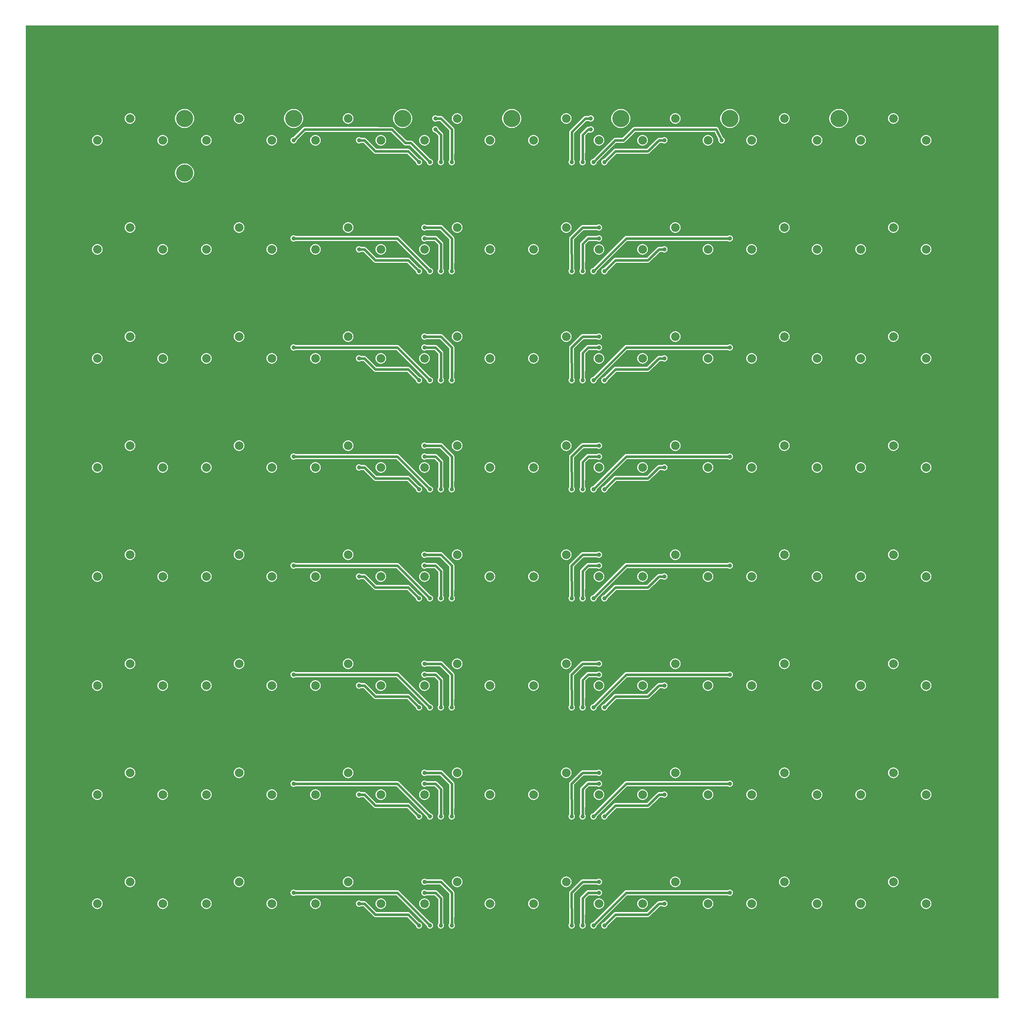
<source format=gtl>
G04 MADE WITH FRITZING*
G04 WWW.FRITZING.ORG*
G04 DOUBLE SIDED*
G04 HOLES PLATED*
G04 CONTOUR ON CENTER OF CONTOUR VECTOR*
%ASAXBY*%
%FSLAX23Y23*%
%MOIN*%
%OFA0B0*%
%SFA1.0B1.0*%
%ADD10C,0.075000*%
%ADD11C,0.157480*%
%ADD12C,0.039370*%
%ADD13C,0.079370*%
%ADD14C,0.024000*%
%LNCOPPER1*%
G90*
G70*
G54D10*
X124Y8879D03*
G54D11*
X7497Y8108D03*
X1497Y7608D03*
X3497Y8108D03*
X4497Y8108D03*
X6497Y8108D03*
X5497Y8108D03*
X2497Y8108D03*
X1497Y8108D03*
G54D12*
X5147Y7708D03*
X5147Y6708D03*
X5147Y5708D03*
X5147Y4708D03*
X5147Y3708D03*
X5147Y2708D03*
X5147Y1708D03*
X5147Y708D03*
X5047Y7708D03*
X5047Y6708D03*
X5047Y5708D03*
X5047Y4708D03*
X5047Y3708D03*
X5047Y2708D03*
X5047Y1708D03*
X5047Y708D03*
X5247Y7708D03*
X5247Y6708D03*
X5247Y5708D03*
X5247Y4708D03*
X5247Y3708D03*
X5247Y2708D03*
X5247Y1708D03*
X5247Y708D03*
X5347Y7708D03*
X5347Y6708D03*
X5347Y5708D03*
X5347Y4708D03*
X5347Y3708D03*
X5347Y2708D03*
X5347Y1708D03*
X5347Y708D03*
X3947Y7708D03*
X3947Y6708D03*
X3947Y5708D03*
X3947Y4708D03*
X3947Y3708D03*
X3947Y2708D03*
X3947Y1708D03*
X3947Y708D03*
X3847Y7708D03*
X3847Y6708D03*
X3847Y5708D03*
X3847Y4708D03*
X3847Y3708D03*
X3847Y2708D03*
X3847Y1708D03*
X3847Y708D03*
X3747Y7708D03*
X3747Y6708D03*
X3747Y5708D03*
X3747Y4708D03*
X3747Y3708D03*
X3747Y2708D03*
X3747Y1708D03*
X3747Y708D03*
X3647Y7708D03*
X3647Y6708D03*
X3647Y5708D03*
X3647Y4708D03*
X3647Y3708D03*
X3647Y2708D03*
X3647Y1708D03*
X3647Y708D03*
X3797Y8008D03*
X3697Y7008D03*
X3697Y6008D03*
X3697Y5008D03*
X3697Y4008D03*
X3697Y3008D03*
X3697Y2008D03*
X3697Y1008D03*
X2497Y7908D03*
X2497Y7008D03*
X2497Y6008D03*
X2497Y5008D03*
X2497Y4008D03*
X2497Y3008D03*
X2497Y2008D03*
X2497Y1008D03*
X3797Y8108D03*
X3697Y7108D03*
X3697Y6108D03*
X3697Y5108D03*
X3697Y4108D03*
X3697Y3108D03*
X3697Y2108D03*
X3697Y1108D03*
X3097Y7908D03*
X3097Y6908D03*
X3097Y5908D03*
X3097Y4908D03*
X3097Y3908D03*
X3097Y2908D03*
X3097Y1908D03*
X3097Y908D03*
X5222Y8108D03*
X5297Y7108D03*
X5297Y6108D03*
X5297Y5108D03*
X5297Y4108D03*
X5297Y3108D03*
X5297Y2108D03*
X5297Y1108D03*
X5897Y7908D03*
X5897Y6908D03*
X5897Y5908D03*
X5897Y4908D03*
X5897Y3908D03*
X5897Y2908D03*
X5897Y1908D03*
X5897Y908D03*
X6422Y7908D03*
X6497Y7008D03*
X6497Y6008D03*
X6497Y5008D03*
X6497Y4008D03*
X6497Y3008D03*
X6497Y2008D03*
X6497Y1008D03*
X5222Y8008D03*
X5297Y7008D03*
X5297Y6008D03*
X5297Y5008D03*
X5297Y4008D03*
X5297Y3008D03*
X5297Y2008D03*
X5297Y1008D03*
G54D13*
X6697Y7908D03*
X6697Y6908D03*
X6697Y5908D03*
X6697Y4908D03*
X6697Y3908D03*
X6697Y2908D03*
X6697Y1908D03*
X6697Y908D03*
X8297Y7908D03*
X8297Y6908D03*
X8297Y5908D03*
X8297Y4908D03*
X8297Y3908D03*
X8297Y2908D03*
X8297Y1908D03*
X8297Y908D03*
X6997Y8108D03*
X6997Y7108D03*
X6997Y6108D03*
X6997Y5108D03*
X6997Y4108D03*
X6997Y3108D03*
X6997Y2108D03*
X6997Y1108D03*
X5297Y7908D03*
X5297Y6908D03*
X5297Y5908D03*
X5297Y4908D03*
X5297Y3908D03*
X5297Y2908D03*
X5297Y1908D03*
X5297Y908D03*
X7997Y8108D03*
X7997Y7108D03*
X7997Y6108D03*
X7997Y5108D03*
X7997Y4108D03*
X7997Y3108D03*
X7997Y2108D03*
X7997Y1108D03*
X5997Y8108D03*
X5997Y7108D03*
X5997Y6108D03*
X5997Y5108D03*
X5997Y4108D03*
X5997Y3108D03*
X5997Y2108D03*
X5997Y1108D03*
X7297Y7908D03*
X7297Y6908D03*
X7297Y5908D03*
X7297Y4908D03*
X7297Y3908D03*
X7297Y2908D03*
X7297Y1908D03*
X7297Y908D03*
X4997Y8108D03*
X4997Y7108D03*
X4997Y6108D03*
X4997Y5108D03*
X4997Y4108D03*
X4997Y3108D03*
X4997Y2108D03*
X4997Y1108D03*
X5697Y7908D03*
X5697Y6908D03*
X5697Y5908D03*
X5697Y4908D03*
X5697Y3908D03*
X5697Y2908D03*
X5697Y1908D03*
X5697Y908D03*
X7697Y7908D03*
X7697Y6908D03*
X7697Y5908D03*
X7697Y4908D03*
X7697Y3908D03*
X7697Y2908D03*
X7697Y1908D03*
X7697Y908D03*
X6297Y7908D03*
X6297Y6908D03*
X6297Y5908D03*
X6297Y4908D03*
X6297Y3908D03*
X6297Y2908D03*
X6297Y1908D03*
X6297Y908D03*
X4697Y7908D03*
X4697Y6908D03*
X4697Y5908D03*
X4697Y4908D03*
X4697Y3908D03*
X4697Y2908D03*
X4697Y1908D03*
X4697Y908D03*
X3997Y8108D03*
X3997Y7108D03*
X3997Y6108D03*
X3997Y5108D03*
X3997Y4108D03*
X3997Y3108D03*
X3997Y2108D03*
X3997Y1108D03*
X4297Y7908D03*
X4297Y6908D03*
X4297Y5908D03*
X4297Y4908D03*
X4297Y3908D03*
X4297Y2908D03*
X4297Y1908D03*
X4297Y908D03*
X3697Y7908D03*
X3697Y6908D03*
X3697Y5908D03*
X3697Y4908D03*
X3697Y3908D03*
X3697Y2908D03*
X3697Y1908D03*
X3697Y908D03*
X2997Y8108D03*
X2997Y7108D03*
X2997Y6108D03*
X2997Y5108D03*
X2997Y4108D03*
X2997Y3108D03*
X2997Y2108D03*
X2997Y1108D03*
X3297Y7908D03*
X3297Y6908D03*
X3297Y5908D03*
X3297Y4908D03*
X3297Y3908D03*
X3297Y2908D03*
X3297Y1908D03*
X3297Y908D03*
X2697Y7908D03*
X2697Y6908D03*
X2697Y5908D03*
X2697Y4908D03*
X2697Y3908D03*
X2697Y2908D03*
X2697Y1908D03*
X2697Y908D03*
X1997Y8108D03*
X1997Y7108D03*
X1997Y6108D03*
X1997Y5108D03*
X1997Y4108D03*
X1997Y3108D03*
X1997Y2108D03*
X1997Y1108D03*
X2297Y7908D03*
X2297Y6908D03*
X2297Y5908D03*
X2297Y4908D03*
X2297Y3908D03*
X2297Y2908D03*
X2297Y1908D03*
X2297Y908D03*
X1697Y7908D03*
X1697Y6908D03*
X1697Y5908D03*
X1697Y4908D03*
X1697Y3908D03*
X1697Y2908D03*
X1697Y1908D03*
X1697Y908D03*
X1297Y7908D03*
X1297Y6908D03*
X1297Y5908D03*
X1297Y4908D03*
X1297Y3908D03*
X1297Y2908D03*
X1297Y1908D03*
X1297Y908D03*
X997Y8108D03*
X997Y7108D03*
X997Y6108D03*
X997Y5108D03*
X997Y4108D03*
X997Y3108D03*
X997Y2108D03*
X997Y1108D03*
X697Y7908D03*
X697Y6908D03*
X697Y5908D03*
X697Y4908D03*
X697Y3908D03*
X697Y2908D03*
X697Y1908D03*
X697Y908D03*
G54D14*
X6371Y8008D02*
X6413Y7925D01*
D02*
X5622Y8007D02*
X6371Y8008D01*
D02*
X5446Y7909D02*
X5521Y7908D01*
D02*
X5521Y7908D02*
X5622Y8007D01*
D02*
X5260Y7721D02*
X5446Y7909D01*
D02*
X5197Y8009D02*
X5203Y8008D01*
D02*
X5147Y7959D02*
X5197Y8009D01*
D02*
X5147Y7727D02*
X5147Y7959D01*
D02*
X5172Y8108D02*
X5047Y7983D01*
D02*
X5203Y8108D02*
X5172Y8108D01*
D02*
X5047Y7983D02*
X5047Y7727D01*
D02*
X5547Y7009D02*
X6478Y7008D01*
D02*
X5260Y6721D02*
X5547Y7009D01*
D02*
X5197Y7009D02*
X5278Y7008D01*
D02*
X5147Y6959D02*
X5197Y7009D01*
D02*
X5147Y6727D02*
X5147Y6959D01*
D02*
X5147Y7108D02*
X5046Y7009D01*
D02*
X5278Y7108D02*
X5147Y7108D01*
D02*
X5046Y7009D02*
X5047Y6727D01*
D02*
X5547Y6009D02*
X6478Y6008D01*
D02*
X5260Y5721D02*
X5547Y6009D01*
D02*
X5197Y6009D02*
X5278Y6008D01*
D02*
X5147Y5959D02*
X5197Y6009D01*
D02*
X5147Y5727D02*
X5147Y5959D01*
D02*
X5147Y6108D02*
X5046Y6009D01*
D02*
X5278Y6108D02*
X5147Y6108D01*
D02*
X5046Y6009D02*
X5047Y5727D01*
D02*
X5547Y5009D02*
X6478Y5008D01*
D02*
X5260Y4721D02*
X5547Y5009D01*
D02*
X5197Y5009D02*
X5278Y5008D01*
D02*
X5147Y4959D02*
X5197Y5009D01*
D02*
X5147Y4727D02*
X5147Y4959D01*
D02*
X5147Y5108D02*
X5046Y5009D01*
D02*
X5278Y5108D02*
X5147Y5108D01*
D02*
X5046Y5009D02*
X5047Y4727D01*
D02*
X5547Y4009D02*
X6478Y4008D01*
D02*
X5260Y3721D02*
X5547Y4009D01*
D02*
X5197Y4009D02*
X5278Y4008D01*
D02*
X5147Y3959D02*
X5197Y4009D01*
D02*
X5147Y3727D02*
X5147Y3959D01*
D02*
X5147Y4108D02*
X5046Y4009D01*
D02*
X5278Y4108D02*
X5147Y4108D01*
D02*
X5046Y4009D02*
X5047Y3727D01*
D02*
X5547Y3009D02*
X6478Y3008D01*
D02*
X5260Y2721D02*
X5547Y3009D01*
D02*
X5197Y3009D02*
X5278Y3008D01*
D02*
X5147Y2959D02*
X5197Y3009D01*
D02*
X5147Y2727D02*
X5147Y2959D01*
D02*
X5147Y3108D02*
X5046Y3009D01*
D02*
X5278Y3108D02*
X5147Y3108D01*
D02*
X5046Y3009D02*
X5047Y2727D01*
D02*
X5547Y2009D02*
X6478Y2008D01*
D02*
X5260Y1721D02*
X5547Y2009D01*
D02*
X5197Y2009D02*
X5278Y2008D01*
D02*
X5147Y1959D02*
X5197Y2009D01*
D02*
X5147Y1727D02*
X5147Y1959D01*
D02*
X5147Y2108D02*
X5046Y2009D01*
D02*
X5278Y2108D02*
X5147Y2108D01*
D02*
X5046Y2009D02*
X5047Y1727D01*
D02*
X5547Y1009D02*
X6478Y1008D01*
D02*
X5260Y721D02*
X5547Y1009D01*
D02*
X5197Y1009D02*
X5278Y1008D01*
D02*
X5147Y959D02*
X5197Y1009D01*
D02*
X5147Y727D02*
X5147Y959D01*
D02*
X5046Y1009D02*
X5047Y727D01*
D02*
X5147Y1108D02*
X5046Y1009D01*
D02*
X5278Y1108D02*
X5147Y1108D01*
D02*
X3633Y7721D02*
X3547Y7808D01*
D02*
X3147Y7907D02*
X3116Y7908D01*
D02*
X3547Y7808D02*
X3246Y7808D01*
D02*
X3246Y7808D02*
X3147Y7907D01*
D02*
X3572Y7883D02*
X3522Y7884D01*
D02*
X3522Y7884D02*
X3397Y8007D01*
D02*
X3733Y7721D02*
X3572Y7883D01*
D02*
X2597Y8008D02*
X2510Y7921D01*
D02*
X3397Y8007D02*
X2597Y8008D01*
D02*
X3847Y7959D02*
X3810Y7995D01*
D02*
X3847Y7727D02*
X3847Y7959D01*
D02*
X5448Y7808D02*
X5746Y7808D01*
D02*
X5746Y7808D02*
X5847Y7907D01*
D02*
X5360Y7721D02*
X5448Y7808D01*
D02*
X5847Y7907D02*
X5878Y7908D01*
D02*
X3633Y6721D02*
X3547Y6808D01*
D02*
X3147Y6907D02*
X3116Y6908D01*
D02*
X3547Y6808D02*
X3246Y6808D01*
D02*
X3246Y6808D02*
X3147Y6907D01*
D02*
X3733Y6721D02*
X3447Y7009D01*
D02*
X3447Y7009D02*
X2516Y7008D01*
D02*
X3847Y6959D02*
X3797Y7009D01*
D02*
X3797Y7009D02*
X3716Y7008D01*
D02*
X3847Y6727D02*
X3847Y6959D01*
D02*
X5448Y6808D02*
X5746Y6808D01*
D02*
X5746Y6808D02*
X5847Y6907D01*
D02*
X5360Y6721D02*
X5448Y6808D01*
D02*
X5847Y6907D02*
X5878Y6908D01*
D02*
X3633Y5721D02*
X3547Y5808D01*
D02*
X3147Y5907D02*
X3116Y5908D01*
D02*
X3547Y5808D02*
X3246Y5808D01*
D02*
X3246Y5808D02*
X3147Y5907D01*
D02*
X3733Y5721D02*
X3447Y6009D01*
D02*
X3447Y6009D02*
X2516Y6008D01*
D02*
X3847Y5959D02*
X3797Y6009D01*
D02*
X3797Y6009D02*
X3716Y6008D01*
D02*
X3847Y5727D02*
X3847Y5959D01*
D02*
X5448Y5808D02*
X5746Y5808D01*
D02*
X5746Y5808D02*
X5847Y5907D01*
D02*
X5360Y5721D02*
X5448Y5808D01*
D02*
X5847Y5907D02*
X5878Y5908D01*
D02*
X3633Y4721D02*
X3547Y4808D01*
D02*
X3147Y4907D02*
X3116Y4908D01*
D02*
X3547Y4808D02*
X3246Y4808D01*
D02*
X3246Y4808D02*
X3147Y4907D01*
D02*
X3733Y4721D02*
X3447Y5009D01*
D02*
X3447Y5009D02*
X2516Y5008D01*
D02*
X3847Y4959D02*
X3797Y5009D01*
D02*
X3797Y5009D02*
X3716Y5008D01*
D02*
X3847Y4727D02*
X3847Y4959D01*
D02*
X5448Y4808D02*
X5746Y4808D01*
D02*
X5746Y4808D02*
X5847Y4907D01*
D02*
X5360Y4721D02*
X5448Y4808D01*
D02*
X5847Y4907D02*
X5878Y4908D01*
D02*
X3633Y3721D02*
X3547Y3808D01*
D02*
X3147Y3907D02*
X3116Y3908D01*
D02*
X3547Y3808D02*
X3246Y3808D01*
D02*
X3246Y3808D02*
X3147Y3907D01*
D02*
X3733Y3721D02*
X3447Y4009D01*
D02*
X3447Y4009D02*
X2516Y4008D01*
D02*
X3847Y3959D02*
X3797Y4009D01*
D02*
X3797Y4009D02*
X3716Y4008D01*
D02*
X3847Y3727D02*
X3847Y3959D01*
D02*
X5448Y3808D02*
X5746Y3808D01*
D02*
X5746Y3808D02*
X5847Y3907D01*
D02*
X5360Y3721D02*
X5448Y3808D01*
D02*
X5847Y3907D02*
X5878Y3908D01*
D02*
X3633Y2721D02*
X3547Y2808D01*
D02*
X3147Y2907D02*
X3116Y2908D01*
D02*
X3547Y2808D02*
X3246Y2808D01*
D02*
X3246Y2808D02*
X3147Y2907D01*
D02*
X3733Y2721D02*
X3447Y3009D01*
D02*
X3447Y3009D02*
X2516Y3008D01*
D02*
X3847Y2959D02*
X3797Y3009D01*
D02*
X3797Y3009D02*
X3716Y3008D01*
D02*
X3847Y2727D02*
X3847Y2959D01*
D02*
X5448Y2808D02*
X5746Y2808D01*
D02*
X5746Y2808D02*
X5847Y2907D01*
D02*
X5360Y2721D02*
X5448Y2808D01*
D02*
X5847Y2907D02*
X5878Y2908D01*
D02*
X3633Y1721D02*
X3547Y1808D01*
D02*
X3147Y1907D02*
X3116Y1908D01*
D02*
X3547Y1808D02*
X3246Y1808D01*
D02*
X3246Y1808D02*
X3147Y1907D01*
D02*
X3733Y1721D02*
X3447Y2009D01*
D02*
X3447Y2009D02*
X2516Y2008D01*
D02*
X3847Y1959D02*
X3797Y2009D01*
D02*
X3797Y2009D02*
X3716Y2008D01*
D02*
X3847Y1727D02*
X3847Y1959D01*
D02*
X5448Y1808D02*
X5746Y1808D01*
D02*
X5746Y1808D02*
X5847Y1907D01*
D02*
X5360Y1721D02*
X5448Y1808D01*
D02*
X5847Y1907D02*
X5878Y1908D01*
D02*
X3246Y808D02*
X3147Y907D01*
D02*
X3147Y907D02*
X3116Y908D01*
D02*
X3547Y808D02*
X3246Y808D01*
D02*
X3633Y721D02*
X3547Y808D01*
D02*
X3447Y1009D02*
X2516Y1008D01*
D02*
X3733Y721D02*
X3447Y1009D01*
D02*
X3847Y959D02*
X3797Y1009D01*
D02*
X3797Y1009D02*
X3716Y1008D01*
D02*
X3847Y727D02*
X3847Y959D01*
D02*
X5448Y808D02*
X5746Y808D01*
D02*
X5847Y907D02*
X5878Y908D01*
D02*
X5746Y808D02*
X5847Y907D01*
D02*
X5360Y721D02*
X5448Y808D01*
D02*
X3847Y8108D02*
X3816Y8108D01*
D02*
X3947Y7727D02*
X3948Y8008D01*
D02*
X3948Y8008D02*
X3847Y8108D01*
D02*
X3847Y7108D02*
X3716Y7108D01*
D02*
X3947Y6727D02*
X3948Y7008D01*
D02*
X3948Y7008D02*
X3847Y7108D01*
D02*
X3847Y6108D02*
X3716Y6108D01*
D02*
X3947Y5727D02*
X3948Y6008D01*
D02*
X3948Y6008D02*
X3847Y6108D01*
D02*
X3847Y5108D02*
X3716Y5108D01*
D02*
X3947Y4727D02*
X3948Y5008D01*
D02*
X3948Y5008D02*
X3847Y5108D01*
D02*
X3847Y4108D02*
X3716Y4108D01*
D02*
X3947Y3727D02*
X3948Y4008D01*
D02*
X3948Y4008D02*
X3847Y4108D01*
D02*
X3847Y3108D02*
X3716Y3108D01*
D02*
X3947Y2727D02*
X3948Y3008D01*
D02*
X3948Y3008D02*
X3847Y3108D01*
D02*
X3847Y2108D02*
X3716Y2108D01*
D02*
X3947Y1727D02*
X3948Y2008D01*
D02*
X3948Y2008D02*
X3847Y2108D01*
D02*
X3948Y1008D02*
X3847Y1108D01*
D02*
X3847Y1108D02*
X3716Y1108D01*
D02*
X3947Y727D02*
X3948Y1008D01*
G36*
X40Y8960D02*
X40Y8196D01*
X7512Y8196D01*
X7512Y8194D01*
X7520Y8194D01*
X7520Y8192D01*
X7524Y8192D01*
X7524Y8190D01*
X7530Y8190D01*
X7530Y8188D01*
X7534Y8188D01*
X7534Y8186D01*
X7536Y8186D01*
X7536Y8184D01*
X7540Y8184D01*
X7540Y8182D01*
X7542Y8182D01*
X7542Y8180D01*
X7546Y8180D01*
X7546Y8178D01*
X7548Y8178D01*
X7548Y8176D01*
X7550Y8176D01*
X7550Y8174D01*
X7554Y8174D01*
X7554Y8172D01*
X7556Y8172D01*
X7556Y8170D01*
X7558Y8170D01*
X7558Y8168D01*
X7560Y8168D01*
X7560Y8166D01*
X7562Y8166D01*
X7562Y8162D01*
X7564Y8162D01*
X7564Y8160D01*
X7566Y8160D01*
X7566Y8158D01*
X8004Y8158D01*
X8004Y8156D01*
X8012Y8156D01*
X8012Y8154D01*
X8016Y8154D01*
X8016Y8152D01*
X8020Y8152D01*
X8020Y8150D01*
X8022Y8150D01*
X8022Y8148D01*
X8026Y8148D01*
X8026Y8146D01*
X8028Y8146D01*
X8028Y8144D01*
X8030Y8144D01*
X8030Y8142D01*
X8032Y8142D01*
X8032Y8140D01*
X8034Y8140D01*
X8034Y8138D01*
X8036Y8138D01*
X8036Y8136D01*
X8038Y8136D01*
X8038Y8132D01*
X8040Y8132D01*
X8040Y8128D01*
X8042Y8128D01*
X8042Y8124D01*
X8044Y8124D01*
X8044Y8118D01*
X8046Y8118D01*
X8046Y8098D01*
X8044Y8098D01*
X8044Y8092D01*
X8042Y8092D01*
X8042Y8088D01*
X8040Y8088D01*
X8040Y8084D01*
X8038Y8084D01*
X8038Y8082D01*
X8036Y8082D01*
X8036Y8078D01*
X8034Y8078D01*
X8034Y8076D01*
X8032Y8076D01*
X8032Y8074D01*
X8030Y8074D01*
X8030Y8072D01*
X8028Y8072D01*
X8028Y8070D01*
X8026Y8070D01*
X8026Y8068D01*
X8022Y8068D01*
X8022Y8066D01*
X8020Y8066D01*
X8020Y8064D01*
X8016Y8064D01*
X8016Y8062D01*
X8010Y8062D01*
X8010Y8060D01*
X8004Y8060D01*
X8004Y8058D01*
X8960Y8058D01*
X8960Y8960D01*
X40Y8960D01*
G37*
D02*
G36*
X40Y8196D02*
X40Y8158D01*
X1004Y8158D01*
X1004Y8156D01*
X1012Y8156D01*
X1012Y8154D01*
X1016Y8154D01*
X1016Y8152D01*
X1020Y8152D01*
X1020Y8150D01*
X1022Y8150D01*
X1022Y8148D01*
X1026Y8148D01*
X1026Y8146D01*
X1028Y8146D01*
X1028Y8144D01*
X1030Y8144D01*
X1030Y8142D01*
X1032Y8142D01*
X1032Y8140D01*
X1034Y8140D01*
X1034Y8138D01*
X1036Y8138D01*
X1036Y8136D01*
X1038Y8136D01*
X1038Y8132D01*
X1040Y8132D01*
X1040Y8128D01*
X1042Y8128D01*
X1042Y8124D01*
X1044Y8124D01*
X1044Y8118D01*
X1046Y8118D01*
X1046Y8098D01*
X1044Y8098D01*
X1044Y8092D01*
X1042Y8092D01*
X1042Y8088D01*
X1040Y8088D01*
X1040Y8084D01*
X1038Y8084D01*
X1038Y8082D01*
X1036Y8082D01*
X1036Y8078D01*
X1034Y8078D01*
X1034Y8076D01*
X1032Y8076D01*
X1032Y8074D01*
X1030Y8074D01*
X1030Y8072D01*
X1028Y8072D01*
X1028Y8070D01*
X1026Y8070D01*
X1026Y8068D01*
X1022Y8068D01*
X1022Y8066D01*
X1020Y8066D01*
X1020Y8064D01*
X1016Y8064D01*
X1016Y8062D01*
X1010Y8062D01*
X1010Y8060D01*
X1004Y8060D01*
X1004Y8058D01*
X1426Y8058D01*
X1426Y8060D01*
X1424Y8060D01*
X1424Y8064D01*
X1422Y8064D01*
X1422Y8066D01*
X1420Y8066D01*
X1420Y8070D01*
X1418Y8070D01*
X1418Y8074D01*
X1416Y8074D01*
X1416Y8078D01*
X1414Y8078D01*
X1414Y8082D01*
X1412Y8082D01*
X1412Y8088D01*
X1410Y8088D01*
X1410Y8098D01*
X1408Y8098D01*
X1408Y8120D01*
X1410Y8120D01*
X1410Y8128D01*
X1412Y8128D01*
X1412Y8134D01*
X1414Y8134D01*
X1414Y8138D01*
X1416Y8138D01*
X1416Y8142D01*
X1418Y8142D01*
X1418Y8146D01*
X1420Y8146D01*
X1420Y8150D01*
X1422Y8150D01*
X1422Y8152D01*
X1424Y8152D01*
X1424Y8156D01*
X1426Y8156D01*
X1426Y8158D01*
X1428Y8158D01*
X1428Y8160D01*
X1430Y8160D01*
X1430Y8164D01*
X1432Y8164D01*
X1432Y8166D01*
X1434Y8166D01*
X1434Y8168D01*
X1436Y8168D01*
X1436Y8170D01*
X1438Y8170D01*
X1438Y8172D01*
X1440Y8172D01*
X1440Y8174D01*
X1442Y8174D01*
X1442Y8176D01*
X1446Y8176D01*
X1446Y8178D01*
X1448Y8178D01*
X1448Y8180D01*
X1450Y8180D01*
X1450Y8182D01*
X1454Y8182D01*
X1454Y8184D01*
X1456Y8184D01*
X1456Y8186D01*
X1460Y8186D01*
X1460Y8188D01*
X1464Y8188D01*
X1464Y8190D01*
X1468Y8190D01*
X1468Y8192D01*
X1474Y8192D01*
X1474Y8194D01*
X1482Y8194D01*
X1482Y8196D01*
X40Y8196D01*
G37*
D02*
G36*
X1512Y8196D02*
X1512Y8194D01*
X1520Y8194D01*
X1520Y8192D01*
X1524Y8192D01*
X1524Y8190D01*
X1530Y8190D01*
X1530Y8188D01*
X1534Y8188D01*
X1534Y8186D01*
X1536Y8186D01*
X1536Y8184D01*
X1540Y8184D01*
X1540Y8182D01*
X1542Y8182D01*
X1542Y8180D01*
X1546Y8180D01*
X1546Y8178D01*
X1548Y8178D01*
X1548Y8176D01*
X1550Y8176D01*
X1550Y8174D01*
X1554Y8174D01*
X1554Y8172D01*
X1556Y8172D01*
X1556Y8170D01*
X1558Y8170D01*
X1558Y8168D01*
X1560Y8168D01*
X1560Y8166D01*
X1562Y8166D01*
X1562Y8162D01*
X1564Y8162D01*
X1564Y8160D01*
X1566Y8160D01*
X1566Y8158D01*
X2004Y8158D01*
X2004Y8156D01*
X2012Y8156D01*
X2012Y8154D01*
X2016Y8154D01*
X2016Y8152D01*
X2020Y8152D01*
X2020Y8150D01*
X2022Y8150D01*
X2022Y8148D01*
X2026Y8148D01*
X2026Y8146D01*
X2028Y8146D01*
X2028Y8144D01*
X2030Y8144D01*
X2030Y8142D01*
X2032Y8142D01*
X2032Y8140D01*
X2034Y8140D01*
X2034Y8138D01*
X2036Y8138D01*
X2036Y8136D01*
X2038Y8136D01*
X2038Y8132D01*
X2040Y8132D01*
X2040Y8128D01*
X2042Y8128D01*
X2042Y8124D01*
X2044Y8124D01*
X2044Y8118D01*
X2046Y8118D01*
X2046Y8098D01*
X2044Y8098D01*
X2044Y8092D01*
X2042Y8092D01*
X2042Y8088D01*
X2040Y8088D01*
X2040Y8084D01*
X2038Y8084D01*
X2038Y8082D01*
X2036Y8082D01*
X2036Y8078D01*
X2034Y8078D01*
X2034Y8076D01*
X2032Y8076D01*
X2032Y8074D01*
X2030Y8074D01*
X2030Y8072D01*
X2028Y8072D01*
X2028Y8070D01*
X2026Y8070D01*
X2026Y8068D01*
X2022Y8068D01*
X2022Y8066D01*
X2020Y8066D01*
X2020Y8064D01*
X2016Y8064D01*
X2016Y8062D01*
X2010Y8062D01*
X2010Y8060D01*
X2004Y8060D01*
X2004Y8058D01*
X2426Y8058D01*
X2426Y8060D01*
X2424Y8060D01*
X2424Y8064D01*
X2422Y8064D01*
X2422Y8066D01*
X2420Y8066D01*
X2420Y8070D01*
X2418Y8070D01*
X2418Y8074D01*
X2416Y8074D01*
X2416Y8078D01*
X2414Y8078D01*
X2414Y8082D01*
X2412Y8082D01*
X2412Y8088D01*
X2410Y8088D01*
X2410Y8096D01*
X2408Y8096D01*
X2408Y8120D01*
X2410Y8120D01*
X2410Y8128D01*
X2412Y8128D01*
X2412Y8134D01*
X2414Y8134D01*
X2414Y8138D01*
X2416Y8138D01*
X2416Y8142D01*
X2418Y8142D01*
X2418Y8146D01*
X2420Y8146D01*
X2420Y8150D01*
X2422Y8150D01*
X2422Y8152D01*
X2424Y8152D01*
X2424Y8156D01*
X2426Y8156D01*
X2426Y8158D01*
X2428Y8158D01*
X2428Y8160D01*
X2430Y8160D01*
X2430Y8164D01*
X2432Y8164D01*
X2432Y8166D01*
X2434Y8166D01*
X2434Y8168D01*
X2436Y8168D01*
X2436Y8170D01*
X2438Y8170D01*
X2438Y8172D01*
X2440Y8172D01*
X2440Y8174D01*
X2442Y8174D01*
X2442Y8176D01*
X2446Y8176D01*
X2446Y8178D01*
X2448Y8178D01*
X2448Y8180D01*
X2450Y8180D01*
X2450Y8182D01*
X2454Y8182D01*
X2454Y8184D01*
X2456Y8184D01*
X2456Y8186D01*
X2460Y8186D01*
X2460Y8188D01*
X2464Y8188D01*
X2464Y8190D01*
X2468Y8190D01*
X2468Y8192D01*
X2474Y8192D01*
X2474Y8194D01*
X2482Y8194D01*
X2482Y8196D01*
X1512Y8196D01*
G37*
D02*
G36*
X2512Y8196D02*
X2512Y8194D01*
X2520Y8194D01*
X2520Y8192D01*
X2524Y8192D01*
X2524Y8190D01*
X2530Y8190D01*
X2530Y8188D01*
X2534Y8188D01*
X2534Y8186D01*
X2536Y8186D01*
X2536Y8184D01*
X2540Y8184D01*
X2540Y8182D01*
X2542Y8182D01*
X2542Y8180D01*
X2546Y8180D01*
X2546Y8178D01*
X2548Y8178D01*
X2548Y8176D01*
X2550Y8176D01*
X2550Y8174D01*
X2554Y8174D01*
X2554Y8172D01*
X2556Y8172D01*
X2556Y8170D01*
X2558Y8170D01*
X2558Y8168D01*
X2560Y8168D01*
X2560Y8166D01*
X2562Y8166D01*
X2562Y8162D01*
X2564Y8162D01*
X2564Y8160D01*
X2566Y8160D01*
X2566Y8158D01*
X3004Y8158D01*
X3004Y8156D01*
X3012Y8156D01*
X3012Y8154D01*
X3016Y8154D01*
X3016Y8152D01*
X3020Y8152D01*
X3020Y8150D01*
X3022Y8150D01*
X3022Y8148D01*
X3026Y8148D01*
X3026Y8146D01*
X3028Y8146D01*
X3028Y8144D01*
X3030Y8144D01*
X3030Y8142D01*
X3032Y8142D01*
X3032Y8140D01*
X3034Y8140D01*
X3034Y8138D01*
X3036Y8138D01*
X3036Y8136D01*
X3038Y8136D01*
X3038Y8132D01*
X3040Y8132D01*
X3040Y8128D01*
X3042Y8128D01*
X3042Y8124D01*
X3044Y8124D01*
X3044Y8118D01*
X3046Y8118D01*
X3046Y8098D01*
X3044Y8098D01*
X3044Y8092D01*
X3042Y8092D01*
X3042Y8088D01*
X3040Y8088D01*
X3040Y8084D01*
X3038Y8084D01*
X3038Y8082D01*
X3036Y8082D01*
X3036Y8078D01*
X3034Y8078D01*
X3034Y8076D01*
X3032Y8076D01*
X3032Y8074D01*
X3030Y8074D01*
X3030Y8072D01*
X3028Y8072D01*
X3028Y8070D01*
X3026Y8070D01*
X3026Y8068D01*
X3022Y8068D01*
X3022Y8066D01*
X3020Y8066D01*
X3020Y8064D01*
X3016Y8064D01*
X3016Y8062D01*
X3010Y8062D01*
X3010Y8060D01*
X3004Y8060D01*
X3004Y8058D01*
X3426Y8058D01*
X3426Y8060D01*
X3424Y8060D01*
X3424Y8064D01*
X3422Y8064D01*
X3422Y8066D01*
X3420Y8066D01*
X3420Y8070D01*
X3418Y8070D01*
X3418Y8074D01*
X3416Y8074D01*
X3416Y8078D01*
X3414Y8078D01*
X3414Y8082D01*
X3412Y8082D01*
X3412Y8088D01*
X3410Y8088D01*
X3410Y8096D01*
X3408Y8096D01*
X3408Y8120D01*
X3410Y8120D01*
X3410Y8128D01*
X3412Y8128D01*
X3412Y8134D01*
X3414Y8134D01*
X3414Y8138D01*
X3416Y8138D01*
X3416Y8142D01*
X3418Y8142D01*
X3418Y8146D01*
X3420Y8146D01*
X3420Y8150D01*
X3422Y8150D01*
X3422Y8152D01*
X3424Y8152D01*
X3424Y8156D01*
X3426Y8156D01*
X3426Y8158D01*
X3428Y8158D01*
X3428Y8160D01*
X3430Y8160D01*
X3430Y8164D01*
X3432Y8164D01*
X3432Y8166D01*
X3434Y8166D01*
X3434Y8168D01*
X3436Y8168D01*
X3436Y8170D01*
X3438Y8170D01*
X3438Y8172D01*
X3440Y8172D01*
X3440Y8174D01*
X3442Y8174D01*
X3442Y8176D01*
X3446Y8176D01*
X3446Y8178D01*
X3448Y8178D01*
X3448Y8180D01*
X3450Y8180D01*
X3450Y8182D01*
X3454Y8182D01*
X3454Y8184D01*
X3456Y8184D01*
X3456Y8186D01*
X3460Y8186D01*
X3460Y8188D01*
X3464Y8188D01*
X3464Y8190D01*
X3468Y8190D01*
X3468Y8192D01*
X3474Y8192D01*
X3474Y8194D01*
X3482Y8194D01*
X3482Y8196D01*
X2512Y8196D01*
G37*
D02*
G36*
X3512Y8196D02*
X3512Y8194D01*
X3520Y8194D01*
X3520Y8192D01*
X3524Y8192D01*
X3524Y8190D01*
X3530Y8190D01*
X3530Y8188D01*
X3534Y8188D01*
X3534Y8186D01*
X3536Y8186D01*
X3536Y8184D01*
X3540Y8184D01*
X3540Y8182D01*
X3542Y8182D01*
X3542Y8180D01*
X3546Y8180D01*
X3546Y8178D01*
X3548Y8178D01*
X3548Y8176D01*
X3550Y8176D01*
X3550Y8174D01*
X3554Y8174D01*
X3554Y8172D01*
X3556Y8172D01*
X3556Y8170D01*
X3558Y8170D01*
X3558Y8168D01*
X3560Y8168D01*
X3560Y8166D01*
X3562Y8166D01*
X3562Y8162D01*
X3564Y8162D01*
X3564Y8160D01*
X3566Y8160D01*
X3566Y8158D01*
X4004Y8158D01*
X4004Y8156D01*
X4012Y8156D01*
X4012Y8154D01*
X4016Y8154D01*
X4016Y8152D01*
X4020Y8152D01*
X4020Y8150D01*
X4022Y8150D01*
X4022Y8148D01*
X4026Y8148D01*
X4026Y8146D01*
X4028Y8146D01*
X4028Y8144D01*
X4030Y8144D01*
X4030Y8142D01*
X4032Y8142D01*
X4032Y8140D01*
X4034Y8140D01*
X4034Y8138D01*
X4036Y8138D01*
X4036Y8136D01*
X4038Y8136D01*
X4038Y8132D01*
X4040Y8132D01*
X4040Y8128D01*
X4042Y8128D01*
X4042Y8124D01*
X4044Y8124D01*
X4044Y8118D01*
X4046Y8118D01*
X4046Y8098D01*
X4044Y8098D01*
X4044Y8092D01*
X4042Y8092D01*
X4042Y8088D01*
X4040Y8088D01*
X4040Y8084D01*
X4038Y8084D01*
X4038Y8082D01*
X4036Y8082D01*
X4036Y8078D01*
X4034Y8078D01*
X4034Y8076D01*
X4032Y8076D01*
X4032Y8074D01*
X4030Y8074D01*
X4030Y8072D01*
X4028Y8072D01*
X4028Y8070D01*
X4026Y8070D01*
X4026Y8068D01*
X4022Y8068D01*
X4022Y8066D01*
X4020Y8066D01*
X4020Y8064D01*
X4016Y8064D01*
X4016Y8062D01*
X4010Y8062D01*
X4010Y8060D01*
X4004Y8060D01*
X4004Y8058D01*
X4426Y8058D01*
X4426Y8060D01*
X4424Y8060D01*
X4424Y8064D01*
X4422Y8064D01*
X4422Y8066D01*
X4420Y8066D01*
X4420Y8070D01*
X4418Y8070D01*
X4418Y8074D01*
X4416Y8074D01*
X4416Y8078D01*
X4414Y8078D01*
X4414Y8082D01*
X4412Y8082D01*
X4412Y8088D01*
X4410Y8088D01*
X4410Y8096D01*
X4408Y8096D01*
X4408Y8120D01*
X4410Y8120D01*
X4410Y8128D01*
X4412Y8128D01*
X4412Y8134D01*
X4414Y8134D01*
X4414Y8138D01*
X4416Y8138D01*
X4416Y8142D01*
X4418Y8142D01*
X4418Y8146D01*
X4420Y8146D01*
X4420Y8150D01*
X4422Y8150D01*
X4422Y8152D01*
X4424Y8152D01*
X4424Y8156D01*
X4426Y8156D01*
X4426Y8158D01*
X4428Y8158D01*
X4428Y8160D01*
X4430Y8160D01*
X4430Y8164D01*
X4432Y8164D01*
X4432Y8166D01*
X4434Y8166D01*
X4434Y8168D01*
X4436Y8168D01*
X4436Y8170D01*
X4438Y8170D01*
X4438Y8172D01*
X4440Y8172D01*
X4440Y8174D01*
X4442Y8174D01*
X4442Y8176D01*
X4446Y8176D01*
X4446Y8178D01*
X4448Y8178D01*
X4448Y8180D01*
X4450Y8180D01*
X4450Y8182D01*
X4454Y8182D01*
X4454Y8184D01*
X4456Y8184D01*
X4456Y8186D01*
X4460Y8186D01*
X4460Y8188D01*
X4464Y8188D01*
X4464Y8190D01*
X4468Y8190D01*
X4468Y8192D01*
X4474Y8192D01*
X4474Y8194D01*
X4482Y8194D01*
X4482Y8196D01*
X3512Y8196D01*
G37*
D02*
G36*
X4512Y8196D02*
X4512Y8194D01*
X4520Y8194D01*
X4520Y8192D01*
X4524Y8192D01*
X4524Y8190D01*
X4530Y8190D01*
X4530Y8188D01*
X4534Y8188D01*
X4534Y8186D01*
X4536Y8186D01*
X4536Y8184D01*
X4540Y8184D01*
X4540Y8182D01*
X4542Y8182D01*
X4542Y8180D01*
X4546Y8180D01*
X4546Y8178D01*
X4548Y8178D01*
X4548Y8176D01*
X4550Y8176D01*
X4550Y8174D01*
X4554Y8174D01*
X4554Y8172D01*
X4556Y8172D01*
X4556Y8170D01*
X4558Y8170D01*
X4558Y8168D01*
X4560Y8168D01*
X4560Y8166D01*
X4562Y8166D01*
X4562Y8162D01*
X4564Y8162D01*
X4564Y8160D01*
X4566Y8160D01*
X4566Y8158D01*
X5004Y8158D01*
X5004Y8156D01*
X5012Y8156D01*
X5012Y8154D01*
X5016Y8154D01*
X5016Y8152D01*
X5020Y8152D01*
X5020Y8150D01*
X5022Y8150D01*
X5022Y8148D01*
X5026Y8148D01*
X5026Y8146D01*
X5028Y8146D01*
X5028Y8144D01*
X5030Y8144D01*
X5030Y8142D01*
X5032Y8142D01*
X5032Y8140D01*
X5034Y8140D01*
X5034Y8138D01*
X5228Y8138D01*
X5228Y8136D01*
X5232Y8136D01*
X5232Y8134D01*
X5236Y8134D01*
X5236Y8132D01*
X5238Y8132D01*
X5238Y8130D01*
X5242Y8130D01*
X5242Y8128D01*
X5244Y8128D01*
X5244Y8124D01*
X5246Y8124D01*
X5246Y8122D01*
X5248Y8122D01*
X5248Y8118D01*
X5250Y8118D01*
X5250Y8112D01*
X5252Y8112D01*
X5252Y8104D01*
X5250Y8104D01*
X5250Y8098D01*
X5248Y8098D01*
X5248Y8094D01*
X5246Y8094D01*
X5246Y8092D01*
X5244Y8092D01*
X5244Y8088D01*
X5242Y8088D01*
X5242Y8086D01*
X5238Y8086D01*
X5238Y8084D01*
X5236Y8084D01*
X5236Y8082D01*
X5232Y8082D01*
X5232Y8080D01*
X5226Y8080D01*
X5226Y8078D01*
X5414Y8078D01*
X5414Y8082D01*
X5412Y8082D01*
X5412Y8088D01*
X5410Y8088D01*
X5410Y8096D01*
X5408Y8096D01*
X5408Y8120D01*
X5410Y8120D01*
X5410Y8128D01*
X5412Y8128D01*
X5412Y8134D01*
X5414Y8134D01*
X5414Y8138D01*
X5416Y8138D01*
X5416Y8142D01*
X5418Y8142D01*
X5418Y8146D01*
X5420Y8146D01*
X5420Y8150D01*
X5422Y8150D01*
X5422Y8152D01*
X5424Y8152D01*
X5424Y8156D01*
X5426Y8156D01*
X5426Y8158D01*
X5428Y8158D01*
X5428Y8160D01*
X5430Y8160D01*
X5430Y8164D01*
X5432Y8164D01*
X5432Y8166D01*
X5434Y8166D01*
X5434Y8168D01*
X5436Y8168D01*
X5436Y8170D01*
X5438Y8170D01*
X5438Y8172D01*
X5440Y8172D01*
X5440Y8174D01*
X5442Y8174D01*
X5442Y8176D01*
X5446Y8176D01*
X5446Y8178D01*
X5448Y8178D01*
X5448Y8180D01*
X5450Y8180D01*
X5450Y8182D01*
X5454Y8182D01*
X5454Y8184D01*
X5456Y8184D01*
X5456Y8186D01*
X5460Y8186D01*
X5460Y8188D01*
X5464Y8188D01*
X5464Y8190D01*
X5468Y8190D01*
X5468Y8192D01*
X5474Y8192D01*
X5474Y8194D01*
X5482Y8194D01*
X5482Y8196D01*
X4512Y8196D01*
G37*
D02*
G36*
X5512Y8196D02*
X5512Y8194D01*
X5520Y8194D01*
X5520Y8192D01*
X5524Y8192D01*
X5524Y8190D01*
X5530Y8190D01*
X5530Y8188D01*
X5534Y8188D01*
X5534Y8186D01*
X5536Y8186D01*
X5536Y8184D01*
X5540Y8184D01*
X5540Y8182D01*
X5542Y8182D01*
X5542Y8180D01*
X5546Y8180D01*
X5546Y8178D01*
X5548Y8178D01*
X5548Y8176D01*
X5550Y8176D01*
X5550Y8174D01*
X5554Y8174D01*
X5554Y8172D01*
X5556Y8172D01*
X5556Y8170D01*
X5558Y8170D01*
X5558Y8168D01*
X5560Y8168D01*
X5560Y8166D01*
X5562Y8166D01*
X5562Y8162D01*
X5564Y8162D01*
X5564Y8160D01*
X5566Y8160D01*
X5566Y8158D01*
X6004Y8158D01*
X6004Y8156D01*
X6012Y8156D01*
X6012Y8154D01*
X6016Y8154D01*
X6016Y8152D01*
X6020Y8152D01*
X6020Y8150D01*
X6022Y8150D01*
X6022Y8148D01*
X6026Y8148D01*
X6026Y8146D01*
X6028Y8146D01*
X6028Y8144D01*
X6030Y8144D01*
X6030Y8142D01*
X6032Y8142D01*
X6032Y8140D01*
X6034Y8140D01*
X6034Y8138D01*
X6036Y8138D01*
X6036Y8136D01*
X6038Y8136D01*
X6038Y8132D01*
X6040Y8132D01*
X6040Y8128D01*
X6042Y8128D01*
X6042Y8124D01*
X6044Y8124D01*
X6044Y8118D01*
X6046Y8118D01*
X6046Y8098D01*
X6044Y8098D01*
X6044Y8092D01*
X6042Y8092D01*
X6042Y8088D01*
X6040Y8088D01*
X6040Y8084D01*
X6038Y8084D01*
X6038Y8082D01*
X6036Y8082D01*
X6036Y8078D01*
X6034Y8078D01*
X6034Y8076D01*
X6032Y8076D01*
X6032Y8074D01*
X6030Y8074D01*
X6030Y8072D01*
X6028Y8072D01*
X6028Y8070D01*
X6026Y8070D01*
X6026Y8068D01*
X6022Y8068D01*
X6022Y8066D01*
X6020Y8066D01*
X6020Y8064D01*
X6016Y8064D01*
X6016Y8062D01*
X6010Y8062D01*
X6010Y8060D01*
X6004Y8060D01*
X6004Y8058D01*
X6426Y8058D01*
X6426Y8060D01*
X6424Y8060D01*
X6424Y8064D01*
X6422Y8064D01*
X6422Y8066D01*
X6420Y8066D01*
X6420Y8070D01*
X6418Y8070D01*
X6418Y8074D01*
X6416Y8074D01*
X6416Y8078D01*
X6414Y8078D01*
X6414Y8082D01*
X6412Y8082D01*
X6412Y8088D01*
X6410Y8088D01*
X6410Y8096D01*
X6408Y8096D01*
X6408Y8120D01*
X6410Y8120D01*
X6410Y8128D01*
X6412Y8128D01*
X6412Y8134D01*
X6414Y8134D01*
X6414Y8138D01*
X6416Y8138D01*
X6416Y8142D01*
X6418Y8142D01*
X6418Y8146D01*
X6420Y8146D01*
X6420Y8150D01*
X6422Y8150D01*
X6422Y8152D01*
X6424Y8152D01*
X6424Y8156D01*
X6426Y8156D01*
X6426Y8158D01*
X6428Y8158D01*
X6428Y8160D01*
X6430Y8160D01*
X6430Y8164D01*
X6432Y8164D01*
X6432Y8166D01*
X6434Y8166D01*
X6434Y8168D01*
X6436Y8168D01*
X6436Y8170D01*
X6438Y8170D01*
X6438Y8172D01*
X6440Y8172D01*
X6440Y8174D01*
X6442Y8174D01*
X6442Y8176D01*
X6446Y8176D01*
X6446Y8178D01*
X6448Y8178D01*
X6448Y8180D01*
X6450Y8180D01*
X6450Y8182D01*
X6454Y8182D01*
X6454Y8184D01*
X6456Y8184D01*
X6456Y8186D01*
X6460Y8186D01*
X6460Y8188D01*
X6464Y8188D01*
X6464Y8190D01*
X6468Y8190D01*
X6468Y8192D01*
X6474Y8192D01*
X6474Y8194D01*
X6482Y8194D01*
X6482Y8196D01*
X5512Y8196D01*
G37*
D02*
G36*
X6512Y8196D02*
X6512Y8194D01*
X6520Y8194D01*
X6520Y8192D01*
X6524Y8192D01*
X6524Y8190D01*
X6530Y8190D01*
X6530Y8188D01*
X6534Y8188D01*
X6534Y8186D01*
X6536Y8186D01*
X6536Y8184D01*
X6540Y8184D01*
X6540Y8182D01*
X6542Y8182D01*
X6542Y8180D01*
X6546Y8180D01*
X6546Y8178D01*
X6548Y8178D01*
X6548Y8176D01*
X6550Y8176D01*
X6550Y8174D01*
X6554Y8174D01*
X6554Y8172D01*
X6556Y8172D01*
X6556Y8170D01*
X6558Y8170D01*
X6558Y8168D01*
X6560Y8168D01*
X6560Y8166D01*
X6562Y8166D01*
X6562Y8162D01*
X6564Y8162D01*
X6564Y8160D01*
X6566Y8160D01*
X6566Y8158D01*
X7004Y8158D01*
X7004Y8156D01*
X7012Y8156D01*
X7012Y8154D01*
X7016Y8154D01*
X7016Y8152D01*
X7020Y8152D01*
X7020Y8150D01*
X7022Y8150D01*
X7022Y8148D01*
X7026Y8148D01*
X7026Y8146D01*
X7028Y8146D01*
X7028Y8144D01*
X7030Y8144D01*
X7030Y8142D01*
X7032Y8142D01*
X7032Y8140D01*
X7034Y8140D01*
X7034Y8138D01*
X7036Y8138D01*
X7036Y8136D01*
X7038Y8136D01*
X7038Y8132D01*
X7040Y8132D01*
X7040Y8128D01*
X7042Y8128D01*
X7042Y8124D01*
X7044Y8124D01*
X7044Y8118D01*
X7046Y8118D01*
X7046Y8098D01*
X7044Y8098D01*
X7044Y8092D01*
X7042Y8092D01*
X7042Y8088D01*
X7040Y8088D01*
X7040Y8084D01*
X7038Y8084D01*
X7038Y8082D01*
X7036Y8082D01*
X7036Y8078D01*
X7034Y8078D01*
X7034Y8076D01*
X7032Y8076D01*
X7032Y8074D01*
X7030Y8074D01*
X7030Y8072D01*
X7028Y8072D01*
X7028Y8070D01*
X7026Y8070D01*
X7026Y8068D01*
X7022Y8068D01*
X7022Y8066D01*
X7020Y8066D01*
X7020Y8064D01*
X7016Y8064D01*
X7016Y8062D01*
X7010Y8062D01*
X7010Y8060D01*
X7004Y8060D01*
X7004Y8058D01*
X7426Y8058D01*
X7426Y8060D01*
X7424Y8060D01*
X7424Y8064D01*
X7422Y8064D01*
X7422Y8066D01*
X7420Y8066D01*
X7420Y8070D01*
X7418Y8070D01*
X7418Y8074D01*
X7416Y8074D01*
X7416Y8078D01*
X7414Y8078D01*
X7414Y8082D01*
X7412Y8082D01*
X7412Y8088D01*
X7410Y8088D01*
X7410Y8096D01*
X7408Y8096D01*
X7408Y8120D01*
X7410Y8120D01*
X7410Y8128D01*
X7412Y8128D01*
X7412Y8134D01*
X7414Y8134D01*
X7414Y8138D01*
X7416Y8138D01*
X7416Y8142D01*
X7418Y8142D01*
X7418Y8146D01*
X7420Y8146D01*
X7420Y8150D01*
X7422Y8150D01*
X7422Y8152D01*
X7424Y8152D01*
X7424Y8156D01*
X7426Y8156D01*
X7426Y8158D01*
X7428Y8158D01*
X7428Y8160D01*
X7430Y8160D01*
X7430Y8164D01*
X7432Y8164D01*
X7432Y8166D01*
X7434Y8166D01*
X7434Y8168D01*
X7436Y8168D01*
X7436Y8170D01*
X7438Y8170D01*
X7438Y8172D01*
X7440Y8172D01*
X7440Y8174D01*
X7442Y8174D01*
X7442Y8176D01*
X7446Y8176D01*
X7446Y8178D01*
X7448Y8178D01*
X7448Y8180D01*
X7450Y8180D01*
X7450Y8182D01*
X7454Y8182D01*
X7454Y8184D01*
X7456Y8184D01*
X7456Y8186D01*
X7460Y8186D01*
X7460Y8188D01*
X7464Y8188D01*
X7464Y8190D01*
X7468Y8190D01*
X7468Y8192D01*
X7474Y8192D01*
X7474Y8194D01*
X7482Y8194D01*
X7482Y8196D01*
X6512Y8196D01*
G37*
D02*
G36*
X40Y8158D02*
X40Y8058D01*
X990Y8058D01*
X990Y8060D01*
X982Y8060D01*
X982Y8062D01*
X978Y8062D01*
X978Y8064D01*
X974Y8064D01*
X974Y8066D01*
X972Y8066D01*
X972Y8068D01*
X968Y8068D01*
X968Y8070D01*
X966Y8070D01*
X966Y8072D01*
X964Y8072D01*
X964Y8074D01*
X962Y8074D01*
X962Y8076D01*
X960Y8076D01*
X960Y8078D01*
X958Y8078D01*
X958Y8080D01*
X956Y8080D01*
X956Y8084D01*
X954Y8084D01*
X954Y8086D01*
X952Y8086D01*
X952Y8090D01*
X950Y8090D01*
X950Y8096D01*
X948Y8096D01*
X948Y8120D01*
X950Y8120D01*
X950Y8126D01*
X952Y8126D01*
X952Y8130D01*
X954Y8130D01*
X954Y8132D01*
X956Y8132D01*
X956Y8136D01*
X958Y8136D01*
X958Y8138D01*
X960Y8138D01*
X960Y8140D01*
X962Y8140D01*
X962Y8142D01*
X964Y8142D01*
X964Y8144D01*
X966Y8144D01*
X966Y8146D01*
X968Y8146D01*
X968Y8148D01*
X970Y8148D01*
X970Y8150D01*
X974Y8150D01*
X974Y8152D01*
X978Y8152D01*
X978Y8154D01*
X982Y8154D01*
X982Y8156D01*
X990Y8156D01*
X990Y8158D01*
X40Y8158D01*
G37*
D02*
G36*
X1568Y8158D02*
X1568Y8156D01*
X1570Y8156D01*
X1570Y8152D01*
X1572Y8152D01*
X1572Y8150D01*
X1574Y8150D01*
X1574Y8146D01*
X1576Y8146D01*
X1576Y8142D01*
X1578Y8142D01*
X1578Y8138D01*
X1580Y8138D01*
X1580Y8132D01*
X1582Y8132D01*
X1582Y8126D01*
X1584Y8126D01*
X1584Y8116D01*
X1586Y8116D01*
X1586Y8100D01*
X1584Y8100D01*
X1584Y8090D01*
X1582Y8090D01*
X1582Y8084D01*
X1580Y8084D01*
X1580Y8078D01*
X1578Y8078D01*
X1578Y8074D01*
X1576Y8074D01*
X1576Y8070D01*
X1574Y8070D01*
X1574Y8068D01*
X1572Y8068D01*
X1572Y8064D01*
X1570Y8064D01*
X1570Y8060D01*
X1568Y8060D01*
X1568Y8058D01*
X1990Y8058D01*
X1990Y8060D01*
X1982Y8060D01*
X1982Y8062D01*
X1978Y8062D01*
X1978Y8064D01*
X1974Y8064D01*
X1974Y8066D01*
X1972Y8066D01*
X1972Y8068D01*
X1968Y8068D01*
X1968Y8070D01*
X1966Y8070D01*
X1966Y8072D01*
X1964Y8072D01*
X1964Y8074D01*
X1962Y8074D01*
X1962Y8076D01*
X1960Y8076D01*
X1960Y8078D01*
X1958Y8078D01*
X1958Y8080D01*
X1956Y8080D01*
X1956Y8084D01*
X1954Y8084D01*
X1954Y8086D01*
X1952Y8086D01*
X1952Y8090D01*
X1950Y8090D01*
X1950Y8096D01*
X1948Y8096D01*
X1948Y8120D01*
X1950Y8120D01*
X1950Y8126D01*
X1952Y8126D01*
X1952Y8130D01*
X1954Y8130D01*
X1954Y8132D01*
X1956Y8132D01*
X1956Y8136D01*
X1958Y8136D01*
X1958Y8138D01*
X1960Y8138D01*
X1960Y8140D01*
X1962Y8140D01*
X1962Y8142D01*
X1964Y8142D01*
X1964Y8144D01*
X1966Y8144D01*
X1966Y8146D01*
X1968Y8146D01*
X1968Y8148D01*
X1970Y8148D01*
X1970Y8150D01*
X1974Y8150D01*
X1974Y8152D01*
X1978Y8152D01*
X1978Y8154D01*
X1982Y8154D01*
X1982Y8156D01*
X1990Y8156D01*
X1990Y8158D01*
X1568Y8158D01*
G37*
D02*
G36*
X2568Y8158D02*
X2568Y8156D01*
X2570Y8156D01*
X2570Y8152D01*
X2572Y8152D01*
X2572Y8150D01*
X2574Y8150D01*
X2574Y8146D01*
X2576Y8146D01*
X2576Y8142D01*
X2578Y8142D01*
X2578Y8138D01*
X2580Y8138D01*
X2580Y8132D01*
X2582Y8132D01*
X2582Y8126D01*
X2584Y8126D01*
X2584Y8116D01*
X2586Y8116D01*
X2586Y8100D01*
X2584Y8100D01*
X2584Y8090D01*
X2582Y8090D01*
X2582Y8084D01*
X2580Y8084D01*
X2580Y8078D01*
X2578Y8078D01*
X2578Y8074D01*
X2576Y8074D01*
X2576Y8070D01*
X2574Y8070D01*
X2574Y8066D01*
X2572Y8066D01*
X2572Y8064D01*
X2570Y8064D01*
X2570Y8060D01*
X2568Y8060D01*
X2568Y8058D01*
X2990Y8058D01*
X2990Y8060D01*
X2982Y8060D01*
X2982Y8062D01*
X2978Y8062D01*
X2978Y8064D01*
X2974Y8064D01*
X2974Y8066D01*
X2972Y8066D01*
X2972Y8068D01*
X2968Y8068D01*
X2968Y8070D01*
X2966Y8070D01*
X2966Y8072D01*
X2964Y8072D01*
X2964Y8074D01*
X2962Y8074D01*
X2962Y8076D01*
X2960Y8076D01*
X2960Y8078D01*
X2958Y8078D01*
X2958Y8080D01*
X2956Y8080D01*
X2956Y8084D01*
X2954Y8084D01*
X2954Y8086D01*
X2952Y8086D01*
X2952Y8090D01*
X2950Y8090D01*
X2950Y8096D01*
X2948Y8096D01*
X2948Y8120D01*
X2950Y8120D01*
X2950Y8126D01*
X2952Y8126D01*
X2952Y8130D01*
X2954Y8130D01*
X2954Y8132D01*
X2956Y8132D01*
X2956Y8136D01*
X2958Y8136D01*
X2958Y8138D01*
X2960Y8138D01*
X2960Y8140D01*
X2962Y8140D01*
X2962Y8142D01*
X2964Y8142D01*
X2964Y8144D01*
X2966Y8144D01*
X2966Y8146D01*
X2968Y8146D01*
X2968Y8148D01*
X2970Y8148D01*
X2970Y8150D01*
X2974Y8150D01*
X2974Y8152D01*
X2978Y8152D01*
X2978Y8154D01*
X2982Y8154D01*
X2982Y8156D01*
X2990Y8156D01*
X2990Y8158D01*
X2568Y8158D01*
G37*
D02*
G36*
X3568Y8158D02*
X3568Y8156D01*
X3570Y8156D01*
X3570Y8152D01*
X3572Y8152D01*
X3572Y8150D01*
X3574Y8150D01*
X3574Y8146D01*
X3576Y8146D01*
X3576Y8142D01*
X3578Y8142D01*
X3578Y8138D01*
X3802Y8138D01*
X3802Y8136D01*
X3808Y8136D01*
X3808Y8134D01*
X3812Y8134D01*
X3812Y8132D01*
X3814Y8132D01*
X3814Y8130D01*
X3854Y8130D01*
X3854Y8128D01*
X3858Y8128D01*
X3858Y8126D01*
X3862Y8126D01*
X3862Y8124D01*
X3864Y8124D01*
X3864Y8122D01*
X3866Y8122D01*
X3866Y8120D01*
X3868Y8120D01*
X3868Y8118D01*
X3870Y8118D01*
X3870Y8116D01*
X3872Y8116D01*
X3872Y8114D01*
X3874Y8114D01*
X3874Y8112D01*
X3876Y8112D01*
X3876Y8110D01*
X3878Y8110D01*
X3878Y8108D01*
X3880Y8108D01*
X3880Y8106D01*
X3882Y8106D01*
X3882Y8104D01*
X3884Y8104D01*
X3884Y8102D01*
X3886Y8102D01*
X3886Y8100D01*
X3888Y8100D01*
X3888Y8098D01*
X3890Y8098D01*
X3890Y8096D01*
X3892Y8096D01*
X3892Y8094D01*
X3894Y8094D01*
X3894Y8092D01*
X3896Y8092D01*
X3896Y8090D01*
X3898Y8090D01*
X3898Y8088D01*
X3900Y8088D01*
X3900Y8086D01*
X3902Y8086D01*
X3902Y8084D01*
X3904Y8084D01*
X3904Y8082D01*
X3906Y8082D01*
X3906Y8080D01*
X3908Y8080D01*
X3908Y8078D01*
X3910Y8078D01*
X3910Y8076D01*
X3912Y8076D01*
X3912Y8074D01*
X3914Y8074D01*
X3914Y8072D01*
X3916Y8072D01*
X3916Y8070D01*
X3918Y8070D01*
X3918Y8068D01*
X3920Y8068D01*
X3920Y8066D01*
X3922Y8066D01*
X3922Y8064D01*
X3924Y8064D01*
X3924Y8062D01*
X3926Y8062D01*
X3926Y8060D01*
X3928Y8060D01*
X3928Y8058D01*
X3990Y8058D01*
X3990Y8060D01*
X3982Y8060D01*
X3982Y8062D01*
X3978Y8062D01*
X3978Y8064D01*
X3974Y8064D01*
X3974Y8066D01*
X3972Y8066D01*
X3972Y8068D01*
X3968Y8068D01*
X3968Y8070D01*
X3966Y8070D01*
X3966Y8072D01*
X3964Y8072D01*
X3964Y8074D01*
X3962Y8074D01*
X3962Y8076D01*
X3960Y8076D01*
X3960Y8078D01*
X3958Y8078D01*
X3958Y8080D01*
X3956Y8080D01*
X3956Y8084D01*
X3954Y8084D01*
X3954Y8086D01*
X3952Y8086D01*
X3952Y8090D01*
X3950Y8090D01*
X3950Y8096D01*
X3948Y8096D01*
X3948Y8120D01*
X3950Y8120D01*
X3950Y8126D01*
X3952Y8126D01*
X3952Y8130D01*
X3954Y8130D01*
X3954Y8132D01*
X3956Y8132D01*
X3956Y8136D01*
X3958Y8136D01*
X3958Y8138D01*
X3960Y8138D01*
X3960Y8140D01*
X3962Y8140D01*
X3962Y8142D01*
X3964Y8142D01*
X3964Y8144D01*
X3966Y8144D01*
X3966Y8146D01*
X3968Y8146D01*
X3968Y8148D01*
X3970Y8148D01*
X3970Y8150D01*
X3974Y8150D01*
X3974Y8152D01*
X3978Y8152D01*
X3978Y8154D01*
X3982Y8154D01*
X3982Y8156D01*
X3990Y8156D01*
X3990Y8158D01*
X3568Y8158D01*
G37*
D02*
G36*
X4568Y8158D02*
X4568Y8156D01*
X4570Y8156D01*
X4570Y8152D01*
X4572Y8152D01*
X4572Y8150D01*
X4574Y8150D01*
X4574Y8146D01*
X4576Y8146D01*
X4576Y8142D01*
X4578Y8142D01*
X4578Y8138D01*
X4580Y8138D01*
X4580Y8132D01*
X4582Y8132D01*
X4582Y8126D01*
X4584Y8126D01*
X4584Y8116D01*
X4586Y8116D01*
X4586Y8100D01*
X4584Y8100D01*
X4584Y8090D01*
X4582Y8090D01*
X4582Y8084D01*
X4580Y8084D01*
X4580Y8078D01*
X4578Y8078D01*
X4578Y8074D01*
X4576Y8074D01*
X4576Y8070D01*
X4574Y8070D01*
X4574Y8066D01*
X4572Y8066D01*
X4572Y8064D01*
X4570Y8064D01*
X4570Y8060D01*
X4568Y8060D01*
X4568Y8058D01*
X4990Y8058D01*
X4990Y8060D01*
X4982Y8060D01*
X4982Y8062D01*
X4978Y8062D01*
X4978Y8064D01*
X4974Y8064D01*
X4974Y8066D01*
X4972Y8066D01*
X4972Y8068D01*
X4968Y8068D01*
X4968Y8070D01*
X4966Y8070D01*
X4966Y8072D01*
X4964Y8072D01*
X4964Y8074D01*
X4962Y8074D01*
X4962Y8076D01*
X4960Y8076D01*
X4960Y8078D01*
X4958Y8078D01*
X4958Y8080D01*
X4956Y8080D01*
X4956Y8084D01*
X4954Y8084D01*
X4954Y8086D01*
X4952Y8086D01*
X4952Y8090D01*
X4950Y8090D01*
X4950Y8096D01*
X4948Y8096D01*
X4948Y8120D01*
X4950Y8120D01*
X4950Y8126D01*
X4952Y8126D01*
X4952Y8130D01*
X4954Y8130D01*
X4954Y8132D01*
X4956Y8132D01*
X4956Y8136D01*
X4958Y8136D01*
X4958Y8138D01*
X4960Y8138D01*
X4960Y8140D01*
X4962Y8140D01*
X4962Y8142D01*
X4964Y8142D01*
X4964Y8144D01*
X4966Y8144D01*
X4966Y8146D01*
X4968Y8146D01*
X4968Y8148D01*
X4970Y8148D01*
X4970Y8150D01*
X4974Y8150D01*
X4974Y8152D01*
X4978Y8152D01*
X4978Y8154D01*
X4982Y8154D01*
X4982Y8156D01*
X4990Y8156D01*
X4990Y8158D01*
X4568Y8158D01*
G37*
D02*
G36*
X5568Y8158D02*
X5568Y8156D01*
X5570Y8156D01*
X5570Y8152D01*
X5572Y8152D01*
X5572Y8150D01*
X5574Y8150D01*
X5574Y8146D01*
X5576Y8146D01*
X5576Y8142D01*
X5578Y8142D01*
X5578Y8138D01*
X5580Y8138D01*
X5580Y8132D01*
X5582Y8132D01*
X5582Y8126D01*
X5584Y8126D01*
X5584Y8116D01*
X5586Y8116D01*
X5586Y8100D01*
X5584Y8100D01*
X5584Y8090D01*
X5582Y8090D01*
X5582Y8084D01*
X5580Y8084D01*
X5580Y8078D01*
X5578Y8078D01*
X5578Y8074D01*
X5576Y8074D01*
X5576Y8070D01*
X5574Y8070D01*
X5574Y8066D01*
X5572Y8066D01*
X5572Y8064D01*
X5570Y8064D01*
X5570Y8060D01*
X5568Y8060D01*
X5568Y8058D01*
X5990Y8058D01*
X5990Y8060D01*
X5982Y8060D01*
X5982Y8062D01*
X5978Y8062D01*
X5978Y8064D01*
X5974Y8064D01*
X5974Y8066D01*
X5972Y8066D01*
X5972Y8068D01*
X5968Y8068D01*
X5968Y8070D01*
X5966Y8070D01*
X5966Y8072D01*
X5964Y8072D01*
X5964Y8074D01*
X5962Y8074D01*
X5962Y8076D01*
X5960Y8076D01*
X5960Y8078D01*
X5958Y8078D01*
X5958Y8080D01*
X5956Y8080D01*
X5956Y8084D01*
X5954Y8084D01*
X5954Y8086D01*
X5952Y8086D01*
X5952Y8090D01*
X5950Y8090D01*
X5950Y8096D01*
X5948Y8096D01*
X5948Y8120D01*
X5950Y8120D01*
X5950Y8126D01*
X5952Y8126D01*
X5952Y8130D01*
X5954Y8130D01*
X5954Y8132D01*
X5956Y8132D01*
X5956Y8136D01*
X5958Y8136D01*
X5958Y8138D01*
X5960Y8138D01*
X5960Y8140D01*
X5962Y8140D01*
X5962Y8142D01*
X5964Y8142D01*
X5964Y8144D01*
X5966Y8144D01*
X5966Y8146D01*
X5968Y8146D01*
X5968Y8148D01*
X5970Y8148D01*
X5970Y8150D01*
X5974Y8150D01*
X5974Y8152D01*
X5978Y8152D01*
X5978Y8154D01*
X5982Y8154D01*
X5982Y8156D01*
X5990Y8156D01*
X5990Y8158D01*
X5568Y8158D01*
G37*
D02*
G36*
X6568Y8158D02*
X6568Y8156D01*
X6570Y8156D01*
X6570Y8152D01*
X6572Y8152D01*
X6572Y8150D01*
X6574Y8150D01*
X6574Y8146D01*
X6576Y8146D01*
X6576Y8142D01*
X6578Y8142D01*
X6578Y8138D01*
X6580Y8138D01*
X6580Y8132D01*
X6582Y8132D01*
X6582Y8126D01*
X6584Y8126D01*
X6584Y8116D01*
X6586Y8116D01*
X6586Y8100D01*
X6584Y8100D01*
X6584Y8090D01*
X6582Y8090D01*
X6582Y8084D01*
X6580Y8084D01*
X6580Y8078D01*
X6578Y8078D01*
X6578Y8074D01*
X6576Y8074D01*
X6576Y8070D01*
X6574Y8070D01*
X6574Y8066D01*
X6572Y8066D01*
X6572Y8064D01*
X6570Y8064D01*
X6570Y8060D01*
X6568Y8060D01*
X6568Y8058D01*
X6990Y8058D01*
X6990Y8060D01*
X6982Y8060D01*
X6982Y8062D01*
X6978Y8062D01*
X6978Y8064D01*
X6974Y8064D01*
X6974Y8066D01*
X6972Y8066D01*
X6972Y8068D01*
X6968Y8068D01*
X6968Y8070D01*
X6966Y8070D01*
X6966Y8072D01*
X6964Y8072D01*
X6964Y8074D01*
X6962Y8074D01*
X6962Y8076D01*
X6960Y8076D01*
X6960Y8078D01*
X6958Y8078D01*
X6958Y8080D01*
X6956Y8080D01*
X6956Y8084D01*
X6954Y8084D01*
X6954Y8086D01*
X6952Y8086D01*
X6952Y8090D01*
X6950Y8090D01*
X6950Y8096D01*
X6948Y8096D01*
X6948Y8120D01*
X6950Y8120D01*
X6950Y8126D01*
X6952Y8126D01*
X6952Y8130D01*
X6954Y8130D01*
X6954Y8132D01*
X6956Y8132D01*
X6956Y8136D01*
X6958Y8136D01*
X6958Y8138D01*
X6960Y8138D01*
X6960Y8140D01*
X6962Y8140D01*
X6962Y8142D01*
X6964Y8142D01*
X6964Y8144D01*
X6966Y8144D01*
X6966Y8146D01*
X6968Y8146D01*
X6968Y8148D01*
X6970Y8148D01*
X6970Y8150D01*
X6974Y8150D01*
X6974Y8152D01*
X6978Y8152D01*
X6978Y8154D01*
X6982Y8154D01*
X6982Y8156D01*
X6990Y8156D01*
X6990Y8158D01*
X6568Y8158D01*
G37*
D02*
G36*
X7568Y8158D02*
X7568Y8156D01*
X7570Y8156D01*
X7570Y8152D01*
X7572Y8152D01*
X7572Y8150D01*
X7574Y8150D01*
X7574Y8146D01*
X7576Y8146D01*
X7576Y8142D01*
X7578Y8142D01*
X7578Y8138D01*
X7580Y8138D01*
X7580Y8132D01*
X7582Y8132D01*
X7582Y8126D01*
X7584Y8126D01*
X7584Y8116D01*
X7586Y8116D01*
X7586Y8100D01*
X7584Y8100D01*
X7584Y8090D01*
X7582Y8090D01*
X7582Y8084D01*
X7580Y8084D01*
X7580Y8078D01*
X7578Y8078D01*
X7578Y8074D01*
X7576Y8074D01*
X7576Y8070D01*
X7574Y8070D01*
X7574Y8066D01*
X7572Y8066D01*
X7572Y8064D01*
X7570Y8064D01*
X7570Y8060D01*
X7568Y8060D01*
X7568Y8058D01*
X7990Y8058D01*
X7990Y8060D01*
X7982Y8060D01*
X7982Y8062D01*
X7978Y8062D01*
X7978Y8064D01*
X7974Y8064D01*
X7974Y8066D01*
X7972Y8066D01*
X7972Y8068D01*
X7968Y8068D01*
X7968Y8070D01*
X7966Y8070D01*
X7966Y8072D01*
X7964Y8072D01*
X7964Y8074D01*
X7962Y8074D01*
X7962Y8076D01*
X7960Y8076D01*
X7960Y8078D01*
X7958Y8078D01*
X7958Y8080D01*
X7956Y8080D01*
X7956Y8084D01*
X7954Y8084D01*
X7954Y8086D01*
X7952Y8086D01*
X7952Y8090D01*
X7950Y8090D01*
X7950Y8096D01*
X7948Y8096D01*
X7948Y8120D01*
X7950Y8120D01*
X7950Y8126D01*
X7952Y8126D01*
X7952Y8130D01*
X7954Y8130D01*
X7954Y8132D01*
X7956Y8132D01*
X7956Y8136D01*
X7958Y8136D01*
X7958Y8138D01*
X7960Y8138D01*
X7960Y8140D01*
X7962Y8140D01*
X7962Y8142D01*
X7964Y8142D01*
X7964Y8144D01*
X7966Y8144D01*
X7966Y8146D01*
X7968Y8146D01*
X7968Y8148D01*
X7970Y8148D01*
X7970Y8150D01*
X7974Y8150D01*
X7974Y8152D01*
X7978Y8152D01*
X7978Y8154D01*
X7982Y8154D01*
X7982Y8156D01*
X7990Y8156D01*
X7990Y8158D01*
X7568Y8158D01*
G37*
D02*
G36*
X3580Y8138D02*
X3580Y8132D01*
X3582Y8132D01*
X3582Y8126D01*
X3584Y8126D01*
X3584Y8116D01*
X3586Y8116D01*
X3586Y8100D01*
X3584Y8100D01*
X3584Y8090D01*
X3582Y8090D01*
X3582Y8084D01*
X3580Y8084D01*
X3580Y8078D01*
X3792Y8078D01*
X3792Y8080D01*
X3786Y8080D01*
X3786Y8082D01*
X3782Y8082D01*
X3782Y8084D01*
X3780Y8084D01*
X3780Y8086D01*
X3778Y8086D01*
X3778Y8088D01*
X3776Y8088D01*
X3776Y8090D01*
X3774Y8090D01*
X3774Y8092D01*
X3772Y8092D01*
X3772Y8096D01*
X3770Y8096D01*
X3770Y8100D01*
X3768Y8100D01*
X3768Y8118D01*
X3770Y8118D01*
X3770Y8122D01*
X3772Y8122D01*
X3772Y8124D01*
X3774Y8124D01*
X3774Y8126D01*
X3776Y8126D01*
X3776Y8128D01*
X3778Y8128D01*
X3778Y8130D01*
X3780Y8130D01*
X3780Y8132D01*
X3782Y8132D01*
X3782Y8134D01*
X3786Y8134D01*
X3786Y8136D01*
X3792Y8136D01*
X3792Y8138D01*
X3580Y8138D01*
G37*
D02*
G36*
X5036Y8138D02*
X5036Y8136D01*
X5038Y8136D01*
X5038Y8132D01*
X5040Y8132D01*
X5040Y8128D01*
X5042Y8128D01*
X5042Y8124D01*
X5044Y8124D01*
X5044Y8118D01*
X5046Y8118D01*
X5046Y8098D01*
X5044Y8098D01*
X5044Y8092D01*
X5042Y8092D01*
X5042Y8088D01*
X5040Y8088D01*
X5040Y8084D01*
X5038Y8084D01*
X5038Y8082D01*
X5036Y8082D01*
X5036Y8078D01*
X5034Y8078D01*
X5034Y8076D01*
X5032Y8076D01*
X5032Y8074D01*
X5030Y8074D01*
X5030Y8072D01*
X5028Y8072D01*
X5028Y8070D01*
X5026Y8070D01*
X5026Y8068D01*
X5022Y8068D01*
X5022Y8066D01*
X5020Y8066D01*
X5020Y8064D01*
X5016Y8064D01*
X5016Y8062D01*
X5010Y8062D01*
X5010Y8060D01*
X5004Y8060D01*
X5004Y8058D01*
X5092Y8058D01*
X5092Y8060D01*
X5094Y8060D01*
X5094Y8062D01*
X5096Y8062D01*
X5096Y8064D01*
X5098Y8064D01*
X5098Y8066D01*
X5100Y8066D01*
X5100Y8068D01*
X5102Y8068D01*
X5102Y8070D01*
X5104Y8070D01*
X5104Y8072D01*
X5106Y8072D01*
X5106Y8074D01*
X5108Y8074D01*
X5108Y8076D01*
X5110Y8076D01*
X5110Y8078D01*
X5112Y8078D01*
X5112Y8080D01*
X5114Y8080D01*
X5114Y8082D01*
X5116Y8082D01*
X5116Y8084D01*
X5118Y8084D01*
X5118Y8086D01*
X5120Y8086D01*
X5120Y8088D01*
X5122Y8088D01*
X5122Y8090D01*
X5124Y8090D01*
X5124Y8092D01*
X5126Y8092D01*
X5126Y8094D01*
X5128Y8094D01*
X5128Y8096D01*
X5130Y8096D01*
X5130Y8098D01*
X5132Y8098D01*
X5132Y8100D01*
X5134Y8100D01*
X5134Y8102D01*
X5136Y8102D01*
X5136Y8104D01*
X5138Y8104D01*
X5138Y8106D01*
X5140Y8106D01*
X5140Y8108D01*
X5142Y8108D01*
X5142Y8110D01*
X5144Y8110D01*
X5144Y8112D01*
X5146Y8112D01*
X5146Y8114D01*
X5148Y8114D01*
X5148Y8116D01*
X5150Y8116D01*
X5150Y8118D01*
X5152Y8118D01*
X5152Y8120D01*
X5154Y8120D01*
X5154Y8122D01*
X5156Y8122D01*
X5156Y8124D01*
X5158Y8124D01*
X5158Y8126D01*
X5162Y8126D01*
X5162Y8128D01*
X5166Y8128D01*
X5166Y8130D01*
X5204Y8130D01*
X5204Y8132D01*
X5208Y8132D01*
X5208Y8134D01*
X5210Y8134D01*
X5210Y8136D01*
X5216Y8136D01*
X5216Y8138D01*
X5036Y8138D01*
G37*
D02*
G36*
X3814Y8086D02*
X3814Y8084D01*
X3810Y8084D01*
X3810Y8082D01*
X3808Y8082D01*
X3808Y8080D01*
X3802Y8080D01*
X3802Y8078D01*
X3846Y8078D01*
X3846Y8080D01*
X3844Y8080D01*
X3844Y8082D01*
X3842Y8082D01*
X3842Y8084D01*
X3840Y8084D01*
X3840Y8086D01*
X3814Y8086D01*
G37*
D02*
G36*
X5180Y8086D02*
X5180Y8084D01*
X5178Y8084D01*
X5178Y8082D01*
X5176Y8082D01*
X5176Y8080D01*
X5174Y8080D01*
X5174Y8078D01*
X5216Y8078D01*
X5216Y8080D01*
X5212Y8080D01*
X5212Y8082D01*
X5208Y8082D01*
X5208Y8084D01*
X5204Y8084D01*
X5204Y8086D01*
X5180Y8086D01*
G37*
D02*
G36*
X3578Y8078D02*
X3578Y8076D01*
X3848Y8076D01*
X3848Y8078D01*
X3578Y8078D01*
G37*
D02*
G36*
X3578Y8078D02*
X3578Y8076D01*
X3848Y8076D01*
X3848Y8078D01*
X3578Y8078D01*
G37*
D02*
G36*
X5172Y8078D02*
X5172Y8076D01*
X5416Y8076D01*
X5416Y8078D01*
X5172Y8078D01*
G37*
D02*
G36*
X5172Y8078D02*
X5172Y8076D01*
X5416Y8076D01*
X5416Y8078D01*
X5172Y8078D01*
G37*
D02*
G36*
X3578Y8076D02*
X3578Y8074D01*
X3576Y8074D01*
X3576Y8070D01*
X3574Y8070D01*
X3574Y8066D01*
X3572Y8066D01*
X3572Y8064D01*
X3570Y8064D01*
X3570Y8060D01*
X3568Y8060D01*
X3568Y8058D01*
X3566Y8058D01*
X3566Y8056D01*
X3564Y8056D01*
X3564Y8054D01*
X3562Y8054D01*
X3562Y8052D01*
X3560Y8052D01*
X3560Y8048D01*
X3558Y8048D01*
X3558Y8046D01*
X3556Y8046D01*
X3556Y8044D01*
X3552Y8044D01*
X3552Y8042D01*
X3550Y8042D01*
X3550Y8040D01*
X3548Y8040D01*
X3548Y8038D01*
X3802Y8038D01*
X3802Y8036D01*
X3808Y8036D01*
X3808Y8034D01*
X3812Y8034D01*
X3812Y8032D01*
X3814Y8032D01*
X3814Y8030D01*
X3816Y8030D01*
X3816Y8028D01*
X3818Y8028D01*
X3818Y8026D01*
X3820Y8026D01*
X3820Y8024D01*
X3822Y8024D01*
X3822Y8020D01*
X3824Y8020D01*
X3824Y8016D01*
X3826Y8016D01*
X3826Y8010D01*
X3828Y8010D01*
X3828Y8008D01*
X3830Y8008D01*
X3830Y8006D01*
X3832Y8006D01*
X3832Y8004D01*
X3834Y8004D01*
X3834Y8002D01*
X3836Y8002D01*
X3836Y8000D01*
X3838Y8000D01*
X3838Y7998D01*
X3840Y7998D01*
X3840Y7996D01*
X3842Y7996D01*
X3842Y7994D01*
X3844Y7994D01*
X3844Y7992D01*
X3846Y7992D01*
X3846Y7990D01*
X3848Y7990D01*
X3848Y7988D01*
X3850Y7988D01*
X3850Y7986D01*
X3852Y7986D01*
X3852Y7984D01*
X3854Y7984D01*
X3854Y7982D01*
X3856Y7982D01*
X3856Y7980D01*
X3858Y7980D01*
X3858Y7978D01*
X3860Y7978D01*
X3860Y7976D01*
X3862Y7976D01*
X3862Y7974D01*
X3864Y7974D01*
X3864Y7972D01*
X3866Y7972D01*
X3866Y7968D01*
X3868Y7968D01*
X3868Y7726D01*
X3870Y7726D01*
X3870Y7724D01*
X3872Y7724D01*
X3872Y7720D01*
X3874Y7720D01*
X3874Y7716D01*
X3876Y7716D01*
X3876Y7700D01*
X3874Y7700D01*
X3874Y7696D01*
X3872Y7696D01*
X3872Y7692D01*
X3870Y7692D01*
X3870Y7690D01*
X3868Y7690D01*
X3868Y7688D01*
X3866Y7688D01*
X3866Y7686D01*
X3864Y7686D01*
X3864Y7684D01*
X3860Y7684D01*
X3860Y7682D01*
X3858Y7682D01*
X3858Y7680D01*
X3852Y7680D01*
X3852Y7678D01*
X3942Y7678D01*
X3942Y7680D01*
X3936Y7680D01*
X3936Y7682D01*
X3932Y7682D01*
X3932Y7684D01*
X3930Y7684D01*
X3930Y7686D01*
X3928Y7686D01*
X3928Y7688D01*
X3926Y7688D01*
X3926Y7690D01*
X3924Y7690D01*
X3924Y7692D01*
X3922Y7692D01*
X3922Y7696D01*
X3920Y7696D01*
X3920Y7700D01*
X3918Y7700D01*
X3918Y7718D01*
X3920Y7718D01*
X3920Y7722D01*
X3922Y7722D01*
X3922Y7724D01*
X3924Y7724D01*
X3924Y7784D01*
X3926Y7784D01*
X3926Y8000D01*
X3924Y8000D01*
X3924Y8002D01*
X3922Y8002D01*
X3922Y8004D01*
X3920Y8004D01*
X3920Y8006D01*
X3918Y8006D01*
X3918Y8008D01*
X3916Y8008D01*
X3916Y8010D01*
X3914Y8010D01*
X3914Y8012D01*
X3912Y8012D01*
X3912Y8014D01*
X3910Y8014D01*
X3910Y8016D01*
X3908Y8016D01*
X3908Y8018D01*
X3906Y8018D01*
X3906Y8020D01*
X3904Y8020D01*
X3904Y8022D01*
X3902Y8022D01*
X3902Y8024D01*
X3900Y8024D01*
X3900Y8026D01*
X3898Y8026D01*
X3898Y8028D01*
X3896Y8028D01*
X3896Y8030D01*
X3894Y8030D01*
X3894Y8032D01*
X3892Y8032D01*
X3892Y8034D01*
X3890Y8034D01*
X3890Y8036D01*
X3888Y8036D01*
X3888Y8038D01*
X3886Y8038D01*
X3886Y8040D01*
X3884Y8040D01*
X3884Y8042D01*
X3882Y8042D01*
X3882Y8044D01*
X3880Y8044D01*
X3880Y8046D01*
X3878Y8046D01*
X3878Y8048D01*
X3876Y8048D01*
X3876Y8050D01*
X3874Y8050D01*
X3874Y8052D01*
X3872Y8052D01*
X3872Y8054D01*
X3870Y8054D01*
X3870Y8056D01*
X3868Y8056D01*
X3868Y8058D01*
X3866Y8058D01*
X3866Y8060D01*
X3864Y8060D01*
X3864Y8062D01*
X3862Y8062D01*
X3862Y8064D01*
X3860Y8064D01*
X3860Y8066D01*
X3858Y8066D01*
X3858Y8068D01*
X3856Y8068D01*
X3856Y8070D01*
X3854Y8070D01*
X3854Y8072D01*
X3852Y8072D01*
X3852Y8074D01*
X3850Y8074D01*
X3850Y8076D01*
X3578Y8076D01*
G37*
D02*
G36*
X5170Y8076D02*
X5170Y8074D01*
X5168Y8074D01*
X5168Y8072D01*
X5166Y8072D01*
X5166Y8070D01*
X5164Y8070D01*
X5164Y8068D01*
X5162Y8068D01*
X5162Y8066D01*
X5160Y8066D01*
X5160Y8064D01*
X5158Y8064D01*
X5158Y8062D01*
X5156Y8062D01*
X5156Y8060D01*
X5154Y8060D01*
X5154Y8058D01*
X5152Y8058D01*
X5152Y8056D01*
X5150Y8056D01*
X5150Y8054D01*
X5148Y8054D01*
X5148Y8052D01*
X5146Y8052D01*
X5146Y8050D01*
X5144Y8050D01*
X5144Y8048D01*
X5142Y8048D01*
X5142Y8046D01*
X5140Y8046D01*
X5140Y8044D01*
X5138Y8044D01*
X5138Y8042D01*
X5136Y8042D01*
X5136Y8040D01*
X5134Y8040D01*
X5134Y8038D01*
X5228Y8038D01*
X5228Y8036D01*
X5232Y8036D01*
X5232Y8034D01*
X5236Y8034D01*
X5236Y8032D01*
X5238Y8032D01*
X5238Y8030D01*
X5242Y8030D01*
X5242Y8028D01*
X5244Y8028D01*
X5244Y8024D01*
X5246Y8024D01*
X5246Y8022D01*
X5248Y8022D01*
X5248Y8020D01*
X5482Y8020D01*
X5482Y8022D01*
X5474Y8022D01*
X5474Y8024D01*
X5470Y8024D01*
X5470Y8026D01*
X5464Y8026D01*
X5464Y8028D01*
X5460Y8028D01*
X5460Y8030D01*
X5458Y8030D01*
X5458Y8032D01*
X5454Y8032D01*
X5454Y8034D01*
X5450Y8034D01*
X5450Y8036D01*
X5448Y8036D01*
X5448Y8038D01*
X5446Y8038D01*
X5446Y8040D01*
X5444Y8040D01*
X5444Y8042D01*
X5440Y8042D01*
X5440Y8044D01*
X5438Y8044D01*
X5438Y8046D01*
X5436Y8046D01*
X5436Y8048D01*
X5434Y8048D01*
X5434Y8050D01*
X5432Y8050D01*
X5432Y8052D01*
X5430Y8052D01*
X5430Y8056D01*
X5428Y8056D01*
X5428Y8058D01*
X5426Y8058D01*
X5426Y8060D01*
X5424Y8060D01*
X5424Y8064D01*
X5422Y8064D01*
X5422Y8066D01*
X5420Y8066D01*
X5420Y8070D01*
X5418Y8070D01*
X5418Y8074D01*
X5416Y8074D01*
X5416Y8076D01*
X5170Y8076D01*
G37*
D02*
G36*
X40Y8058D02*
X40Y8056D01*
X1428Y8056D01*
X1428Y8058D01*
X40Y8058D01*
G37*
D02*
G36*
X40Y8058D02*
X40Y8056D01*
X1428Y8056D01*
X1428Y8058D01*
X40Y8058D01*
G37*
D02*
G36*
X1566Y8058D02*
X1566Y8056D01*
X2428Y8056D01*
X2428Y8058D01*
X1566Y8058D01*
G37*
D02*
G36*
X1566Y8058D02*
X1566Y8056D01*
X2428Y8056D01*
X2428Y8058D01*
X1566Y8058D01*
G37*
D02*
G36*
X2566Y8058D02*
X2566Y8056D01*
X3428Y8056D01*
X3428Y8058D01*
X2566Y8058D01*
G37*
D02*
G36*
X2566Y8058D02*
X2566Y8056D01*
X3428Y8056D01*
X3428Y8058D01*
X2566Y8058D01*
G37*
D02*
G36*
X3930Y8058D02*
X3930Y8056D01*
X4428Y8056D01*
X4428Y8058D01*
X3930Y8058D01*
G37*
D02*
G36*
X3930Y8058D02*
X3930Y8056D01*
X4428Y8056D01*
X4428Y8058D01*
X3930Y8058D01*
G37*
D02*
G36*
X4566Y8058D02*
X4566Y8056D01*
X5090Y8056D01*
X5090Y8058D01*
X4566Y8058D01*
G37*
D02*
G36*
X4566Y8058D02*
X4566Y8056D01*
X5090Y8056D01*
X5090Y8058D01*
X4566Y8058D01*
G37*
D02*
G36*
X5566Y8058D02*
X5566Y8056D01*
X6428Y8056D01*
X6428Y8058D01*
X5566Y8058D01*
G37*
D02*
G36*
X5566Y8058D02*
X5566Y8056D01*
X6428Y8056D01*
X6428Y8058D01*
X5566Y8058D01*
G37*
D02*
G36*
X6566Y8058D02*
X6566Y8056D01*
X7428Y8056D01*
X7428Y8058D01*
X6566Y8058D01*
G37*
D02*
G36*
X6566Y8058D02*
X6566Y8056D01*
X7428Y8056D01*
X7428Y8058D01*
X6566Y8058D01*
G37*
D02*
G36*
X7566Y8058D02*
X7566Y8056D01*
X8960Y8056D01*
X8960Y8058D01*
X7566Y8058D01*
G37*
D02*
G36*
X7566Y8058D02*
X7566Y8056D01*
X8960Y8056D01*
X8960Y8058D01*
X7566Y8058D01*
G37*
D02*
G36*
X40Y8056D02*
X40Y8020D01*
X1482Y8020D01*
X1482Y8022D01*
X1474Y8022D01*
X1474Y8024D01*
X1470Y8024D01*
X1470Y8026D01*
X1464Y8026D01*
X1464Y8028D01*
X1460Y8028D01*
X1460Y8030D01*
X1458Y8030D01*
X1458Y8032D01*
X1454Y8032D01*
X1454Y8034D01*
X1450Y8034D01*
X1450Y8036D01*
X1448Y8036D01*
X1448Y8038D01*
X1446Y8038D01*
X1446Y8040D01*
X1444Y8040D01*
X1444Y8042D01*
X1440Y8042D01*
X1440Y8044D01*
X1438Y8044D01*
X1438Y8046D01*
X1436Y8046D01*
X1436Y8048D01*
X1434Y8048D01*
X1434Y8050D01*
X1432Y8050D01*
X1432Y8052D01*
X1430Y8052D01*
X1430Y8056D01*
X40Y8056D01*
G37*
D02*
G36*
X1564Y8056D02*
X1564Y8054D01*
X1562Y8054D01*
X1562Y8052D01*
X1560Y8052D01*
X1560Y8048D01*
X1558Y8048D01*
X1558Y8046D01*
X1556Y8046D01*
X1556Y8044D01*
X1552Y8044D01*
X1552Y8042D01*
X1550Y8042D01*
X1550Y8040D01*
X1548Y8040D01*
X1548Y8038D01*
X1546Y8038D01*
X1546Y8036D01*
X1542Y8036D01*
X1542Y8034D01*
X1540Y8034D01*
X1540Y8032D01*
X1536Y8032D01*
X1536Y8030D01*
X1532Y8030D01*
X1532Y8028D01*
X1528Y8028D01*
X1528Y8026D01*
X1524Y8026D01*
X1524Y8024D01*
X1518Y8024D01*
X1518Y8022D01*
X1512Y8022D01*
X1512Y8020D01*
X2482Y8020D01*
X2482Y8022D01*
X2474Y8022D01*
X2474Y8024D01*
X2470Y8024D01*
X2470Y8026D01*
X2464Y8026D01*
X2464Y8028D01*
X2460Y8028D01*
X2460Y8030D01*
X2458Y8030D01*
X2458Y8032D01*
X2454Y8032D01*
X2454Y8034D01*
X2450Y8034D01*
X2450Y8036D01*
X2448Y8036D01*
X2448Y8038D01*
X2446Y8038D01*
X2446Y8040D01*
X2444Y8040D01*
X2444Y8042D01*
X2440Y8042D01*
X2440Y8044D01*
X2438Y8044D01*
X2438Y8046D01*
X2436Y8046D01*
X2436Y8048D01*
X2434Y8048D01*
X2434Y8050D01*
X2432Y8050D01*
X2432Y8052D01*
X2430Y8052D01*
X2430Y8056D01*
X1564Y8056D01*
G37*
D02*
G36*
X2564Y8056D02*
X2564Y8054D01*
X2562Y8054D01*
X2562Y8052D01*
X2560Y8052D01*
X2560Y8048D01*
X2558Y8048D01*
X2558Y8046D01*
X2556Y8046D01*
X2556Y8044D01*
X2552Y8044D01*
X2552Y8042D01*
X2550Y8042D01*
X2550Y8040D01*
X2548Y8040D01*
X2548Y8038D01*
X2546Y8038D01*
X2546Y8036D01*
X2542Y8036D01*
X2542Y8034D01*
X2540Y8034D01*
X2540Y8032D01*
X2536Y8032D01*
X2536Y8030D01*
X3276Y8030D01*
X3276Y8028D01*
X3406Y8028D01*
X3406Y8026D01*
X3410Y8026D01*
X3410Y8024D01*
X3412Y8024D01*
X3412Y8022D01*
X3414Y8022D01*
X3414Y8020D01*
X3482Y8020D01*
X3482Y8022D01*
X3474Y8022D01*
X3474Y8024D01*
X3470Y8024D01*
X3470Y8026D01*
X3464Y8026D01*
X3464Y8028D01*
X3460Y8028D01*
X3460Y8030D01*
X3458Y8030D01*
X3458Y8032D01*
X3454Y8032D01*
X3454Y8034D01*
X3450Y8034D01*
X3450Y8036D01*
X3448Y8036D01*
X3448Y8038D01*
X3446Y8038D01*
X3446Y8040D01*
X3444Y8040D01*
X3444Y8042D01*
X3440Y8042D01*
X3440Y8044D01*
X3438Y8044D01*
X3438Y8046D01*
X3436Y8046D01*
X3436Y8048D01*
X3434Y8048D01*
X3434Y8050D01*
X3432Y8050D01*
X3432Y8052D01*
X3430Y8052D01*
X3430Y8056D01*
X2564Y8056D01*
G37*
D02*
G36*
X3932Y8056D02*
X3932Y8054D01*
X3934Y8054D01*
X3934Y8052D01*
X3936Y8052D01*
X3936Y8050D01*
X3938Y8050D01*
X3938Y8048D01*
X3940Y8048D01*
X3940Y8046D01*
X3942Y8046D01*
X3942Y8044D01*
X3944Y8044D01*
X3944Y8042D01*
X3946Y8042D01*
X3946Y8040D01*
X3948Y8040D01*
X3948Y8038D01*
X3950Y8038D01*
X3950Y8036D01*
X3952Y8036D01*
X3952Y8034D01*
X3954Y8034D01*
X3954Y8032D01*
X3956Y8032D01*
X3956Y8030D01*
X3958Y8030D01*
X3958Y8028D01*
X3960Y8028D01*
X3960Y8026D01*
X3962Y8026D01*
X3962Y8024D01*
X3964Y8024D01*
X3964Y8022D01*
X3966Y8022D01*
X3966Y8020D01*
X4482Y8020D01*
X4482Y8022D01*
X4474Y8022D01*
X4474Y8024D01*
X4470Y8024D01*
X4470Y8026D01*
X4464Y8026D01*
X4464Y8028D01*
X4460Y8028D01*
X4460Y8030D01*
X4458Y8030D01*
X4458Y8032D01*
X4454Y8032D01*
X4454Y8034D01*
X4450Y8034D01*
X4450Y8036D01*
X4448Y8036D01*
X4448Y8038D01*
X4446Y8038D01*
X4446Y8040D01*
X4444Y8040D01*
X4444Y8042D01*
X4440Y8042D01*
X4440Y8044D01*
X4438Y8044D01*
X4438Y8046D01*
X4436Y8046D01*
X4436Y8048D01*
X4434Y8048D01*
X4434Y8050D01*
X4432Y8050D01*
X4432Y8052D01*
X4430Y8052D01*
X4430Y8056D01*
X3932Y8056D01*
G37*
D02*
G36*
X4564Y8056D02*
X4564Y8054D01*
X4562Y8054D01*
X4562Y8052D01*
X4560Y8052D01*
X4560Y8048D01*
X4558Y8048D01*
X4558Y8046D01*
X4556Y8046D01*
X4556Y8044D01*
X4552Y8044D01*
X4552Y8042D01*
X4550Y8042D01*
X4550Y8040D01*
X4548Y8040D01*
X4548Y8038D01*
X4546Y8038D01*
X4546Y8036D01*
X4542Y8036D01*
X4542Y8034D01*
X4540Y8034D01*
X4540Y8032D01*
X4536Y8032D01*
X4536Y8030D01*
X4532Y8030D01*
X4532Y8028D01*
X4528Y8028D01*
X4528Y8026D01*
X4524Y8026D01*
X4524Y8024D01*
X4518Y8024D01*
X4518Y8022D01*
X4512Y8022D01*
X4512Y8020D01*
X5054Y8020D01*
X5054Y8022D01*
X5056Y8022D01*
X5056Y8024D01*
X5058Y8024D01*
X5058Y8026D01*
X5060Y8026D01*
X5060Y8028D01*
X5062Y8028D01*
X5062Y8030D01*
X5064Y8030D01*
X5064Y8032D01*
X5066Y8032D01*
X5066Y8034D01*
X5068Y8034D01*
X5068Y8036D01*
X5070Y8036D01*
X5070Y8038D01*
X5072Y8038D01*
X5072Y8040D01*
X5074Y8040D01*
X5074Y8042D01*
X5076Y8042D01*
X5076Y8044D01*
X5078Y8044D01*
X5078Y8046D01*
X5080Y8046D01*
X5080Y8048D01*
X5082Y8048D01*
X5082Y8050D01*
X5084Y8050D01*
X5084Y8052D01*
X5086Y8052D01*
X5086Y8054D01*
X5088Y8054D01*
X5088Y8056D01*
X4564Y8056D01*
G37*
D02*
G36*
X5564Y8056D02*
X5564Y8054D01*
X5562Y8054D01*
X5562Y8052D01*
X5560Y8052D01*
X5560Y8048D01*
X5558Y8048D01*
X5558Y8046D01*
X5556Y8046D01*
X5556Y8044D01*
X5552Y8044D01*
X5552Y8042D01*
X5550Y8042D01*
X5550Y8040D01*
X5548Y8040D01*
X5548Y8038D01*
X5546Y8038D01*
X5546Y8036D01*
X5542Y8036D01*
X5542Y8034D01*
X5540Y8034D01*
X5540Y8032D01*
X5536Y8032D01*
X5536Y8030D01*
X6380Y8030D01*
X6380Y8028D01*
X6384Y8028D01*
X6384Y8026D01*
X6386Y8026D01*
X6386Y8024D01*
X6388Y8024D01*
X6388Y8022D01*
X6390Y8022D01*
X6390Y8020D01*
X6482Y8020D01*
X6482Y8022D01*
X6474Y8022D01*
X6474Y8024D01*
X6470Y8024D01*
X6470Y8026D01*
X6464Y8026D01*
X6464Y8028D01*
X6460Y8028D01*
X6460Y8030D01*
X6458Y8030D01*
X6458Y8032D01*
X6454Y8032D01*
X6454Y8034D01*
X6450Y8034D01*
X6450Y8036D01*
X6448Y8036D01*
X6448Y8038D01*
X6446Y8038D01*
X6446Y8040D01*
X6444Y8040D01*
X6444Y8042D01*
X6440Y8042D01*
X6440Y8044D01*
X6438Y8044D01*
X6438Y8046D01*
X6436Y8046D01*
X6436Y8048D01*
X6434Y8048D01*
X6434Y8050D01*
X6432Y8050D01*
X6432Y8052D01*
X6430Y8052D01*
X6430Y8056D01*
X5564Y8056D01*
G37*
D02*
G36*
X6564Y8056D02*
X6564Y8054D01*
X6562Y8054D01*
X6562Y8052D01*
X6560Y8052D01*
X6560Y8048D01*
X6558Y8048D01*
X6558Y8046D01*
X6556Y8046D01*
X6556Y8044D01*
X6552Y8044D01*
X6552Y8042D01*
X6550Y8042D01*
X6550Y8040D01*
X6548Y8040D01*
X6548Y8038D01*
X6546Y8038D01*
X6546Y8036D01*
X6542Y8036D01*
X6542Y8034D01*
X6540Y8034D01*
X6540Y8032D01*
X6536Y8032D01*
X6536Y8030D01*
X6532Y8030D01*
X6532Y8028D01*
X6528Y8028D01*
X6528Y8026D01*
X6524Y8026D01*
X6524Y8024D01*
X6518Y8024D01*
X6518Y8022D01*
X6512Y8022D01*
X6512Y8020D01*
X7482Y8020D01*
X7482Y8022D01*
X7474Y8022D01*
X7474Y8024D01*
X7470Y8024D01*
X7470Y8026D01*
X7464Y8026D01*
X7464Y8028D01*
X7460Y8028D01*
X7460Y8030D01*
X7458Y8030D01*
X7458Y8032D01*
X7454Y8032D01*
X7454Y8034D01*
X7450Y8034D01*
X7450Y8036D01*
X7448Y8036D01*
X7448Y8038D01*
X7446Y8038D01*
X7446Y8040D01*
X7444Y8040D01*
X7444Y8042D01*
X7440Y8042D01*
X7440Y8044D01*
X7438Y8044D01*
X7438Y8046D01*
X7436Y8046D01*
X7436Y8048D01*
X7434Y8048D01*
X7434Y8050D01*
X7432Y8050D01*
X7432Y8052D01*
X7430Y8052D01*
X7430Y8056D01*
X6564Y8056D01*
G37*
D02*
G36*
X7564Y8056D02*
X7564Y8054D01*
X7562Y8054D01*
X7562Y8052D01*
X7560Y8052D01*
X7560Y8048D01*
X7558Y8048D01*
X7558Y8046D01*
X7556Y8046D01*
X7556Y8044D01*
X7552Y8044D01*
X7552Y8042D01*
X7550Y8042D01*
X7550Y8040D01*
X7548Y8040D01*
X7548Y8038D01*
X7546Y8038D01*
X7546Y8036D01*
X7542Y8036D01*
X7542Y8034D01*
X7540Y8034D01*
X7540Y8032D01*
X7536Y8032D01*
X7536Y8030D01*
X7532Y8030D01*
X7532Y8028D01*
X7528Y8028D01*
X7528Y8026D01*
X7524Y8026D01*
X7524Y8024D01*
X7518Y8024D01*
X7518Y8022D01*
X7512Y8022D01*
X7512Y8020D01*
X8960Y8020D01*
X8960Y8056D01*
X7564Y8056D01*
G37*
D02*
G36*
X3546Y8038D02*
X3546Y8036D01*
X3542Y8036D01*
X3542Y8034D01*
X3540Y8034D01*
X3540Y8032D01*
X3536Y8032D01*
X3536Y8030D01*
X3532Y8030D01*
X3532Y8028D01*
X3528Y8028D01*
X3528Y8026D01*
X3524Y8026D01*
X3524Y8024D01*
X3518Y8024D01*
X3518Y8022D01*
X3512Y8022D01*
X3512Y8020D01*
X3770Y8020D01*
X3770Y8022D01*
X3772Y8022D01*
X3772Y8024D01*
X3774Y8024D01*
X3774Y8026D01*
X3776Y8026D01*
X3776Y8028D01*
X3778Y8028D01*
X3778Y8030D01*
X3780Y8030D01*
X3780Y8032D01*
X3782Y8032D01*
X3782Y8034D01*
X3786Y8034D01*
X3786Y8036D01*
X3792Y8036D01*
X3792Y8038D01*
X3546Y8038D01*
G37*
D02*
G36*
X5132Y8038D02*
X5132Y8036D01*
X5130Y8036D01*
X5130Y8034D01*
X5128Y8034D01*
X5128Y8032D01*
X5126Y8032D01*
X5126Y8030D01*
X5124Y8030D01*
X5124Y8028D01*
X5122Y8028D01*
X5122Y8026D01*
X5120Y8026D01*
X5120Y8024D01*
X5118Y8024D01*
X5118Y8022D01*
X5116Y8022D01*
X5116Y8020D01*
X5114Y8020D01*
X5114Y8018D01*
X5112Y8018D01*
X5112Y8016D01*
X5110Y8016D01*
X5110Y8014D01*
X5108Y8014D01*
X5108Y8012D01*
X5106Y8012D01*
X5106Y8010D01*
X5104Y8010D01*
X5104Y8008D01*
X5102Y8008D01*
X5102Y8006D01*
X5100Y8006D01*
X5100Y8004D01*
X5098Y8004D01*
X5098Y8002D01*
X5096Y8002D01*
X5096Y8000D01*
X5094Y8000D01*
X5094Y7998D01*
X5092Y7998D01*
X5092Y7996D01*
X5090Y7996D01*
X5090Y7994D01*
X5088Y7994D01*
X5088Y7992D01*
X5086Y7992D01*
X5086Y7990D01*
X5084Y7990D01*
X5084Y7988D01*
X5082Y7988D01*
X5082Y7986D01*
X5080Y7986D01*
X5080Y7984D01*
X5078Y7984D01*
X5078Y7982D01*
X5076Y7982D01*
X5076Y7980D01*
X5074Y7980D01*
X5074Y7978D01*
X5072Y7978D01*
X5072Y7976D01*
X5070Y7976D01*
X5070Y7974D01*
X5068Y7974D01*
X5068Y7726D01*
X5070Y7726D01*
X5070Y7724D01*
X5072Y7724D01*
X5072Y7720D01*
X5074Y7720D01*
X5074Y7716D01*
X5076Y7716D01*
X5076Y7700D01*
X5074Y7700D01*
X5074Y7696D01*
X5072Y7696D01*
X5072Y7692D01*
X5070Y7692D01*
X5070Y7690D01*
X5068Y7690D01*
X5068Y7688D01*
X5066Y7688D01*
X5066Y7686D01*
X5064Y7686D01*
X5064Y7684D01*
X5060Y7684D01*
X5060Y7682D01*
X5058Y7682D01*
X5058Y7680D01*
X5052Y7680D01*
X5052Y7678D01*
X5142Y7678D01*
X5142Y7680D01*
X5136Y7680D01*
X5136Y7682D01*
X5132Y7682D01*
X5132Y7684D01*
X5130Y7684D01*
X5130Y7686D01*
X5128Y7686D01*
X5128Y7688D01*
X5126Y7688D01*
X5126Y7690D01*
X5124Y7690D01*
X5124Y7692D01*
X5122Y7692D01*
X5122Y7696D01*
X5120Y7696D01*
X5120Y7700D01*
X5118Y7700D01*
X5118Y7718D01*
X5120Y7718D01*
X5120Y7722D01*
X5122Y7722D01*
X5122Y7724D01*
X5124Y7724D01*
X5124Y7798D01*
X5126Y7798D01*
X5126Y7968D01*
X5128Y7968D01*
X5128Y7972D01*
X5130Y7972D01*
X5130Y7974D01*
X5132Y7974D01*
X5132Y7976D01*
X5134Y7976D01*
X5134Y7978D01*
X5136Y7978D01*
X5136Y7980D01*
X5138Y7980D01*
X5138Y7982D01*
X5140Y7982D01*
X5140Y7984D01*
X5142Y7984D01*
X5142Y7986D01*
X5144Y7986D01*
X5144Y7988D01*
X5146Y7988D01*
X5146Y7990D01*
X5148Y7990D01*
X5148Y7992D01*
X5150Y7992D01*
X5150Y7994D01*
X5152Y7994D01*
X5152Y7996D01*
X5154Y7996D01*
X5154Y7998D01*
X5156Y7998D01*
X5156Y8000D01*
X5158Y8000D01*
X5158Y8002D01*
X5160Y8002D01*
X5160Y8004D01*
X5162Y8004D01*
X5162Y8006D01*
X5164Y8006D01*
X5164Y8008D01*
X5166Y8008D01*
X5166Y8010D01*
X5168Y8010D01*
X5168Y8012D01*
X5170Y8012D01*
X5170Y8014D01*
X5172Y8014D01*
X5172Y8016D01*
X5174Y8016D01*
X5174Y8018D01*
X5176Y8018D01*
X5176Y8020D01*
X5178Y8020D01*
X5178Y8022D01*
X5180Y8022D01*
X5180Y8024D01*
X5182Y8024D01*
X5182Y8026D01*
X5184Y8026D01*
X5184Y8028D01*
X5188Y8028D01*
X5188Y8030D01*
X5204Y8030D01*
X5204Y8032D01*
X5208Y8032D01*
X5208Y8034D01*
X5210Y8034D01*
X5210Y8036D01*
X5216Y8036D01*
X5216Y8038D01*
X5132Y8038D01*
G37*
D02*
G36*
X2532Y8030D02*
X2532Y8028D01*
X2528Y8028D01*
X2528Y8026D01*
X2524Y8026D01*
X2524Y8024D01*
X2518Y8024D01*
X2518Y8022D01*
X2512Y8022D01*
X2512Y8020D01*
X2578Y8020D01*
X2578Y8022D01*
X2580Y8022D01*
X2580Y8024D01*
X2582Y8024D01*
X2582Y8026D01*
X2586Y8026D01*
X2586Y8028D01*
X2590Y8028D01*
X2590Y8030D01*
X2532Y8030D01*
G37*
D02*
G36*
X5532Y8030D02*
X5532Y8028D01*
X5528Y8028D01*
X5528Y8026D01*
X5524Y8026D01*
X5524Y8024D01*
X5518Y8024D01*
X5518Y8022D01*
X5512Y8022D01*
X5512Y8020D01*
X5604Y8020D01*
X5604Y8022D01*
X5606Y8022D01*
X5606Y8024D01*
X5608Y8024D01*
X5608Y8026D01*
X5612Y8026D01*
X5612Y8028D01*
X5620Y8028D01*
X5620Y8030D01*
X5532Y8030D01*
G37*
D02*
G36*
X40Y8020D02*
X40Y8018D01*
X2576Y8018D01*
X2576Y8020D01*
X40Y8020D01*
G37*
D02*
G36*
X40Y8020D02*
X40Y8018D01*
X2576Y8018D01*
X2576Y8020D01*
X40Y8020D01*
G37*
D02*
G36*
X40Y8020D02*
X40Y8018D01*
X2576Y8018D01*
X2576Y8020D01*
X40Y8020D01*
G37*
D02*
G36*
X3416Y8020D02*
X3416Y8018D01*
X3770Y8018D01*
X3770Y8020D01*
X3416Y8020D01*
G37*
D02*
G36*
X3416Y8020D02*
X3416Y8018D01*
X3770Y8018D01*
X3770Y8020D01*
X3416Y8020D01*
G37*
D02*
G36*
X3966Y8020D02*
X3966Y8018D01*
X5052Y8018D01*
X5052Y8020D01*
X3966Y8020D01*
G37*
D02*
G36*
X3966Y8020D02*
X3966Y8018D01*
X5052Y8018D01*
X5052Y8020D01*
X3966Y8020D01*
G37*
D02*
G36*
X5248Y8020D02*
X5248Y8018D01*
X5602Y8018D01*
X5602Y8020D01*
X5248Y8020D01*
G37*
D02*
G36*
X5248Y8020D02*
X5248Y8018D01*
X5602Y8018D01*
X5602Y8020D01*
X5248Y8020D01*
G37*
D02*
G36*
X6390Y8020D02*
X6390Y8018D01*
X8960Y8018D01*
X8960Y8020D01*
X6390Y8020D01*
G37*
D02*
G36*
X6390Y8020D02*
X6390Y8018D01*
X8960Y8018D01*
X8960Y8020D01*
X6390Y8020D01*
G37*
D02*
G36*
X6390Y8020D02*
X6390Y8018D01*
X8960Y8018D01*
X8960Y8020D01*
X6390Y8020D01*
G37*
D02*
G36*
X40Y8018D02*
X40Y7958D01*
X2304Y7958D01*
X2304Y7956D01*
X2312Y7956D01*
X2312Y7954D01*
X2316Y7954D01*
X2316Y7952D01*
X2320Y7952D01*
X2320Y7950D01*
X2322Y7950D01*
X2322Y7948D01*
X2326Y7948D01*
X2326Y7946D01*
X2328Y7946D01*
X2328Y7944D01*
X2330Y7944D01*
X2330Y7942D01*
X2332Y7942D01*
X2332Y7940D01*
X2334Y7940D01*
X2334Y7938D01*
X2336Y7938D01*
X2336Y7936D01*
X2338Y7936D01*
X2338Y7932D01*
X2340Y7932D01*
X2340Y7928D01*
X2342Y7928D01*
X2342Y7924D01*
X2344Y7924D01*
X2344Y7918D01*
X2346Y7918D01*
X2346Y7898D01*
X2344Y7898D01*
X2344Y7892D01*
X2342Y7892D01*
X2342Y7888D01*
X2340Y7888D01*
X2340Y7884D01*
X2338Y7884D01*
X2338Y7882D01*
X2336Y7882D01*
X2336Y7878D01*
X2492Y7878D01*
X2492Y7880D01*
X2486Y7880D01*
X2486Y7882D01*
X2482Y7882D01*
X2482Y7884D01*
X2480Y7884D01*
X2480Y7886D01*
X2478Y7886D01*
X2478Y7888D01*
X2476Y7888D01*
X2476Y7890D01*
X2474Y7890D01*
X2474Y7892D01*
X2472Y7892D01*
X2472Y7896D01*
X2470Y7896D01*
X2470Y7900D01*
X2468Y7900D01*
X2468Y7918D01*
X2470Y7918D01*
X2470Y7922D01*
X2472Y7922D01*
X2472Y7924D01*
X2474Y7924D01*
X2474Y7926D01*
X2476Y7926D01*
X2476Y7928D01*
X2478Y7928D01*
X2478Y7930D01*
X2480Y7930D01*
X2480Y7932D01*
X2482Y7932D01*
X2482Y7934D01*
X2486Y7934D01*
X2486Y7936D01*
X2492Y7936D01*
X2492Y7938D01*
X2496Y7938D01*
X2496Y7940D01*
X2498Y7940D01*
X2498Y7942D01*
X2500Y7942D01*
X2500Y7944D01*
X2502Y7944D01*
X2502Y7946D01*
X2504Y7946D01*
X2504Y7948D01*
X2506Y7948D01*
X2506Y7950D01*
X2508Y7950D01*
X2508Y7952D01*
X2510Y7952D01*
X2510Y7954D01*
X2512Y7954D01*
X2512Y7956D01*
X2514Y7956D01*
X2514Y7958D01*
X2516Y7958D01*
X2516Y7960D01*
X2518Y7960D01*
X2518Y7962D01*
X2520Y7962D01*
X2520Y7964D01*
X2522Y7964D01*
X2522Y7966D01*
X2524Y7966D01*
X2524Y7968D01*
X2526Y7968D01*
X2526Y7970D01*
X2528Y7970D01*
X2528Y7972D01*
X2530Y7972D01*
X2530Y7974D01*
X2532Y7974D01*
X2532Y7976D01*
X2534Y7976D01*
X2534Y7978D01*
X2536Y7978D01*
X2536Y7980D01*
X2538Y7980D01*
X2538Y7982D01*
X2540Y7982D01*
X2540Y7984D01*
X2542Y7984D01*
X2542Y7986D01*
X2544Y7986D01*
X2544Y7988D01*
X2546Y7988D01*
X2546Y7990D01*
X2548Y7990D01*
X2548Y7992D01*
X2550Y7992D01*
X2550Y7994D01*
X2552Y7994D01*
X2552Y7996D01*
X2554Y7996D01*
X2554Y7998D01*
X2556Y7998D01*
X2556Y8000D01*
X2558Y8000D01*
X2558Y8002D01*
X2560Y8002D01*
X2560Y8004D01*
X2562Y8004D01*
X2562Y8006D01*
X2564Y8006D01*
X2564Y8008D01*
X2566Y8008D01*
X2566Y8010D01*
X2568Y8010D01*
X2568Y8012D01*
X2570Y8012D01*
X2570Y8014D01*
X2572Y8014D01*
X2572Y8016D01*
X2574Y8016D01*
X2574Y8018D01*
X40Y8018D01*
G37*
D02*
G36*
X3418Y8018D02*
X3418Y8016D01*
X3420Y8016D01*
X3420Y8014D01*
X3422Y8014D01*
X3422Y8012D01*
X3424Y8012D01*
X3424Y8010D01*
X3426Y8010D01*
X3426Y8008D01*
X3428Y8008D01*
X3428Y8006D01*
X3430Y8006D01*
X3430Y8004D01*
X3432Y8004D01*
X3432Y8002D01*
X3434Y8002D01*
X3434Y8000D01*
X3436Y8000D01*
X3436Y7998D01*
X3438Y7998D01*
X3438Y7996D01*
X3440Y7996D01*
X3440Y7994D01*
X3442Y7994D01*
X3442Y7992D01*
X3444Y7992D01*
X3444Y7990D01*
X3446Y7990D01*
X3446Y7988D01*
X3448Y7988D01*
X3448Y7986D01*
X3450Y7986D01*
X3450Y7984D01*
X3452Y7984D01*
X3452Y7982D01*
X3454Y7982D01*
X3454Y7980D01*
X3456Y7980D01*
X3456Y7978D01*
X3458Y7978D01*
X3458Y7976D01*
X3460Y7976D01*
X3460Y7974D01*
X3462Y7974D01*
X3462Y7972D01*
X3464Y7972D01*
X3464Y7970D01*
X3466Y7970D01*
X3466Y7968D01*
X3468Y7968D01*
X3468Y7966D01*
X3470Y7966D01*
X3470Y7964D01*
X3474Y7964D01*
X3474Y7962D01*
X3476Y7962D01*
X3476Y7960D01*
X3478Y7960D01*
X3478Y7958D01*
X3704Y7958D01*
X3704Y7956D01*
X3712Y7956D01*
X3712Y7954D01*
X3716Y7954D01*
X3716Y7952D01*
X3720Y7952D01*
X3720Y7950D01*
X3722Y7950D01*
X3722Y7948D01*
X3726Y7948D01*
X3726Y7946D01*
X3728Y7946D01*
X3728Y7944D01*
X3730Y7944D01*
X3730Y7942D01*
X3732Y7942D01*
X3732Y7940D01*
X3734Y7940D01*
X3734Y7938D01*
X3736Y7938D01*
X3736Y7936D01*
X3738Y7936D01*
X3738Y7932D01*
X3740Y7932D01*
X3740Y7928D01*
X3742Y7928D01*
X3742Y7924D01*
X3744Y7924D01*
X3744Y7918D01*
X3746Y7918D01*
X3746Y7898D01*
X3744Y7898D01*
X3744Y7892D01*
X3742Y7892D01*
X3742Y7888D01*
X3740Y7888D01*
X3740Y7884D01*
X3738Y7884D01*
X3738Y7882D01*
X3736Y7882D01*
X3736Y7878D01*
X3734Y7878D01*
X3734Y7876D01*
X3732Y7876D01*
X3732Y7874D01*
X3730Y7874D01*
X3730Y7872D01*
X3728Y7872D01*
X3728Y7870D01*
X3726Y7870D01*
X3726Y7868D01*
X3722Y7868D01*
X3722Y7866D01*
X3720Y7866D01*
X3720Y7864D01*
X3716Y7864D01*
X3716Y7862D01*
X3710Y7862D01*
X3710Y7860D01*
X3704Y7860D01*
X3704Y7858D01*
X3824Y7858D01*
X3824Y7952D01*
X3822Y7952D01*
X3822Y7954D01*
X3820Y7954D01*
X3820Y7956D01*
X3818Y7956D01*
X3818Y7958D01*
X3816Y7958D01*
X3816Y7960D01*
X3814Y7960D01*
X3814Y7962D01*
X3812Y7962D01*
X3812Y7964D01*
X3810Y7964D01*
X3810Y7966D01*
X3808Y7966D01*
X3808Y7968D01*
X3806Y7968D01*
X3806Y7970D01*
X3804Y7970D01*
X3804Y7972D01*
X3802Y7972D01*
X3802Y7974D01*
X3800Y7974D01*
X3800Y7976D01*
X3798Y7976D01*
X3798Y7978D01*
X3792Y7978D01*
X3792Y7980D01*
X3786Y7980D01*
X3786Y7982D01*
X3782Y7982D01*
X3782Y7984D01*
X3780Y7984D01*
X3780Y7986D01*
X3778Y7986D01*
X3778Y7988D01*
X3776Y7988D01*
X3776Y7990D01*
X3774Y7990D01*
X3774Y7992D01*
X3772Y7992D01*
X3772Y7996D01*
X3770Y7996D01*
X3770Y8000D01*
X3768Y8000D01*
X3768Y8018D01*
X3418Y8018D01*
G37*
D02*
G36*
X3968Y8018D02*
X3968Y8014D01*
X3970Y8014D01*
X3970Y7958D01*
X4704Y7958D01*
X4704Y7956D01*
X4712Y7956D01*
X4712Y7954D01*
X4716Y7954D01*
X4716Y7952D01*
X4720Y7952D01*
X4720Y7950D01*
X4722Y7950D01*
X4722Y7948D01*
X4726Y7948D01*
X4726Y7946D01*
X4728Y7946D01*
X4728Y7944D01*
X4730Y7944D01*
X4730Y7942D01*
X4732Y7942D01*
X4732Y7940D01*
X4734Y7940D01*
X4734Y7938D01*
X4736Y7938D01*
X4736Y7936D01*
X4738Y7936D01*
X4738Y7932D01*
X4740Y7932D01*
X4740Y7928D01*
X4742Y7928D01*
X4742Y7924D01*
X4744Y7924D01*
X4744Y7918D01*
X4746Y7918D01*
X4746Y7898D01*
X4744Y7898D01*
X4744Y7892D01*
X4742Y7892D01*
X4742Y7888D01*
X4740Y7888D01*
X4740Y7884D01*
X4738Y7884D01*
X4738Y7882D01*
X4736Y7882D01*
X4736Y7878D01*
X4734Y7878D01*
X4734Y7876D01*
X4732Y7876D01*
X4732Y7874D01*
X4730Y7874D01*
X4730Y7872D01*
X4728Y7872D01*
X4728Y7870D01*
X4726Y7870D01*
X4726Y7868D01*
X4722Y7868D01*
X4722Y7866D01*
X4720Y7866D01*
X4720Y7864D01*
X4716Y7864D01*
X4716Y7862D01*
X4710Y7862D01*
X4710Y7860D01*
X4704Y7860D01*
X4704Y7858D01*
X5024Y7858D01*
X5024Y7986D01*
X5026Y7986D01*
X5026Y7992D01*
X5028Y7992D01*
X5028Y7996D01*
X5030Y7996D01*
X5030Y7998D01*
X5032Y7998D01*
X5032Y8000D01*
X5034Y8000D01*
X5034Y8002D01*
X5036Y8002D01*
X5036Y8004D01*
X5038Y8004D01*
X5038Y8006D01*
X5040Y8006D01*
X5040Y8008D01*
X5042Y8008D01*
X5042Y8010D01*
X5044Y8010D01*
X5044Y8012D01*
X5046Y8012D01*
X5046Y8014D01*
X5048Y8014D01*
X5048Y8016D01*
X5050Y8016D01*
X5050Y8018D01*
X3968Y8018D01*
G37*
D02*
G36*
X5250Y8018D02*
X5250Y8012D01*
X5252Y8012D01*
X5252Y8004D01*
X5250Y8004D01*
X5250Y7998D01*
X5248Y7998D01*
X5248Y7994D01*
X5246Y7994D01*
X5246Y7992D01*
X5244Y7992D01*
X5244Y7988D01*
X5242Y7988D01*
X5242Y7986D01*
X5238Y7986D01*
X5238Y7984D01*
X5236Y7984D01*
X5236Y7982D01*
X5232Y7982D01*
X5232Y7980D01*
X5226Y7980D01*
X5226Y7978D01*
X5196Y7978D01*
X5196Y7976D01*
X5194Y7976D01*
X5194Y7974D01*
X5192Y7974D01*
X5192Y7972D01*
X5190Y7972D01*
X5190Y7970D01*
X5188Y7970D01*
X5188Y7968D01*
X5186Y7968D01*
X5186Y7966D01*
X5184Y7966D01*
X5184Y7964D01*
X5182Y7964D01*
X5182Y7962D01*
X5180Y7962D01*
X5180Y7960D01*
X5178Y7960D01*
X5178Y7958D01*
X5304Y7958D01*
X5304Y7956D01*
X5312Y7956D01*
X5312Y7954D01*
X5316Y7954D01*
X5316Y7952D01*
X5320Y7952D01*
X5320Y7950D01*
X5322Y7950D01*
X5322Y7948D01*
X5326Y7948D01*
X5326Y7946D01*
X5328Y7946D01*
X5328Y7944D01*
X5330Y7944D01*
X5330Y7942D01*
X5332Y7942D01*
X5332Y7940D01*
X5334Y7940D01*
X5334Y7938D01*
X5336Y7938D01*
X5336Y7936D01*
X5338Y7936D01*
X5338Y7932D01*
X5340Y7932D01*
X5340Y7928D01*
X5342Y7928D01*
X5342Y7924D01*
X5344Y7924D01*
X5344Y7918D01*
X5346Y7918D01*
X5346Y7898D01*
X5344Y7898D01*
X5344Y7892D01*
X5342Y7892D01*
X5342Y7888D01*
X5340Y7888D01*
X5340Y7884D01*
X5338Y7884D01*
X5338Y7882D01*
X5336Y7882D01*
X5336Y7878D01*
X5334Y7878D01*
X5334Y7876D01*
X5332Y7876D01*
X5332Y7874D01*
X5330Y7874D01*
X5330Y7872D01*
X5328Y7872D01*
X5328Y7870D01*
X5326Y7870D01*
X5326Y7868D01*
X5322Y7868D01*
X5322Y7866D01*
X5320Y7866D01*
X5320Y7864D01*
X5316Y7864D01*
X5316Y7862D01*
X5310Y7862D01*
X5310Y7860D01*
X5304Y7860D01*
X5304Y7858D01*
X5366Y7858D01*
X5366Y7860D01*
X5368Y7860D01*
X5368Y7862D01*
X5370Y7862D01*
X5370Y7864D01*
X5372Y7864D01*
X5372Y7866D01*
X5374Y7866D01*
X5374Y7868D01*
X5376Y7868D01*
X5376Y7870D01*
X5378Y7870D01*
X5378Y7872D01*
X5380Y7872D01*
X5380Y7874D01*
X5382Y7874D01*
X5382Y7876D01*
X5384Y7876D01*
X5384Y7878D01*
X5386Y7878D01*
X5386Y7880D01*
X5388Y7880D01*
X5388Y7882D01*
X5390Y7882D01*
X5390Y7884D01*
X5392Y7884D01*
X5392Y7886D01*
X5394Y7886D01*
X5394Y7888D01*
X5396Y7888D01*
X5396Y7890D01*
X5398Y7890D01*
X5398Y7892D01*
X5400Y7892D01*
X5400Y7894D01*
X5402Y7894D01*
X5402Y7896D01*
X5404Y7896D01*
X5404Y7898D01*
X5406Y7898D01*
X5406Y7900D01*
X5408Y7900D01*
X5408Y7902D01*
X5410Y7902D01*
X5410Y7904D01*
X5412Y7904D01*
X5412Y7906D01*
X5414Y7906D01*
X5414Y7908D01*
X5416Y7908D01*
X5416Y7910D01*
X5418Y7910D01*
X5418Y7912D01*
X5420Y7912D01*
X5420Y7914D01*
X5422Y7914D01*
X5422Y7916D01*
X5424Y7916D01*
X5424Y7918D01*
X5426Y7918D01*
X5426Y7920D01*
X5428Y7920D01*
X5428Y7922D01*
X5430Y7922D01*
X5430Y7924D01*
X5432Y7924D01*
X5432Y7926D01*
X5434Y7926D01*
X5434Y7928D01*
X5438Y7928D01*
X5438Y7930D01*
X5512Y7930D01*
X5512Y7932D01*
X5514Y7932D01*
X5514Y7934D01*
X5516Y7934D01*
X5516Y7936D01*
X5518Y7936D01*
X5518Y7938D01*
X5520Y7938D01*
X5520Y7940D01*
X5522Y7940D01*
X5522Y7942D01*
X5524Y7942D01*
X5524Y7944D01*
X5526Y7944D01*
X5526Y7946D01*
X5530Y7946D01*
X5530Y7948D01*
X5532Y7948D01*
X5532Y7950D01*
X5534Y7950D01*
X5534Y7952D01*
X5536Y7952D01*
X5536Y7954D01*
X5538Y7954D01*
X5538Y7956D01*
X5540Y7956D01*
X5540Y7958D01*
X5542Y7958D01*
X5542Y7960D01*
X5544Y7960D01*
X5544Y7962D01*
X5546Y7962D01*
X5546Y7964D01*
X5548Y7964D01*
X5548Y7966D01*
X5550Y7966D01*
X5550Y7968D01*
X5552Y7968D01*
X5552Y7970D01*
X5554Y7970D01*
X5554Y7972D01*
X5556Y7972D01*
X5556Y7974D01*
X5558Y7974D01*
X5558Y7976D01*
X5560Y7976D01*
X5560Y7978D01*
X5562Y7978D01*
X5562Y7980D01*
X5564Y7980D01*
X5564Y7982D01*
X5566Y7982D01*
X5566Y7984D01*
X5568Y7984D01*
X5568Y7986D01*
X5570Y7986D01*
X5570Y7988D01*
X5572Y7988D01*
X5572Y7990D01*
X5574Y7990D01*
X5574Y7992D01*
X5576Y7992D01*
X5576Y7994D01*
X5578Y7994D01*
X5578Y7996D01*
X5580Y7996D01*
X5580Y7998D01*
X5582Y7998D01*
X5582Y8000D01*
X5584Y8000D01*
X5584Y8002D01*
X5586Y8002D01*
X5586Y8004D01*
X5588Y8004D01*
X5588Y8006D01*
X5590Y8006D01*
X5590Y8008D01*
X5592Y8008D01*
X5592Y8010D01*
X5594Y8010D01*
X5594Y8012D01*
X5596Y8012D01*
X5596Y8014D01*
X5598Y8014D01*
X5598Y8016D01*
X5600Y8016D01*
X5600Y8018D01*
X5250Y8018D01*
G37*
D02*
G36*
X6392Y8018D02*
X6392Y8014D01*
X6394Y8014D01*
X6394Y8010D01*
X6396Y8010D01*
X6396Y8006D01*
X6398Y8006D01*
X6398Y8002D01*
X6400Y8002D01*
X6400Y7998D01*
X6402Y7998D01*
X6402Y7994D01*
X6404Y7994D01*
X6404Y7990D01*
X6406Y7990D01*
X6406Y7986D01*
X6408Y7986D01*
X6408Y7982D01*
X6410Y7982D01*
X6410Y7978D01*
X6412Y7978D01*
X6412Y7974D01*
X6414Y7974D01*
X6414Y7970D01*
X6416Y7970D01*
X6416Y7966D01*
X6418Y7966D01*
X6418Y7962D01*
X6420Y7962D01*
X6420Y7958D01*
X8304Y7958D01*
X8304Y7956D01*
X8312Y7956D01*
X8312Y7954D01*
X8316Y7954D01*
X8316Y7952D01*
X8320Y7952D01*
X8320Y7950D01*
X8322Y7950D01*
X8322Y7948D01*
X8326Y7948D01*
X8326Y7946D01*
X8328Y7946D01*
X8328Y7944D01*
X8330Y7944D01*
X8330Y7942D01*
X8332Y7942D01*
X8332Y7940D01*
X8334Y7940D01*
X8334Y7938D01*
X8336Y7938D01*
X8336Y7936D01*
X8338Y7936D01*
X8338Y7932D01*
X8340Y7932D01*
X8340Y7928D01*
X8342Y7928D01*
X8342Y7924D01*
X8344Y7924D01*
X8344Y7918D01*
X8346Y7918D01*
X8346Y7898D01*
X8344Y7898D01*
X8344Y7892D01*
X8342Y7892D01*
X8342Y7888D01*
X8340Y7888D01*
X8340Y7884D01*
X8338Y7884D01*
X8338Y7882D01*
X8336Y7882D01*
X8336Y7878D01*
X8334Y7878D01*
X8334Y7876D01*
X8332Y7876D01*
X8332Y7874D01*
X8330Y7874D01*
X8330Y7872D01*
X8328Y7872D01*
X8328Y7870D01*
X8326Y7870D01*
X8326Y7868D01*
X8322Y7868D01*
X8322Y7866D01*
X8320Y7866D01*
X8320Y7864D01*
X8316Y7864D01*
X8316Y7862D01*
X8310Y7862D01*
X8310Y7860D01*
X8304Y7860D01*
X8304Y7858D01*
X8960Y7858D01*
X8960Y8018D01*
X6392Y8018D01*
G37*
D02*
G36*
X2604Y7986D02*
X2604Y7984D01*
X2602Y7984D01*
X2602Y7982D01*
X2600Y7982D01*
X2600Y7980D01*
X2598Y7980D01*
X2598Y7978D01*
X2596Y7978D01*
X2596Y7976D01*
X2594Y7976D01*
X2594Y7974D01*
X2592Y7974D01*
X2592Y7972D01*
X2590Y7972D01*
X2590Y7970D01*
X2588Y7970D01*
X2588Y7968D01*
X2586Y7968D01*
X2586Y7966D01*
X2584Y7966D01*
X2584Y7964D01*
X2582Y7964D01*
X2582Y7962D01*
X2580Y7962D01*
X2580Y7960D01*
X2578Y7960D01*
X2578Y7958D01*
X3304Y7958D01*
X3304Y7956D01*
X3312Y7956D01*
X3312Y7954D01*
X3316Y7954D01*
X3316Y7952D01*
X3320Y7952D01*
X3320Y7950D01*
X3322Y7950D01*
X3322Y7948D01*
X3326Y7948D01*
X3326Y7946D01*
X3328Y7946D01*
X3328Y7944D01*
X3330Y7944D01*
X3330Y7942D01*
X3332Y7942D01*
X3332Y7940D01*
X3334Y7940D01*
X3334Y7938D01*
X3336Y7938D01*
X3336Y7936D01*
X3338Y7936D01*
X3338Y7932D01*
X3340Y7932D01*
X3340Y7928D01*
X3342Y7928D01*
X3342Y7924D01*
X3344Y7924D01*
X3344Y7918D01*
X3346Y7918D01*
X3346Y7898D01*
X3344Y7898D01*
X3344Y7892D01*
X3342Y7892D01*
X3342Y7888D01*
X3340Y7888D01*
X3340Y7884D01*
X3338Y7884D01*
X3338Y7882D01*
X3336Y7882D01*
X3336Y7878D01*
X3334Y7878D01*
X3334Y7876D01*
X3332Y7876D01*
X3332Y7874D01*
X3330Y7874D01*
X3330Y7872D01*
X3328Y7872D01*
X3328Y7870D01*
X3326Y7870D01*
X3326Y7868D01*
X3322Y7868D01*
X3322Y7866D01*
X3320Y7866D01*
X3320Y7864D01*
X3316Y7864D01*
X3316Y7862D01*
X3310Y7862D01*
X3310Y7860D01*
X3304Y7860D01*
X3304Y7858D01*
X3566Y7858D01*
X3566Y7860D01*
X3564Y7860D01*
X3564Y7862D01*
X3516Y7862D01*
X3516Y7864D01*
X3512Y7864D01*
X3512Y7866D01*
X3508Y7866D01*
X3508Y7868D01*
X3506Y7868D01*
X3506Y7870D01*
X3504Y7870D01*
X3504Y7872D01*
X3502Y7872D01*
X3502Y7874D01*
X3500Y7874D01*
X3500Y7876D01*
X3498Y7876D01*
X3498Y7878D01*
X3496Y7878D01*
X3496Y7880D01*
X3494Y7880D01*
X3494Y7882D01*
X3492Y7882D01*
X3492Y7884D01*
X3490Y7884D01*
X3490Y7886D01*
X3488Y7886D01*
X3488Y7888D01*
X3486Y7888D01*
X3486Y7890D01*
X3484Y7890D01*
X3484Y7892D01*
X3482Y7892D01*
X3482Y7894D01*
X3480Y7894D01*
X3480Y7896D01*
X3478Y7896D01*
X3478Y7898D01*
X3476Y7898D01*
X3476Y7900D01*
X3474Y7900D01*
X3474Y7902D01*
X3472Y7902D01*
X3472Y7904D01*
X3470Y7904D01*
X3470Y7906D01*
X3468Y7906D01*
X3468Y7908D01*
X3466Y7908D01*
X3466Y7910D01*
X3464Y7910D01*
X3464Y7912D01*
X3462Y7912D01*
X3462Y7914D01*
X3460Y7914D01*
X3460Y7916D01*
X3458Y7916D01*
X3458Y7918D01*
X3456Y7918D01*
X3456Y7920D01*
X3454Y7920D01*
X3454Y7922D01*
X3452Y7922D01*
X3452Y7924D01*
X3448Y7924D01*
X3448Y7926D01*
X3446Y7926D01*
X3446Y7928D01*
X3444Y7928D01*
X3444Y7930D01*
X3442Y7930D01*
X3442Y7932D01*
X3440Y7932D01*
X3440Y7934D01*
X3438Y7934D01*
X3438Y7936D01*
X3436Y7936D01*
X3436Y7938D01*
X3434Y7938D01*
X3434Y7940D01*
X3432Y7940D01*
X3432Y7942D01*
X3430Y7942D01*
X3430Y7944D01*
X3428Y7944D01*
X3428Y7946D01*
X3426Y7946D01*
X3426Y7948D01*
X3424Y7948D01*
X3424Y7950D01*
X3422Y7950D01*
X3422Y7952D01*
X3420Y7952D01*
X3420Y7954D01*
X3418Y7954D01*
X3418Y7956D01*
X3416Y7956D01*
X3416Y7958D01*
X3414Y7958D01*
X3414Y7960D01*
X3412Y7960D01*
X3412Y7962D01*
X3410Y7962D01*
X3410Y7964D01*
X3408Y7964D01*
X3408Y7966D01*
X3406Y7966D01*
X3406Y7968D01*
X3404Y7968D01*
X3404Y7970D01*
X3402Y7970D01*
X3402Y7972D01*
X3400Y7972D01*
X3400Y7974D01*
X3398Y7974D01*
X3398Y7976D01*
X3396Y7976D01*
X3396Y7978D01*
X3394Y7978D01*
X3394Y7980D01*
X3392Y7980D01*
X3392Y7982D01*
X3390Y7982D01*
X3390Y7984D01*
X3268Y7984D01*
X3268Y7986D01*
X2604Y7986D01*
G37*
D02*
G36*
X5630Y7986D02*
X5630Y7984D01*
X5628Y7984D01*
X5628Y7982D01*
X5626Y7982D01*
X5626Y7980D01*
X5624Y7980D01*
X5624Y7978D01*
X5622Y7978D01*
X5622Y7976D01*
X5620Y7976D01*
X5620Y7974D01*
X5618Y7974D01*
X5618Y7972D01*
X5616Y7972D01*
X5616Y7970D01*
X5614Y7970D01*
X5614Y7968D01*
X5612Y7968D01*
X5612Y7966D01*
X5610Y7966D01*
X5610Y7964D01*
X5608Y7964D01*
X5608Y7962D01*
X5606Y7962D01*
X5606Y7960D01*
X5604Y7960D01*
X5604Y7958D01*
X6304Y7958D01*
X6304Y7956D01*
X6312Y7956D01*
X6312Y7954D01*
X6316Y7954D01*
X6316Y7952D01*
X6320Y7952D01*
X6320Y7950D01*
X6322Y7950D01*
X6322Y7948D01*
X6326Y7948D01*
X6326Y7946D01*
X6328Y7946D01*
X6328Y7944D01*
X6330Y7944D01*
X6330Y7942D01*
X6332Y7942D01*
X6332Y7940D01*
X6334Y7940D01*
X6334Y7938D01*
X6336Y7938D01*
X6336Y7936D01*
X6338Y7936D01*
X6338Y7932D01*
X6340Y7932D01*
X6340Y7928D01*
X6342Y7928D01*
X6342Y7924D01*
X6344Y7924D01*
X6344Y7918D01*
X6346Y7918D01*
X6346Y7898D01*
X6344Y7898D01*
X6344Y7892D01*
X6342Y7892D01*
X6342Y7888D01*
X6340Y7888D01*
X6340Y7884D01*
X6338Y7884D01*
X6338Y7882D01*
X6336Y7882D01*
X6336Y7878D01*
X6416Y7878D01*
X6416Y7880D01*
X6412Y7880D01*
X6412Y7882D01*
X6408Y7882D01*
X6408Y7884D01*
X6404Y7884D01*
X6404Y7886D01*
X6402Y7886D01*
X6402Y7888D01*
X6400Y7888D01*
X6400Y7890D01*
X6398Y7890D01*
X6398Y7894D01*
X6396Y7894D01*
X6396Y7896D01*
X6394Y7896D01*
X6394Y7902D01*
X6392Y7902D01*
X6392Y7920D01*
X6390Y7920D01*
X6390Y7924D01*
X6388Y7924D01*
X6388Y7928D01*
X6386Y7928D01*
X6386Y7932D01*
X6384Y7932D01*
X6384Y7936D01*
X6382Y7936D01*
X6382Y7940D01*
X6380Y7940D01*
X6380Y7944D01*
X6378Y7944D01*
X6378Y7948D01*
X6376Y7948D01*
X6376Y7952D01*
X6374Y7952D01*
X6374Y7956D01*
X6372Y7956D01*
X6372Y7960D01*
X6370Y7960D01*
X6370Y7964D01*
X6368Y7964D01*
X6368Y7968D01*
X6366Y7968D01*
X6366Y7972D01*
X6364Y7972D01*
X6364Y7976D01*
X6362Y7976D01*
X6362Y7980D01*
X6360Y7980D01*
X6360Y7984D01*
X6358Y7984D01*
X6358Y7986D01*
X5630Y7986D01*
G37*
D02*
G36*
X40Y7958D02*
X40Y7858D01*
X690Y7858D01*
X690Y7860D01*
X682Y7860D01*
X682Y7862D01*
X678Y7862D01*
X678Y7864D01*
X674Y7864D01*
X674Y7866D01*
X672Y7866D01*
X672Y7868D01*
X668Y7868D01*
X668Y7870D01*
X666Y7870D01*
X666Y7872D01*
X664Y7872D01*
X664Y7874D01*
X662Y7874D01*
X662Y7876D01*
X660Y7876D01*
X660Y7878D01*
X658Y7878D01*
X658Y7880D01*
X656Y7880D01*
X656Y7884D01*
X654Y7884D01*
X654Y7886D01*
X652Y7886D01*
X652Y7890D01*
X650Y7890D01*
X650Y7896D01*
X648Y7896D01*
X648Y7920D01*
X650Y7920D01*
X650Y7926D01*
X652Y7926D01*
X652Y7930D01*
X654Y7930D01*
X654Y7932D01*
X656Y7932D01*
X656Y7936D01*
X658Y7936D01*
X658Y7938D01*
X660Y7938D01*
X660Y7940D01*
X662Y7940D01*
X662Y7942D01*
X664Y7942D01*
X664Y7944D01*
X666Y7944D01*
X666Y7946D01*
X668Y7946D01*
X668Y7948D01*
X670Y7948D01*
X670Y7950D01*
X674Y7950D01*
X674Y7952D01*
X678Y7952D01*
X678Y7954D01*
X682Y7954D01*
X682Y7956D01*
X690Y7956D01*
X690Y7958D01*
X40Y7958D01*
G37*
D02*
G36*
X704Y7958D02*
X704Y7956D01*
X712Y7956D01*
X712Y7954D01*
X716Y7954D01*
X716Y7952D01*
X720Y7952D01*
X720Y7950D01*
X722Y7950D01*
X722Y7948D01*
X726Y7948D01*
X726Y7946D01*
X728Y7946D01*
X728Y7944D01*
X730Y7944D01*
X730Y7942D01*
X732Y7942D01*
X732Y7940D01*
X734Y7940D01*
X734Y7938D01*
X736Y7938D01*
X736Y7936D01*
X738Y7936D01*
X738Y7932D01*
X740Y7932D01*
X740Y7928D01*
X742Y7928D01*
X742Y7924D01*
X744Y7924D01*
X744Y7918D01*
X746Y7918D01*
X746Y7898D01*
X744Y7898D01*
X744Y7892D01*
X742Y7892D01*
X742Y7888D01*
X740Y7888D01*
X740Y7884D01*
X738Y7884D01*
X738Y7882D01*
X736Y7882D01*
X736Y7878D01*
X734Y7878D01*
X734Y7876D01*
X732Y7876D01*
X732Y7874D01*
X730Y7874D01*
X730Y7872D01*
X728Y7872D01*
X728Y7870D01*
X726Y7870D01*
X726Y7868D01*
X722Y7868D01*
X722Y7866D01*
X720Y7866D01*
X720Y7864D01*
X716Y7864D01*
X716Y7862D01*
X710Y7862D01*
X710Y7860D01*
X704Y7860D01*
X704Y7858D01*
X1290Y7858D01*
X1290Y7860D01*
X1282Y7860D01*
X1282Y7862D01*
X1278Y7862D01*
X1278Y7864D01*
X1274Y7864D01*
X1274Y7866D01*
X1272Y7866D01*
X1272Y7868D01*
X1268Y7868D01*
X1268Y7870D01*
X1266Y7870D01*
X1266Y7872D01*
X1264Y7872D01*
X1264Y7874D01*
X1262Y7874D01*
X1262Y7876D01*
X1260Y7876D01*
X1260Y7878D01*
X1258Y7878D01*
X1258Y7880D01*
X1256Y7880D01*
X1256Y7884D01*
X1254Y7884D01*
X1254Y7886D01*
X1252Y7886D01*
X1252Y7890D01*
X1250Y7890D01*
X1250Y7896D01*
X1248Y7896D01*
X1248Y7920D01*
X1250Y7920D01*
X1250Y7926D01*
X1252Y7926D01*
X1252Y7930D01*
X1254Y7930D01*
X1254Y7932D01*
X1256Y7932D01*
X1256Y7936D01*
X1258Y7936D01*
X1258Y7938D01*
X1260Y7938D01*
X1260Y7940D01*
X1262Y7940D01*
X1262Y7942D01*
X1264Y7942D01*
X1264Y7944D01*
X1266Y7944D01*
X1266Y7946D01*
X1268Y7946D01*
X1268Y7948D01*
X1270Y7948D01*
X1270Y7950D01*
X1274Y7950D01*
X1274Y7952D01*
X1278Y7952D01*
X1278Y7954D01*
X1282Y7954D01*
X1282Y7956D01*
X1290Y7956D01*
X1290Y7958D01*
X704Y7958D01*
G37*
D02*
G36*
X1304Y7958D02*
X1304Y7956D01*
X1312Y7956D01*
X1312Y7954D01*
X1316Y7954D01*
X1316Y7952D01*
X1320Y7952D01*
X1320Y7950D01*
X1322Y7950D01*
X1322Y7948D01*
X1326Y7948D01*
X1326Y7946D01*
X1328Y7946D01*
X1328Y7944D01*
X1330Y7944D01*
X1330Y7942D01*
X1332Y7942D01*
X1332Y7940D01*
X1334Y7940D01*
X1334Y7938D01*
X1336Y7938D01*
X1336Y7936D01*
X1338Y7936D01*
X1338Y7932D01*
X1340Y7932D01*
X1340Y7928D01*
X1342Y7928D01*
X1342Y7924D01*
X1344Y7924D01*
X1344Y7918D01*
X1346Y7918D01*
X1346Y7898D01*
X1344Y7898D01*
X1344Y7892D01*
X1342Y7892D01*
X1342Y7888D01*
X1340Y7888D01*
X1340Y7884D01*
X1338Y7884D01*
X1338Y7882D01*
X1336Y7882D01*
X1336Y7878D01*
X1334Y7878D01*
X1334Y7876D01*
X1332Y7876D01*
X1332Y7874D01*
X1330Y7874D01*
X1330Y7872D01*
X1328Y7872D01*
X1328Y7870D01*
X1326Y7870D01*
X1326Y7868D01*
X1322Y7868D01*
X1322Y7866D01*
X1320Y7866D01*
X1320Y7864D01*
X1316Y7864D01*
X1316Y7862D01*
X1310Y7862D01*
X1310Y7860D01*
X1304Y7860D01*
X1304Y7858D01*
X1690Y7858D01*
X1690Y7860D01*
X1682Y7860D01*
X1682Y7862D01*
X1678Y7862D01*
X1678Y7864D01*
X1674Y7864D01*
X1674Y7866D01*
X1672Y7866D01*
X1672Y7868D01*
X1668Y7868D01*
X1668Y7870D01*
X1666Y7870D01*
X1666Y7872D01*
X1664Y7872D01*
X1664Y7874D01*
X1662Y7874D01*
X1662Y7876D01*
X1660Y7876D01*
X1660Y7878D01*
X1658Y7878D01*
X1658Y7880D01*
X1656Y7880D01*
X1656Y7884D01*
X1654Y7884D01*
X1654Y7886D01*
X1652Y7886D01*
X1652Y7890D01*
X1650Y7890D01*
X1650Y7896D01*
X1648Y7896D01*
X1648Y7920D01*
X1650Y7920D01*
X1650Y7926D01*
X1652Y7926D01*
X1652Y7930D01*
X1654Y7930D01*
X1654Y7932D01*
X1656Y7932D01*
X1656Y7936D01*
X1658Y7936D01*
X1658Y7938D01*
X1660Y7938D01*
X1660Y7940D01*
X1662Y7940D01*
X1662Y7942D01*
X1664Y7942D01*
X1664Y7944D01*
X1666Y7944D01*
X1666Y7946D01*
X1668Y7946D01*
X1668Y7948D01*
X1670Y7948D01*
X1670Y7950D01*
X1674Y7950D01*
X1674Y7952D01*
X1678Y7952D01*
X1678Y7954D01*
X1682Y7954D01*
X1682Y7956D01*
X1690Y7956D01*
X1690Y7958D01*
X1304Y7958D01*
G37*
D02*
G36*
X1704Y7958D02*
X1704Y7956D01*
X1712Y7956D01*
X1712Y7954D01*
X1716Y7954D01*
X1716Y7952D01*
X1720Y7952D01*
X1720Y7950D01*
X1722Y7950D01*
X1722Y7948D01*
X1726Y7948D01*
X1726Y7946D01*
X1728Y7946D01*
X1728Y7944D01*
X1730Y7944D01*
X1730Y7942D01*
X1732Y7942D01*
X1732Y7940D01*
X1734Y7940D01*
X1734Y7938D01*
X1736Y7938D01*
X1736Y7936D01*
X1738Y7936D01*
X1738Y7932D01*
X1740Y7932D01*
X1740Y7928D01*
X1742Y7928D01*
X1742Y7924D01*
X1744Y7924D01*
X1744Y7918D01*
X1746Y7918D01*
X1746Y7898D01*
X1744Y7898D01*
X1744Y7892D01*
X1742Y7892D01*
X1742Y7888D01*
X1740Y7888D01*
X1740Y7884D01*
X1738Y7884D01*
X1738Y7882D01*
X1736Y7882D01*
X1736Y7878D01*
X1734Y7878D01*
X1734Y7876D01*
X1732Y7876D01*
X1732Y7874D01*
X1730Y7874D01*
X1730Y7872D01*
X1728Y7872D01*
X1728Y7870D01*
X1726Y7870D01*
X1726Y7868D01*
X1722Y7868D01*
X1722Y7866D01*
X1720Y7866D01*
X1720Y7864D01*
X1716Y7864D01*
X1716Y7862D01*
X1710Y7862D01*
X1710Y7860D01*
X1704Y7860D01*
X1704Y7858D01*
X2290Y7858D01*
X2290Y7860D01*
X2282Y7860D01*
X2282Y7862D01*
X2278Y7862D01*
X2278Y7864D01*
X2274Y7864D01*
X2274Y7866D01*
X2272Y7866D01*
X2272Y7868D01*
X2268Y7868D01*
X2268Y7870D01*
X2266Y7870D01*
X2266Y7872D01*
X2264Y7872D01*
X2264Y7874D01*
X2262Y7874D01*
X2262Y7876D01*
X2260Y7876D01*
X2260Y7878D01*
X2258Y7878D01*
X2258Y7880D01*
X2256Y7880D01*
X2256Y7884D01*
X2254Y7884D01*
X2254Y7886D01*
X2252Y7886D01*
X2252Y7890D01*
X2250Y7890D01*
X2250Y7896D01*
X2248Y7896D01*
X2248Y7920D01*
X2250Y7920D01*
X2250Y7926D01*
X2252Y7926D01*
X2252Y7930D01*
X2254Y7930D01*
X2254Y7932D01*
X2256Y7932D01*
X2256Y7936D01*
X2258Y7936D01*
X2258Y7938D01*
X2260Y7938D01*
X2260Y7940D01*
X2262Y7940D01*
X2262Y7942D01*
X2264Y7942D01*
X2264Y7944D01*
X2266Y7944D01*
X2266Y7946D01*
X2268Y7946D01*
X2268Y7948D01*
X2270Y7948D01*
X2270Y7950D01*
X2274Y7950D01*
X2274Y7952D01*
X2278Y7952D01*
X2278Y7954D01*
X2282Y7954D01*
X2282Y7956D01*
X2290Y7956D01*
X2290Y7958D01*
X1704Y7958D01*
G37*
D02*
G36*
X2576Y7958D02*
X2576Y7956D01*
X2574Y7956D01*
X2574Y7954D01*
X2572Y7954D01*
X2572Y7952D01*
X2570Y7952D01*
X2570Y7950D01*
X2568Y7950D01*
X2568Y7948D01*
X2566Y7948D01*
X2566Y7946D01*
X2564Y7946D01*
X2564Y7944D01*
X2562Y7944D01*
X2562Y7942D01*
X2560Y7942D01*
X2560Y7940D01*
X2558Y7940D01*
X2558Y7938D01*
X2556Y7938D01*
X2556Y7936D01*
X2554Y7936D01*
X2554Y7934D01*
X2552Y7934D01*
X2552Y7932D01*
X2550Y7932D01*
X2550Y7930D01*
X2548Y7930D01*
X2548Y7928D01*
X2546Y7928D01*
X2546Y7926D01*
X2544Y7926D01*
X2544Y7924D01*
X2542Y7924D01*
X2542Y7922D01*
X2540Y7922D01*
X2540Y7920D01*
X2538Y7920D01*
X2538Y7918D01*
X2536Y7918D01*
X2536Y7916D01*
X2534Y7916D01*
X2534Y7914D01*
X2532Y7914D01*
X2532Y7912D01*
X2530Y7912D01*
X2530Y7910D01*
X2528Y7910D01*
X2528Y7908D01*
X2526Y7908D01*
X2526Y7900D01*
X2524Y7900D01*
X2524Y7896D01*
X2522Y7896D01*
X2522Y7892D01*
X2520Y7892D01*
X2520Y7890D01*
X2518Y7890D01*
X2518Y7888D01*
X2516Y7888D01*
X2516Y7886D01*
X2514Y7886D01*
X2514Y7884D01*
X2510Y7884D01*
X2510Y7882D01*
X2508Y7882D01*
X2508Y7880D01*
X2502Y7880D01*
X2502Y7878D01*
X2658Y7878D01*
X2658Y7880D01*
X2656Y7880D01*
X2656Y7884D01*
X2654Y7884D01*
X2654Y7886D01*
X2652Y7886D01*
X2652Y7890D01*
X2650Y7890D01*
X2650Y7896D01*
X2648Y7896D01*
X2648Y7920D01*
X2650Y7920D01*
X2650Y7926D01*
X2652Y7926D01*
X2652Y7930D01*
X2654Y7930D01*
X2654Y7932D01*
X2656Y7932D01*
X2656Y7936D01*
X2658Y7936D01*
X2658Y7938D01*
X2660Y7938D01*
X2660Y7940D01*
X2662Y7940D01*
X2662Y7942D01*
X2664Y7942D01*
X2664Y7944D01*
X2666Y7944D01*
X2666Y7946D01*
X2668Y7946D01*
X2668Y7948D01*
X2670Y7948D01*
X2670Y7950D01*
X2674Y7950D01*
X2674Y7952D01*
X2678Y7952D01*
X2678Y7954D01*
X2682Y7954D01*
X2682Y7956D01*
X2690Y7956D01*
X2690Y7958D01*
X2576Y7958D01*
G37*
D02*
G36*
X2704Y7958D02*
X2704Y7956D01*
X2712Y7956D01*
X2712Y7954D01*
X2716Y7954D01*
X2716Y7952D01*
X2720Y7952D01*
X2720Y7950D01*
X2722Y7950D01*
X2722Y7948D01*
X2726Y7948D01*
X2726Y7946D01*
X2728Y7946D01*
X2728Y7944D01*
X2730Y7944D01*
X2730Y7942D01*
X2732Y7942D01*
X2732Y7940D01*
X2734Y7940D01*
X2734Y7938D01*
X3102Y7938D01*
X3102Y7936D01*
X3108Y7936D01*
X3108Y7934D01*
X3112Y7934D01*
X3112Y7932D01*
X3114Y7932D01*
X3114Y7930D01*
X3152Y7930D01*
X3152Y7928D01*
X3156Y7928D01*
X3156Y7926D01*
X3160Y7926D01*
X3160Y7924D01*
X3162Y7924D01*
X3162Y7922D01*
X3164Y7922D01*
X3164Y7920D01*
X3166Y7920D01*
X3166Y7918D01*
X3168Y7918D01*
X3168Y7916D01*
X3170Y7916D01*
X3170Y7914D01*
X3172Y7914D01*
X3172Y7912D01*
X3174Y7912D01*
X3174Y7910D01*
X3176Y7910D01*
X3176Y7908D01*
X3178Y7908D01*
X3178Y7906D01*
X3180Y7906D01*
X3180Y7904D01*
X3182Y7904D01*
X3182Y7902D01*
X3184Y7902D01*
X3184Y7900D01*
X3186Y7900D01*
X3186Y7898D01*
X3188Y7898D01*
X3188Y7896D01*
X3190Y7896D01*
X3190Y7894D01*
X3192Y7894D01*
X3192Y7892D01*
X3194Y7892D01*
X3194Y7890D01*
X3196Y7890D01*
X3196Y7888D01*
X3198Y7888D01*
X3198Y7886D01*
X3200Y7886D01*
X3200Y7884D01*
X3202Y7884D01*
X3202Y7882D01*
X3204Y7882D01*
X3204Y7880D01*
X3206Y7880D01*
X3206Y7878D01*
X3208Y7878D01*
X3208Y7876D01*
X3210Y7876D01*
X3210Y7874D01*
X3212Y7874D01*
X3212Y7872D01*
X3214Y7872D01*
X3214Y7870D01*
X3216Y7870D01*
X3216Y7868D01*
X3218Y7868D01*
X3218Y7866D01*
X3220Y7866D01*
X3220Y7864D01*
X3222Y7864D01*
X3222Y7862D01*
X3224Y7862D01*
X3224Y7860D01*
X3226Y7860D01*
X3226Y7858D01*
X3290Y7858D01*
X3290Y7860D01*
X3282Y7860D01*
X3282Y7862D01*
X3278Y7862D01*
X3278Y7864D01*
X3274Y7864D01*
X3274Y7866D01*
X3272Y7866D01*
X3272Y7868D01*
X3268Y7868D01*
X3268Y7870D01*
X3266Y7870D01*
X3266Y7872D01*
X3264Y7872D01*
X3264Y7874D01*
X3262Y7874D01*
X3262Y7876D01*
X3260Y7876D01*
X3260Y7878D01*
X3258Y7878D01*
X3258Y7880D01*
X3256Y7880D01*
X3256Y7884D01*
X3254Y7884D01*
X3254Y7886D01*
X3252Y7886D01*
X3252Y7890D01*
X3250Y7890D01*
X3250Y7896D01*
X3248Y7896D01*
X3248Y7920D01*
X3250Y7920D01*
X3250Y7926D01*
X3252Y7926D01*
X3252Y7930D01*
X3254Y7930D01*
X3254Y7932D01*
X3256Y7932D01*
X3256Y7936D01*
X3258Y7936D01*
X3258Y7938D01*
X3260Y7938D01*
X3260Y7940D01*
X3262Y7940D01*
X3262Y7942D01*
X3264Y7942D01*
X3264Y7944D01*
X3266Y7944D01*
X3266Y7946D01*
X3268Y7946D01*
X3268Y7948D01*
X3270Y7948D01*
X3270Y7950D01*
X3274Y7950D01*
X3274Y7952D01*
X3278Y7952D01*
X3278Y7954D01*
X3282Y7954D01*
X3282Y7956D01*
X3290Y7956D01*
X3290Y7958D01*
X2704Y7958D01*
G37*
D02*
G36*
X3480Y7958D02*
X3480Y7956D01*
X3482Y7956D01*
X3482Y7954D01*
X3484Y7954D01*
X3484Y7952D01*
X3486Y7952D01*
X3486Y7950D01*
X3488Y7950D01*
X3488Y7948D01*
X3490Y7948D01*
X3490Y7946D01*
X3492Y7946D01*
X3492Y7944D01*
X3494Y7944D01*
X3494Y7942D01*
X3496Y7942D01*
X3496Y7940D01*
X3498Y7940D01*
X3498Y7938D01*
X3500Y7938D01*
X3500Y7936D01*
X3502Y7936D01*
X3502Y7934D01*
X3504Y7934D01*
X3504Y7932D01*
X3506Y7932D01*
X3506Y7930D01*
X3508Y7930D01*
X3508Y7928D01*
X3510Y7928D01*
X3510Y7926D01*
X3512Y7926D01*
X3512Y7924D01*
X3514Y7924D01*
X3514Y7922D01*
X3516Y7922D01*
X3516Y7920D01*
X3518Y7920D01*
X3518Y7918D01*
X3520Y7918D01*
X3520Y7916D01*
X3522Y7916D01*
X3522Y7914D01*
X3524Y7914D01*
X3524Y7912D01*
X3526Y7912D01*
X3526Y7910D01*
X3528Y7910D01*
X3528Y7908D01*
X3530Y7908D01*
X3530Y7906D01*
X3568Y7906D01*
X3568Y7904D01*
X3582Y7904D01*
X3582Y7902D01*
X3584Y7902D01*
X3584Y7900D01*
X3588Y7900D01*
X3588Y7898D01*
X3590Y7898D01*
X3590Y7896D01*
X3592Y7896D01*
X3592Y7894D01*
X3594Y7894D01*
X3594Y7892D01*
X3596Y7892D01*
X3596Y7890D01*
X3598Y7890D01*
X3598Y7888D01*
X3600Y7888D01*
X3600Y7886D01*
X3602Y7886D01*
X3602Y7884D01*
X3604Y7884D01*
X3604Y7882D01*
X3606Y7882D01*
X3606Y7880D01*
X3608Y7880D01*
X3608Y7878D01*
X3610Y7878D01*
X3610Y7876D01*
X3612Y7876D01*
X3612Y7874D01*
X3614Y7874D01*
X3614Y7872D01*
X3616Y7872D01*
X3616Y7870D01*
X3618Y7870D01*
X3618Y7868D01*
X3620Y7868D01*
X3620Y7866D01*
X3622Y7866D01*
X3622Y7864D01*
X3624Y7864D01*
X3624Y7862D01*
X3626Y7862D01*
X3626Y7860D01*
X3628Y7860D01*
X3628Y7858D01*
X3690Y7858D01*
X3690Y7860D01*
X3682Y7860D01*
X3682Y7862D01*
X3678Y7862D01*
X3678Y7864D01*
X3674Y7864D01*
X3674Y7866D01*
X3672Y7866D01*
X3672Y7868D01*
X3668Y7868D01*
X3668Y7870D01*
X3666Y7870D01*
X3666Y7872D01*
X3664Y7872D01*
X3664Y7874D01*
X3662Y7874D01*
X3662Y7876D01*
X3660Y7876D01*
X3660Y7878D01*
X3658Y7878D01*
X3658Y7880D01*
X3656Y7880D01*
X3656Y7884D01*
X3654Y7884D01*
X3654Y7886D01*
X3652Y7886D01*
X3652Y7890D01*
X3650Y7890D01*
X3650Y7896D01*
X3648Y7896D01*
X3648Y7920D01*
X3650Y7920D01*
X3650Y7926D01*
X3652Y7926D01*
X3652Y7930D01*
X3654Y7930D01*
X3654Y7932D01*
X3656Y7932D01*
X3656Y7936D01*
X3658Y7936D01*
X3658Y7938D01*
X3660Y7938D01*
X3660Y7940D01*
X3662Y7940D01*
X3662Y7942D01*
X3664Y7942D01*
X3664Y7944D01*
X3666Y7944D01*
X3666Y7946D01*
X3668Y7946D01*
X3668Y7948D01*
X3670Y7948D01*
X3670Y7950D01*
X3674Y7950D01*
X3674Y7952D01*
X3678Y7952D01*
X3678Y7954D01*
X3682Y7954D01*
X3682Y7956D01*
X3690Y7956D01*
X3690Y7958D01*
X3480Y7958D01*
G37*
D02*
G36*
X3970Y7958D02*
X3970Y7858D01*
X4290Y7858D01*
X4290Y7860D01*
X4282Y7860D01*
X4282Y7862D01*
X4278Y7862D01*
X4278Y7864D01*
X4274Y7864D01*
X4274Y7866D01*
X4272Y7866D01*
X4272Y7868D01*
X4268Y7868D01*
X4268Y7870D01*
X4266Y7870D01*
X4266Y7872D01*
X4264Y7872D01*
X4264Y7874D01*
X4262Y7874D01*
X4262Y7876D01*
X4260Y7876D01*
X4260Y7878D01*
X4258Y7878D01*
X4258Y7880D01*
X4256Y7880D01*
X4256Y7884D01*
X4254Y7884D01*
X4254Y7886D01*
X4252Y7886D01*
X4252Y7890D01*
X4250Y7890D01*
X4250Y7896D01*
X4248Y7896D01*
X4248Y7920D01*
X4250Y7920D01*
X4250Y7926D01*
X4252Y7926D01*
X4252Y7930D01*
X4254Y7930D01*
X4254Y7932D01*
X4256Y7932D01*
X4256Y7936D01*
X4258Y7936D01*
X4258Y7938D01*
X4260Y7938D01*
X4260Y7940D01*
X4262Y7940D01*
X4262Y7942D01*
X4264Y7942D01*
X4264Y7944D01*
X4266Y7944D01*
X4266Y7946D01*
X4268Y7946D01*
X4268Y7948D01*
X4270Y7948D01*
X4270Y7950D01*
X4274Y7950D01*
X4274Y7952D01*
X4278Y7952D01*
X4278Y7954D01*
X4282Y7954D01*
X4282Y7956D01*
X4290Y7956D01*
X4290Y7958D01*
X3970Y7958D01*
G37*
D02*
G36*
X4304Y7958D02*
X4304Y7956D01*
X4312Y7956D01*
X4312Y7954D01*
X4316Y7954D01*
X4316Y7952D01*
X4320Y7952D01*
X4320Y7950D01*
X4322Y7950D01*
X4322Y7948D01*
X4326Y7948D01*
X4326Y7946D01*
X4328Y7946D01*
X4328Y7944D01*
X4330Y7944D01*
X4330Y7942D01*
X4332Y7942D01*
X4332Y7940D01*
X4334Y7940D01*
X4334Y7938D01*
X4336Y7938D01*
X4336Y7936D01*
X4338Y7936D01*
X4338Y7932D01*
X4340Y7932D01*
X4340Y7928D01*
X4342Y7928D01*
X4342Y7924D01*
X4344Y7924D01*
X4344Y7918D01*
X4346Y7918D01*
X4346Y7898D01*
X4344Y7898D01*
X4344Y7892D01*
X4342Y7892D01*
X4342Y7888D01*
X4340Y7888D01*
X4340Y7884D01*
X4338Y7884D01*
X4338Y7882D01*
X4336Y7882D01*
X4336Y7878D01*
X4334Y7878D01*
X4334Y7876D01*
X4332Y7876D01*
X4332Y7874D01*
X4330Y7874D01*
X4330Y7872D01*
X4328Y7872D01*
X4328Y7870D01*
X4326Y7870D01*
X4326Y7868D01*
X4322Y7868D01*
X4322Y7866D01*
X4320Y7866D01*
X4320Y7864D01*
X4316Y7864D01*
X4316Y7862D01*
X4310Y7862D01*
X4310Y7860D01*
X4304Y7860D01*
X4304Y7858D01*
X4690Y7858D01*
X4690Y7860D01*
X4682Y7860D01*
X4682Y7862D01*
X4678Y7862D01*
X4678Y7864D01*
X4674Y7864D01*
X4674Y7866D01*
X4672Y7866D01*
X4672Y7868D01*
X4668Y7868D01*
X4668Y7870D01*
X4666Y7870D01*
X4666Y7872D01*
X4664Y7872D01*
X4664Y7874D01*
X4662Y7874D01*
X4662Y7876D01*
X4660Y7876D01*
X4660Y7878D01*
X4658Y7878D01*
X4658Y7880D01*
X4656Y7880D01*
X4656Y7884D01*
X4654Y7884D01*
X4654Y7886D01*
X4652Y7886D01*
X4652Y7890D01*
X4650Y7890D01*
X4650Y7896D01*
X4648Y7896D01*
X4648Y7920D01*
X4650Y7920D01*
X4650Y7926D01*
X4652Y7926D01*
X4652Y7930D01*
X4654Y7930D01*
X4654Y7932D01*
X4656Y7932D01*
X4656Y7936D01*
X4658Y7936D01*
X4658Y7938D01*
X4660Y7938D01*
X4660Y7940D01*
X4662Y7940D01*
X4662Y7942D01*
X4664Y7942D01*
X4664Y7944D01*
X4666Y7944D01*
X4666Y7946D01*
X4668Y7946D01*
X4668Y7948D01*
X4670Y7948D01*
X4670Y7950D01*
X4674Y7950D01*
X4674Y7952D01*
X4678Y7952D01*
X4678Y7954D01*
X4682Y7954D01*
X4682Y7956D01*
X4690Y7956D01*
X4690Y7958D01*
X4304Y7958D01*
G37*
D02*
G36*
X5176Y7958D02*
X5176Y7956D01*
X5174Y7956D01*
X5174Y7954D01*
X5172Y7954D01*
X5172Y7952D01*
X5170Y7952D01*
X5170Y7858D01*
X5290Y7858D01*
X5290Y7860D01*
X5282Y7860D01*
X5282Y7862D01*
X5278Y7862D01*
X5278Y7864D01*
X5274Y7864D01*
X5274Y7866D01*
X5272Y7866D01*
X5272Y7868D01*
X5268Y7868D01*
X5268Y7870D01*
X5266Y7870D01*
X5266Y7872D01*
X5264Y7872D01*
X5264Y7874D01*
X5262Y7874D01*
X5262Y7876D01*
X5260Y7876D01*
X5260Y7878D01*
X5258Y7878D01*
X5258Y7880D01*
X5256Y7880D01*
X5256Y7884D01*
X5254Y7884D01*
X5254Y7886D01*
X5252Y7886D01*
X5252Y7890D01*
X5250Y7890D01*
X5250Y7896D01*
X5248Y7896D01*
X5248Y7920D01*
X5250Y7920D01*
X5250Y7926D01*
X5252Y7926D01*
X5252Y7930D01*
X5254Y7930D01*
X5254Y7932D01*
X5256Y7932D01*
X5256Y7936D01*
X5258Y7936D01*
X5258Y7938D01*
X5260Y7938D01*
X5260Y7940D01*
X5262Y7940D01*
X5262Y7942D01*
X5264Y7942D01*
X5264Y7944D01*
X5266Y7944D01*
X5266Y7946D01*
X5268Y7946D01*
X5268Y7948D01*
X5270Y7948D01*
X5270Y7950D01*
X5274Y7950D01*
X5274Y7952D01*
X5278Y7952D01*
X5278Y7954D01*
X5282Y7954D01*
X5282Y7956D01*
X5290Y7956D01*
X5290Y7958D01*
X5176Y7958D01*
G37*
D02*
G36*
X5602Y7958D02*
X5602Y7956D01*
X5600Y7956D01*
X5600Y7954D01*
X5598Y7954D01*
X5598Y7952D01*
X5596Y7952D01*
X5596Y7950D01*
X5594Y7950D01*
X5594Y7948D01*
X5592Y7948D01*
X5592Y7946D01*
X5590Y7946D01*
X5590Y7944D01*
X5588Y7944D01*
X5588Y7942D01*
X5586Y7942D01*
X5586Y7940D01*
X5584Y7940D01*
X5584Y7938D01*
X5582Y7938D01*
X5582Y7936D01*
X5580Y7936D01*
X5580Y7934D01*
X5578Y7934D01*
X5578Y7932D01*
X5576Y7932D01*
X5576Y7930D01*
X5574Y7930D01*
X5574Y7928D01*
X5572Y7928D01*
X5572Y7926D01*
X5570Y7926D01*
X5570Y7924D01*
X5568Y7924D01*
X5568Y7922D01*
X5566Y7922D01*
X5566Y7920D01*
X5564Y7920D01*
X5564Y7918D01*
X5562Y7918D01*
X5562Y7916D01*
X5560Y7916D01*
X5560Y7914D01*
X5558Y7914D01*
X5558Y7912D01*
X5556Y7912D01*
X5556Y7910D01*
X5554Y7910D01*
X5554Y7908D01*
X5552Y7908D01*
X5552Y7906D01*
X5550Y7906D01*
X5550Y7904D01*
X5548Y7904D01*
X5548Y7902D01*
X5544Y7902D01*
X5544Y7900D01*
X5542Y7900D01*
X5542Y7898D01*
X5540Y7898D01*
X5540Y7896D01*
X5538Y7896D01*
X5538Y7894D01*
X5536Y7894D01*
X5536Y7892D01*
X5534Y7892D01*
X5534Y7890D01*
X5532Y7890D01*
X5532Y7888D01*
X5526Y7888D01*
X5526Y7886D01*
X5454Y7886D01*
X5454Y7884D01*
X5452Y7884D01*
X5452Y7882D01*
X5450Y7882D01*
X5450Y7880D01*
X5448Y7880D01*
X5448Y7878D01*
X5446Y7878D01*
X5446Y7876D01*
X5444Y7876D01*
X5444Y7874D01*
X5442Y7874D01*
X5442Y7872D01*
X5440Y7872D01*
X5440Y7870D01*
X5438Y7870D01*
X5438Y7868D01*
X5436Y7868D01*
X5436Y7866D01*
X5434Y7866D01*
X5434Y7864D01*
X5432Y7864D01*
X5432Y7862D01*
X5430Y7862D01*
X5430Y7860D01*
X5428Y7860D01*
X5428Y7858D01*
X5690Y7858D01*
X5690Y7860D01*
X5682Y7860D01*
X5682Y7862D01*
X5678Y7862D01*
X5678Y7864D01*
X5674Y7864D01*
X5674Y7866D01*
X5672Y7866D01*
X5672Y7868D01*
X5668Y7868D01*
X5668Y7870D01*
X5666Y7870D01*
X5666Y7872D01*
X5664Y7872D01*
X5664Y7874D01*
X5662Y7874D01*
X5662Y7876D01*
X5660Y7876D01*
X5660Y7878D01*
X5658Y7878D01*
X5658Y7880D01*
X5656Y7880D01*
X5656Y7884D01*
X5654Y7884D01*
X5654Y7886D01*
X5652Y7886D01*
X5652Y7890D01*
X5650Y7890D01*
X5650Y7896D01*
X5648Y7896D01*
X5648Y7920D01*
X5650Y7920D01*
X5650Y7926D01*
X5652Y7926D01*
X5652Y7930D01*
X5654Y7930D01*
X5654Y7932D01*
X5656Y7932D01*
X5656Y7936D01*
X5658Y7936D01*
X5658Y7938D01*
X5660Y7938D01*
X5660Y7940D01*
X5662Y7940D01*
X5662Y7942D01*
X5664Y7942D01*
X5664Y7944D01*
X5666Y7944D01*
X5666Y7946D01*
X5668Y7946D01*
X5668Y7948D01*
X5670Y7948D01*
X5670Y7950D01*
X5674Y7950D01*
X5674Y7952D01*
X5678Y7952D01*
X5678Y7954D01*
X5682Y7954D01*
X5682Y7956D01*
X5690Y7956D01*
X5690Y7958D01*
X5602Y7958D01*
G37*
D02*
G36*
X5704Y7958D02*
X5704Y7956D01*
X5712Y7956D01*
X5712Y7954D01*
X5716Y7954D01*
X5716Y7952D01*
X5720Y7952D01*
X5720Y7950D01*
X5722Y7950D01*
X5722Y7948D01*
X5726Y7948D01*
X5726Y7946D01*
X5728Y7946D01*
X5728Y7944D01*
X5730Y7944D01*
X5730Y7942D01*
X5732Y7942D01*
X5732Y7940D01*
X5734Y7940D01*
X5734Y7938D01*
X5902Y7938D01*
X5902Y7936D01*
X5908Y7936D01*
X5908Y7934D01*
X5912Y7934D01*
X5912Y7932D01*
X5914Y7932D01*
X5914Y7930D01*
X5916Y7930D01*
X5916Y7928D01*
X5918Y7928D01*
X5918Y7926D01*
X5920Y7926D01*
X5920Y7924D01*
X5922Y7924D01*
X5922Y7920D01*
X5924Y7920D01*
X5924Y7916D01*
X5926Y7916D01*
X5926Y7900D01*
X5924Y7900D01*
X5924Y7896D01*
X5922Y7896D01*
X5922Y7892D01*
X5920Y7892D01*
X5920Y7890D01*
X5918Y7890D01*
X5918Y7888D01*
X5916Y7888D01*
X5916Y7886D01*
X5914Y7886D01*
X5914Y7884D01*
X5910Y7884D01*
X5910Y7882D01*
X5908Y7882D01*
X5908Y7880D01*
X5902Y7880D01*
X5902Y7878D01*
X6258Y7878D01*
X6258Y7880D01*
X6256Y7880D01*
X6256Y7884D01*
X6254Y7884D01*
X6254Y7886D01*
X6252Y7886D01*
X6252Y7890D01*
X6250Y7890D01*
X6250Y7896D01*
X6248Y7896D01*
X6248Y7920D01*
X6250Y7920D01*
X6250Y7926D01*
X6252Y7926D01*
X6252Y7930D01*
X6254Y7930D01*
X6254Y7932D01*
X6256Y7932D01*
X6256Y7936D01*
X6258Y7936D01*
X6258Y7938D01*
X6260Y7938D01*
X6260Y7940D01*
X6262Y7940D01*
X6262Y7942D01*
X6264Y7942D01*
X6264Y7944D01*
X6266Y7944D01*
X6266Y7946D01*
X6268Y7946D01*
X6268Y7948D01*
X6270Y7948D01*
X6270Y7950D01*
X6274Y7950D01*
X6274Y7952D01*
X6278Y7952D01*
X6278Y7954D01*
X6282Y7954D01*
X6282Y7956D01*
X6290Y7956D01*
X6290Y7958D01*
X5704Y7958D01*
G37*
D02*
G36*
X6422Y7958D02*
X6422Y7954D01*
X6424Y7954D01*
X6424Y7950D01*
X6426Y7950D01*
X6426Y7946D01*
X6428Y7946D01*
X6428Y7942D01*
X6430Y7942D01*
X6430Y7938D01*
X6432Y7938D01*
X6432Y7934D01*
X6436Y7934D01*
X6436Y7932D01*
X6438Y7932D01*
X6438Y7930D01*
X6442Y7930D01*
X6442Y7928D01*
X6444Y7928D01*
X6444Y7924D01*
X6446Y7924D01*
X6446Y7922D01*
X6448Y7922D01*
X6448Y7918D01*
X6450Y7918D01*
X6450Y7912D01*
X6452Y7912D01*
X6452Y7904D01*
X6450Y7904D01*
X6450Y7898D01*
X6448Y7898D01*
X6448Y7894D01*
X6446Y7894D01*
X6446Y7892D01*
X6444Y7892D01*
X6444Y7888D01*
X6442Y7888D01*
X6442Y7886D01*
X6438Y7886D01*
X6438Y7884D01*
X6436Y7884D01*
X6436Y7882D01*
X6432Y7882D01*
X6432Y7880D01*
X6426Y7880D01*
X6426Y7878D01*
X6658Y7878D01*
X6658Y7880D01*
X6656Y7880D01*
X6656Y7884D01*
X6654Y7884D01*
X6654Y7886D01*
X6652Y7886D01*
X6652Y7890D01*
X6650Y7890D01*
X6650Y7896D01*
X6648Y7896D01*
X6648Y7920D01*
X6650Y7920D01*
X6650Y7926D01*
X6652Y7926D01*
X6652Y7930D01*
X6654Y7930D01*
X6654Y7932D01*
X6656Y7932D01*
X6656Y7936D01*
X6658Y7936D01*
X6658Y7938D01*
X6660Y7938D01*
X6660Y7940D01*
X6662Y7940D01*
X6662Y7942D01*
X6664Y7942D01*
X6664Y7944D01*
X6666Y7944D01*
X6666Y7946D01*
X6668Y7946D01*
X6668Y7948D01*
X6670Y7948D01*
X6670Y7950D01*
X6674Y7950D01*
X6674Y7952D01*
X6678Y7952D01*
X6678Y7954D01*
X6682Y7954D01*
X6682Y7956D01*
X6690Y7956D01*
X6690Y7958D01*
X6422Y7958D01*
G37*
D02*
G36*
X6704Y7958D02*
X6704Y7956D01*
X6712Y7956D01*
X6712Y7954D01*
X6716Y7954D01*
X6716Y7952D01*
X6720Y7952D01*
X6720Y7950D01*
X6722Y7950D01*
X6722Y7948D01*
X6726Y7948D01*
X6726Y7946D01*
X6728Y7946D01*
X6728Y7944D01*
X6730Y7944D01*
X6730Y7942D01*
X6732Y7942D01*
X6732Y7940D01*
X6734Y7940D01*
X6734Y7938D01*
X6736Y7938D01*
X6736Y7936D01*
X6738Y7936D01*
X6738Y7932D01*
X6740Y7932D01*
X6740Y7928D01*
X6742Y7928D01*
X6742Y7924D01*
X6744Y7924D01*
X6744Y7918D01*
X6746Y7918D01*
X6746Y7898D01*
X6744Y7898D01*
X6744Y7892D01*
X6742Y7892D01*
X6742Y7888D01*
X6740Y7888D01*
X6740Y7884D01*
X6738Y7884D01*
X6738Y7882D01*
X6736Y7882D01*
X6736Y7878D01*
X6734Y7878D01*
X6734Y7876D01*
X6732Y7876D01*
X6732Y7874D01*
X6730Y7874D01*
X6730Y7872D01*
X6728Y7872D01*
X6728Y7870D01*
X6726Y7870D01*
X6726Y7868D01*
X6722Y7868D01*
X6722Y7866D01*
X6720Y7866D01*
X6720Y7864D01*
X6716Y7864D01*
X6716Y7862D01*
X6710Y7862D01*
X6710Y7860D01*
X6704Y7860D01*
X6704Y7858D01*
X7290Y7858D01*
X7290Y7860D01*
X7282Y7860D01*
X7282Y7862D01*
X7278Y7862D01*
X7278Y7864D01*
X7274Y7864D01*
X7274Y7866D01*
X7272Y7866D01*
X7272Y7868D01*
X7268Y7868D01*
X7268Y7870D01*
X7266Y7870D01*
X7266Y7872D01*
X7264Y7872D01*
X7264Y7874D01*
X7262Y7874D01*
X7262Y7876D01*
X7260Y7876D01*
X7260Y7878D01*
X7258Y7878D01*
X7258Y7880D01*
X7256Y7880D01*
X7256Y7884D01*
X7254Y7884D01*
X7254Y7886D01*
X7252Y7886D01*
X7252Y7890D01*
X7250Y7890D01*
X7250Y7896D01*
X7248Y7896D01*
X7248Y7920D01*
X7250Y7920D01*
X7250Y7926D01*
X7252Y7926D01*
X7252Y7930D01*
X7254Y7930D01*
X7254Y7932D01*
X7256Y7932D01*
X7256Y7936D01*
X7258Y7936D01*
X7258Y7938D01*
X7260Y7938D01*
X7260Y7940D01*
X7262Y7940D01*
X7262Y7942D01*
X7264Y7942D01*
X7264Y7944D01*
X7266Y7944D01*
X7266Y7946D01*
X7268Y7946D01*
X7268Y7948D01*
X7270Y7948D01*
X7270Y7950D01*
X7274Y7950D01*
X7274Y7952D01*
X7278Y7952D01*
X7278Y7954D01*
X7282Y7954D01*
X7282Y7956D01*
X7290Y7956D01*
X7290Y7958D01*
X6704Y7958D01*
G37*
D02*
G36*
X7304Y7958D02*
X7304Y7956D01*
X7312Y7956D01*
X7312Y7954D01*
X7316Y7954D01*
X7316Y7952D01*
X7320Y7952D01*
X7320Y7950D01*
X7322Y7950D01*
X7322Y7948D01*
X7326Y7948D01*
X7326Y7946D01*
X7328Y7946D01*
X7328Y7944D01*
X7330Y7944D01*
X7330Y7942D01*
X7332Y7942D01*
X7332Y7940D01*
X7334Y7940D01*
X7334Y7938D01*
X7336Y7938D01*
X7336Y7936D01*
X7338Y7936D01*
X7338Y7932D01*
X7340Y7932D01*
X7340Y7928D01*
X7342Y7928D01*
X7342Y7924D01*
X7344Y7924D01*
X7344Y7918D01*
X7346Y7918D01*
X7346Y7898D01*
X7344Y7898D01*
X7344Y7892D01*
X7342Y7892D01*
X7342Y7888D01*
X7340Y7888D01*
X7340Y7884D01*
X7338Y7884D01*
X7338Y7882D01*
X7336Y7882D01*
X7336Y7878D01*
X7334Y7878D01*
X7334Y7876D01*
X7332Y7876D01*
X7332Y7874D01*
X7330Y7874D01*
X7330Y7872D01*
X7328Y7872D01*
X7328Y7870D01*
X7326Y7870D01*
X7326Y7868D01*
X7322Y7868D01*
X7322Y7866D01*
X7320Y7866D01*
X7320Y7864D01*
X7316Y7864D01*
X7316Y7862D01*
X7310Y7862D01*
X7310Y7860D01*
X7304Y7860D01*
X7304Y7858D01*
X7690Y7858D01*
X7690Y7860D01*
X7682Y7860D01*
X7682Y7862D01*
X7678Y7862D01*
X7678Y7864D01*
X7674Y7864D01*
X7674Y7866D01*
X7672Y7866D01*
X7672Y7868D01*
X7668Y7868D01*
X7668Y7870D01*
X7666Y7870D01*
X7666Y7872D01*
X7664Y7872D01*
X7664Y7874D01*
X7662Y7874D01*
X7662Y7876D01*
X7660Y7876D01*
X7660Y7878D01*
X7658Y7878D01*
X7658Y7880D01*
X7656Y7880D01*
X7656Y7884D01*
X7654Y7884D01*
X7654Y7886D01*
X7652Y7886D01*
X7652Y7890D01*
X7650Y7890D01*
X7650Y7896D01*
X7648Y7896D01*
X7648Y7920D01*
X7650Y7920D01*
X7650Y7926D01*
X7652Y7926D01*
X7652Y7930D01*
X7654Y7930D01*
X7654Y7932D01*
X7656Y7932D01*
X7656Y7936D01*
X7658Y7936D01*
X7658Y7938D01*
X7660Y7938D01*
X7660Y7940D01*
X7662Y7940D01*
X7662Y7942D01*
X7664Y7942D01*
X7664Y7944D01*
X7666Y7944D01*
X7666Y7946D01*
X7668Y7946D01*
X7668Y7948D01*
X7670Y7948D01*
X7670Y7950D01*
X7674Y7950D01*
X7674Y7952D01*
X7678Y7952D01*
X7678Y7954D01*
X7682Y7954D01*
X7682Y7956D01*
X7690Y7956D01*
X7690Y7958D01*
X7304Y7958D01*
G37*
D02*
G36*
X7704Y7958D02*
X7704Y7956D01*
X7712Y7956D01*
X7712Y7954D01*
X7716Y7954D01*
X7716Y7952D01*
X7720Y7952D01*
X7720Y7950D01*
X7722Y7950D01*
X7722Y7948D01*
X7726Y7948D01*
X7726Y7946D01*
X7728Y7946D01*
X7728Y7944D01*
X7730Y7944D01*
X7730Y7942D01*
X7732Y7942D01*
X7732Y7940D01*
X7734Y7940D01*
X7734Y7938D01*
X7736Y7938D01*
X7736Y7936D01*
X7738Y7936D01*
X7738Y7932D01*
X7740Y7932D01*
X7740Y7928D01*
X7742Y7928D01*
X7742Y7924D01*
X7744Y7924D01*
X7744Y7918D01*
X7746Y7918D01*
X7746Y7898D01*
X7744Y7898D01*
X7744Y7892D01*
X7742Y7892D01*
X7742Y7888D01*
X7740Y7888D01*
X7740Y7884D01*
X7738Y7884D01*
X7738Y7882D01*
X7736Y7882D01*
X7736Y7878D01*
X7734Y7878D01*
X7734Y7876D01*
X7732Y7876D01*
X7732Y7874D01*
X7730Y7874D01*
X7730Y7872D01*
X7728Y7872D01*
X7728Y7870D01*
X7726Y7870D01*
X7726Y7868D01*
X7722Y7868D01*
X7722Y7866D01*
X7720Y7866D01*
X7720Y7864D01*
X7716Y7864D01*
X7716Y7862D01*
X7710Y7862D01*
X7710Y7860D01*
X7704Y7860D01*
X7704Y7858D01*
X8290Y7858D01*
X8290Y7860D01*
X8282Y7860D01*
X8282Y7862D01*
X8278Y7862D01*
X8278Y7864D01*
X8274Y7864D01*
X8274Y7866D01*
X8272Y7866D01*
X8272Y7868D01*
X8268Y7868D01*
X8268Y7870D01*
X8266Y7870D01*
X8266Y7872D01*
X8264Y7872D01*
X8264Y7874D01*
X8262Y7874D01*
X8262Y7876D01*
X8260Y7876D01*
X8260Y7878D01*
X8258Y7878D01*
X8258Y7880D01*
X8256Y7880D01*
X8256Y7884D01*
X8254Y7884D01*
X8254Y7886D01*
X8252Y7886D01*
X8252Y7890D01*
X8250Y7890D01*
X8250Y7896D01*
X8248Y7896D01*
X8248Y7920D01*
X8250Y7920D01*
X8250Y7926D01*
X8252Y7926D01*
X8252Y7930D01*
X8254Y7930D01*
X8254Y7932D01*
X8256Y7932D01*
X8256Y7936D01*
X8258Y7936D01*
X8258Y7938D01*
X8260Y7938D01*
X8260Y7940D01*
X8262Y7940D01*
X8262Y7942D01*
X8264Y7942D01*
X8264Y7944D01*
X8266Y7944D01*
X8266Y7946D01*
X8268Y7946D01*
X8268Y7948D01*
X8270Y7948D01*
X8270Y7950D01*
X8274Y7950D01*
X8274Y7952D01*
X8278Y7952D01*
X8278Y7954D01*
X8282Y7954D01*
X8282Y7956D01*
X8290Y7956D01*
X8290Y7958D01*
X7704Y7958D01*
G37*
D02*
G36*
X2736Y7938D02*
X2736Y7936D01*
X2738Y7936D01*
X2738Y7932D01*
X2740Y7932D01*
X2740Y7928D01*
X2742Y7928D01*
X2742Y7924D01*
X2744Y7924D01*
X2744Y7918D01*
X2746Y7918D01*
X2746Y7898D01*
X2744Y7898D01*
X2744Y7892D01*
X2742Y7892D01*
X2742Y7888D01*
X2740Y7888D01*
X2740Y7884D01*
X2738Y7884D01*
X2738Y7882D01*
X2736Y7882D01*
X2736Y7878D01*
X3092Y7878D01*
X3092Y7880D01*
X3086Y7880D01*
X3086Y7882D01*
X3082Y7882D01*
X3082Y7884D01*
X3080Y7884D01*
X3080Y7886D01*
X3078Y7886D01*
X3078Y7888D01*
X3076Y7888D01*
X3076Y7890D01*
X3074Y7890D01*
X3074Y7892D01*
X3072Y7892D01*
X3072Y7896D01*
X3070Y7896D01*
X3070Y7900D01*
X3068Y7900D01*
X3068Y7918D01*
X3070Y7918D01*
X3070Y7922D01*
X3072Y7922D01*
X3072Y7924D01*
X3074Y7924D01*
X3074Y7926D01*
X3076Y7926D01*
X3076Y7928D01*
X3078Y7928D01*
X3078Y7930D01*
X3080Y7930D01*
X3080Y7932D01*
X3082Y7932D01*
X3082Y7934D01*
X3086Y7934D01*
X3086Y7936D01*
X3092Y7936D01*
X3092Y7938D01*
X2736Y7938D01*
G37*
D02*
G36*
X5736Y7938D02*
X5736Y7936D01*
X5738Y7936D01*
X5738Y7932D01*
X5740Y7932D01*
X5740Y7928D01*
X5742Y7928D01*
X5742Y7924D01*
X5744Y7924D01*
X5744Y7918D01*
X5746Y7918D01*
X5746Y7898D01*
X5744Y7898D01*
X5744Y7892D01*
X5742Y7892D01*
X5742Y7888D01*
X5740Y7888D01*
X5740Y7884D01*
X5738Y7884D01*
X5738Y7882D01*
X5736Y7882D01*
X5736Y7878D01*
X5734Y7878D01*
X5734Y7876D01*
X5732Y7876D01*
X5732Y7874D01*
X5730Y7874D01*
X5730Y7872D01*
X5728Y7872D01*
X5728Y7870D01*
X5726Y7870D01*
X5726Y7868D01*
X5722Y7868D01*
X5722Y7866D01*
X5720Y7866D01*
X5720Y7864D01*
X5716Y7864D01*
X5716Y7862D01*
X5710Y7862D01*
X5710Y7860D01*
X5704Y7860D01*
X5704Y7858D01*
X5766Y7858D01*
X5766Y7860D01*
X5768Y7860D01*
X5768Y7862D01*
X5770Y7862D01*
X5770Y7864D01*
X5772Y7864D01*
X5772Y7866D01*
X5774Y7866D01*
X5774Y7868D01*
X5776Y7868D01*
X5776Y7870D01*
X5778Y7870D01*
X5778Y7872D01*
X5780Y7872D01*
X5780Y7874D01*
X5782Y7874D01*
X5782Y7876D01*
X5784Y7876D01*
X5784Y7878D01*
X5786Y7878D01*
X5786Y7880D01*
X5790Y7880D01*
X5790Y7882D01*
X5792Y7882D01*
X5792Y7884D01*
X5794Y7884D01*
X5794Y7886D01*
X5796Y7886D01*
X5796Y7888D01*
X5798Y7888D01*
X5798Y7890D01*
X5800Y7890D01*
X5800Y7892D01*
X5802Y7892D01*
X5802Y7894D01*
X5804Y7894D01*
X5804Y7896D01*
X5806Y7896D01*
X5806Y7898D01*
X5808Y7898D01*
X5808Y7900D01*
X5810Y7900D01*
X5810Y7902D01*
X5812Y7902D01*
X5812Y7904D01*
X5814Y7904D01*
X5814Y7906D01*
X5816Y7906D01*
X5816Y7908D01*
X5818Y7908D01*
X5818Y7910D01*
X5820Y7910D01*
X5820Y7912D01*
X5822Y7912D01*
X5822Y7914D01*
X5824Y7914D01*
X5824Y7916D01*
X5826Y7916D01*
X5826Y7918D01*
X5828Y7918D01*
X5828Y7920D01*
X5830Y7920D01*
X5830Y7922D01*
X5832Y7922D01*
X5832Y7924D01*
X5834Y7924D01*
X5834Y7926D01*
X5838Y7926D01*
X5838Y7928D01*
X5842Y7928D01*
X5842Y7930D01*
X5880Y7930D01*
X5880Y7932D01*
X5882Y7932D01*
X5882Y7934D01*
X5886Y7934D01*
X5886Y7936D01*
X5892Y7936D01*
X5892Y7938D01*
X5736Y7938D01*
G37*
D02*
G36*
X3114Y7886D02*
X3114Y7884D01*
X3110Y7884D01*
X3110Y7882D01*
X3108Y7882D01*
X3108Y7880D01*
X3102Y7880D01*
X3102Y7878D01*
X3144Y7878D01*
X3144Y7880D01*
X3142Y7880D01*
X3142Y7882D01*
X3140Y7882D01*
X3140Y7884D01*
X3138Y7884D01*
X3138Y7886D01*
X3114Y7886D01*
G37*
D02*
G36*
X5856Y7886D02*
X5856Y7884D01*
X5854Y7884D01*
X5854Y7882D01*
X5852Y7882D01*
X5852Y7880D01*
X5850Y7880D01*
X5850Y7878D01*
X5892Y7878D01*
X5892Y7880D01*
X5886Y7880D01*
X5886Y7882D01*
X5882Y7882D01*
X5882Y7884D01*
X5880Y7884D01*
X5880Y7886D01*
X5856Y7886D01*
G37*
D02*
G36*
X2334Y7878D02*
X2334Y7876D01*
X2660Y7876D01*
X2660Y7878D01*
X2334Y7878D01*
G37*
D02*
G36*
X2334Y7878D02*
X2334Y7876D01*
X2660Y7876D01*
X2660Y7878D01*
X2334Y7878D01*
G37*
D02*
G36*
X2734Y7878D02*
X2734Y7876D01*
X3146Y7876D01*
X3146Y7878D01*
X2734Y7878D01*
G37*
D02*
G36*
X2734Y7878D02*
X2734Y7876D01*
X3146Y7876D01*
X3146Y7878D01*
X2734Y7878D01*
G37*
D02*
G36*
X5848Y7878D02*
X5848Y7876D01*
X6260Y7876D01*
X6260Y7878D01*
X5848Y7878D01*
G37*
D02*
G36*
X5848Y7878D02*
X5848Y7876D01*
X6260Y7876D01*
X6260Y7878D01*
X5848Y7878D01*
G37*
D02*
G36*
X6334Y7878D02*
X6334Y7876D01*
X6660Y7876D01*
X6660Y7878D01*
X6334Y7878D01*
G37*
D02*
G36*
X6334Y7878D02*
X6334Y7876D01*
X6660Y7876D01*
X6660Y7878D01*
X6334Y7878D01*
G37*
D02*
G36*
X2332Y7876D02*
X2332Y7874D01*
X2330Y7874D01*
X2330Y7872D01*
X2328Y7872D01*
X2328Y7870D01*
X2326Y7870D01*
X2326Y7868D01*
X2322Y7868D01*
X2322Y7866D01*
X2320Y7866D01*
X2320Y7864D01*
X2316Y7864D01*
X2316Y7862D01*
X2310Y7862D01*
X2310Y7860D01*
X2304Y7860D01*
X2304Y7858D01*
X2690Y7858D01*
X2690Y7860D01*
X2682Y7860D01*
X2682Y7862D01*
X2678Y7862D01*
X2678Y7864D01*
X2674Y7864D01*
X2674Y7866D01*
X2672Y7866D01*
X2672Y7868D01*
X2668Y7868D01*
X2668Y7870D01*
X2666Y7870D01*
X2666Y7872D01*
X2664Y7872D01*
X2664Y7874D01*
X2662Y7874D01*
X2662Y7876D01*
X2332Y7876D01*
G37*
D02*
G36*
X2732Y7876D02*
X2732Y7874D01*
X2730Y7874D01*
X2730Y7872D01*
X2728Y7872D01*
X2728Y7870D01*
X2726Y7870D01*
X2726Y7868D01*
X2722Y7868D01*
X2722Y7866D01*
X2720Y7866D01*
X2720Y7864D01*
X2716Y7864D01*
X2716Y7862D01*
X2710Y7862D01*
X2710Y7860D01*
X2704Y7860D01*
X2704Y7858D01*
X3164Y7858D01*
X3164Y7860D01*
X3162Y7860D01*
X3162Y7862D01*
X3160Y7862D01*
X3160Y7864D01*
X3158Y7864D01*
X3158Y7866D01*
X3156Y7866D01*
X3156Y7868D01*
X3154Y7868D01*
X3154Y7870D01*
X3152Y7870D01*
X3152Y7872D01*
X3150Y7872D01*
X3150Y7874D01*
X3148Y7874D01*
X3148Y7876D01*
X2732Y7876D01*
G37*
D02*
G36*
X5846Y7876D02*
X5846Y7874D01*
X5844Y7874D01*
X5844Y7872D01*
X5842Y7872D01*
X5842Y7870D01*
X5840Y7870D01*
X5840Y7868D01*
X5838Y7868D01*
X5838Y7866D01*
X5836Y7866D01*
X5836Y7864D01*
X5834Y7864D01*
X5834Y7862D01*
X5832Y7862D01*
X5832Y7860D01*
X5830Y7860D01*
X5830Y7858D01*
X6290Y7858D01*
X6290Y7860D01*
X6282Y7860D01*
X6282Y7862D01*
X6278Y7862D01*
X6278Y7864D01*
X6274Y7864D01*
X6274Y7866D01*
X6272Y7866D01*
X6272Y7868D01*
X6268Y7868D01*
X6268Y7870D01*
X6266Y7870D01*
X6266Y7872D01*
X6264Y7872D01*
X6264Y7874D01*
X6262Y7874D01*
X6262Y7876D01*
X5846Y7876D01*
G37*
D02*
G36*
X6332Y7876D02*
X6332Y7874D01*
X6330Y7874D01*
X6330Y7872D01*
X6328Y7872D01*
X6328Y7870D01*
X6326Y7870D01*
X6326Y7868D01*
X6322Y7868D01*
X6322Y7866D01*
X6320Y7866D01*
X6320Y7864D01*
X6316Y7864D01*
X6316Y7862D01*
X6310Y7862D01*
X6310Y7860D01*
X6304Y7860D01*
X6304Y7858D01*
X6690Y7858D01*
X6690Y7860D01*
X6682Y7860D01*
X6682Y7862D01*
X6678Y7862D01*
X6678Y7864D01*
X6674Y7864D01*
X6674Y7866D01*
X6672Y7866D01*
X6672Y7868D01*
X6668Y7868D01*
X6668Y7870D01*
X6666Y7870D01*
X6666Y7872D01*
X6664Y7872D01*
X6664Y7874D01*
X6662Y7874D01*
X6662Y7876D01*
X6332Y7876D01*
G37*
D02*
G36*
X40Y7858D02*
X40Y7856D01*
X3166Y7856D01*
X3166Y7858D01*
X40Y7858D01*
G37*
D02*
G36*
X40Y7858D02*
X40Y7856D01*
X3166Y7856D01*
X3166Y7858D01*
X40Y7858D01*
G37*
D02*
G36*
X40Y7858D02*
X40Y7856D01*
X3166Y7856D01*
X3166Y7858D01*
X40Y7858D01*
G37*
D02*
G36*
X40Y7858D02*
X40Y7856D01*
X3166Y7856D01*
X3166Y7858D01*
X40Y7858D01*
G37*
D02*
G36*
X40Y7858D02*
X40Y7856D01*
X3166Y7856D01*
X3166Y7858D01*
X40Y7858D01*
G37*
D02*
G36*
X40Y7858D02*
X40Y7856D01*
X3166Y7856D01*
X3166Y7858D01*
X40Y7858D01*
G37*
D02*
G36*
X3228Y7858D02*
X3228Y7856D01*
X3568Y7856D01*
X3568Y7858D01*
X3228Y7858D01*
G37*
D02*
G36*
X3228Y7858D02*
X3228Y7856D01*
X3568Y7856D01*
X3568Y7858D01*
X3228Y7858D01*
G37*
D02*
G36*
X3630Y7858D02*
X3630Y7856D01*
X3824Y7856D01*
X3824Y7858D01*
X3630Y7858D01*
G37*
D02*
G36*
X3630Y7858D02*
X3630Y7856D01*
X3824Y7856D01*
X3824Y7858D01*
X3630Y7858D01*
G37*
D02*
G36*
X3970Y7858D02*
X3970Y7856D01*
X5024Y7856D01*
X5024Y7858D01*
X3970Y7858D01*
G37*
D02*
G36*
X3970Y7858D02*
X3970Y7856D01*
X5024Y7856D01*
X5024Y7858D01*
X3970Y7858D01*
G37*
D02*
G36*
X3970Y7858D02*
X3970Y7856D01*
X5024Y7856D01*
X5024Y7858D01*
X3970Y7858D01*
G37*
D02*
G36*
X5170Y7858D02*
X5170Y7856D01*
X5364Y7856D01*
X5364Y7858D01*
X5170Y7858D01*
G37*
D02*
G36*
X5170Y7858D02*
X5170Y7856D01*
X5364Y7856D01*
X5364Y7858D01*
X5170Y7858D01*
G37*
D02*
G36*
X5426Y7858D02*
X5426Y7856D01*
X5764Y7856D01*
X5764Y7858D01*
X5426Y7858D01*
G37*
D02*
G36*
X5426Y7858D02*
X5426Y7856D01*
X5764Y7856D01*
X5764Y7858D01*
X5426Y7858D01*
G37*
D02*
G36*
X5828Y7858D02*
X5828Y7856D01*
X8960Y7856D01*
X8960Y7858D01*
X5828Y7858D01*
G37*
D02*
G36*
X5828Y7858D02*
X5828Y7856D01*
X8960Y7856D01*
X8960Y7858D01*
X5828Y7858D01*
G37*
D02*
G36*
X5828Y7858D02*
X5828Y7856D01*
X8960Y7856D01*
X8960Y7858D01*
X5828Y7858D01*
G37*
D02*
G36*
X5828Y7858D02*
X5828Y7856D01*
X8960Y7856D01*
X8960Y7858D01*
X5828Y7858D01*
G37*
D02*
G36*
X5828Y7858D02*
X5828Y7856D01*
X8960Y7856D01*
X8960Y7858D01*
X5828Y7858D01*
G37*
D02*
G36*
X5828Y7858D02*
X5828Y7856D01*
X8960Y7856D01*
X8960Y7858D01*
X5828Y7858D01*
G37*
D02*
G36*
X40Y7856D02*
X40Y7696D01*
X1512Y7696D01*
X1512Y7694D01*
X1520Y7694D01*
X1520Y7692D01*
X1524Y7692D01*
X1524Y7690D01*
X1530Y7690D01*
X1530Y7688D01*
X1534Y7688D01*
X1534Y7686D01*
X1536Y7686D01*
X1536Y7684D01*
X1540Y7684D01*
X1540Y7682D01*
X1542Y7682D01*
X1542Y7680D01*
X1546Y7680D01*
X1546Y7678D01*
X3642Y7678D01*
X3642Y7680D01*
X3636Y7680D01*
X3636Y7682D01*
X3632Y7682D01*
X3632Y7684D01*
X3630Y7684D01*
X3630Y7686D01*
X3628Y7686D01*
X3628Y7688D01*
X3626Y7688D01*
X3626Y7690D01*
X3624Y7690D01*
X3624Y7692D01*
X3622Y7692D01*
X3622Y7696D01*
X3620Y7696D01*
X3620Y7700D01*
X3618Y7700D01*
X3618Y7706D01*
X3616Y7706D01*
X3616Y7708D01*
X3614Y7708D01*
X3614Y7710D01*
X3612Y7710D01*
X3612Y7712D01*
X3610Y7712D01*
X3610Y7714D01*
X3608Y7714D01*
X3608Y7716D01*
X3606Y7716D01*
X3606Y7718D01*
X3604Y7718D01*
X3604Y7720D01*
X3602Y7720D01*
X3602Y7722D01*
X3600Y7722D01*
X3600Y7724D01*
X3598Y7724D01*
X3598Y7726D01*
X3596Y7726D01*
X3596Y7728D01*
X3594Y7728D01*
X3594Y7730D01*
X3592Y7730D01*
X3592Y7732D01*
X3590Y7732D01*
X3590Y7734D01*
X3588Y7734D01*
X3588Y7736D01*
X3586Y7736D01*
X3586Y7738D01*
X3584Y7738D01*
X3584Y7740D01*
X3582Y7740D01*
X3582Y7742D01*
X3580Y7742D01*
X3580Y7744D01*
X3578Y7744D01*
X3578Y7746D01*
X3576Y7746D01*
X3576Y7748D01*
X3574Y7748D01*
X3574Y7750D01*
X3572Y7750D01*
X3572Y7752D01*
X3570Y7752D01*
X3570Y7754D01*
X3568Y7754D01*
X3568Y7756D01*
X3566Y7756D01*
X3566Y7758D01*
X3564Y7758D01*
X3564Y7760D01*
X3562Y7760D01*
X3562Y7762D01*
X3560Y7762D01*
X3560Y7764D01*
X3558Y7764D01*
X3558Y7766D01*
X3556Y7766D01*
X3556Y7768D01*
X3554Y7768D01*
X3554Y7770D01*
X3552Y7770D01*
X3552Y7772D01*
X3550Y7772D01*
X3550Y7774D01*
X3548Y7774D01*
X3548Y7776D01*
X3546Y7776D01*
X3546Y7778D01*
X3544Y7778D01*
X3544Y7780D01*
X3542Y7780D01*
X3542Y7782D01*
X3540Y7782D01*
X3540Y7784D01*
X3538Y7784D01*
X3538Y7786D01*
X3240Y7786D01*
X3240Y7788D01*
X3236Y7788D01*
X3236Y7790D01*
X3232Y7790D01*
X3232Y7792D01*
X3230Y7792D01*
X3230Y7794D01*
X3228Y7794D01*
X3228Y7796D01*
X3226Y7796D01*
X3226Y7798D01*
X3224Y7798D01*
X3224Y7800D01*
X3222Y7800D01*
X3222Y7802D01*
X3220Y7802D01*
X3220Y7804D01*
X3218Y7804D01*
X3218Y7806D01*
X3216Y7806D01*
X3216Y7808D01*
X3214Y7808D01*
X3214Y7810D01*
X3212Y7810D01*
X3212Y7812D01*
X3210Y7812D01*
X3210Y7814D01*
X3208Y7814D01*
X3208Y7816D01*
X3206Y7816D01*
X3206Y7818D01*
X3204Y7818D01*
X3204Y7820D01*
X3202Y7820D01*
X3202Y7822D01*
X3200Y7822D01*
X3200Y7824D01*
X3198Y7824D01*
X3198Y7826D01*
X3196Y7826D01*
X3196Y7828D01*
X3194Y7828D01*
X3194Y7830D01*
X3192Y7830D01*
X3192Y7832D01*
X3190Y7832D01*
X3190Y7834D01*
X3188Y7834D01*
X3188Y7836D01*
X3186Y7836D01*
X3186Y7838D01*
X3184Y7838D01*
X3184Y7840D01*
X3182Y7840D01*
X3182Y7842D01*
X3180Y7842D01*
X3180Y7844D01*
X3178Y7844D01*
X3178Y7846D01*
X3176Y7846D01*
X3176Y7848D01*
X3174Y7848D01*
X3174Y7850D01*
X3172Y7850D01*
X3172Y7852D01*
X3170Y7852D01*
X3170Y7854D01*
X3168Y7854D01*
X3168Y7856D01*
X40Y7856D01*
G37*
D02*
G36*
X3230Y7856D02*
X3230Y7854D01*
X3232Y7854D01*
X3232Y7852D01*
X3234Y7852D01*
X3234Y7850D01*
X3236Y7850D01*
X3236Y7848D01*
X3238Y7848D01*
X3238Y7846D01*
X3240Y7846D01*
X3240Y7844D01*
X3242Y7844D01*
X3242Y7842D01*
X3244Y7842D01*
X3244Y7840D01*
X3246Y7840D01*
X3246Y7838D01*
X3248Y7838D01*
X3248Y7836D01*
X3250Y7836D01*
X3250Y7834D01*
X3252Y7834D01*
X3252Y7832D01*
X3254Y7832D01*
X3254Y7830D01*
X3552Y7830D01*
X3552Y7828D01*
X3558Y7828D01*
X3558Y7826D01*
X3560Y7826D01*
X3560Y7824D01*
X3562Y7824D01*
X3562Y7822D01*
X3564Y7822D01*
X3564Y7820D01*
X3566Y7820D01*
X3566Y7818D01*
X3568Y7818D01*
X3568Y7816D01*
X3570Y7816D01*
X3570Y7814D01*
X3572Y7814D01*
X3572Y7812D01*
X3574Y7812D01*
X3574Y7810D01*
X3576Y7810D01*
X3576Y7808D01*
X3578Y7808D01*
X3578Y7806D01*
X3580Y7806D01*
X3580Y7804D01*
X3582Y7804D01*
X3582Y7802D01*
X3584Y7802D01*
X3584Y7800D01*
X3586Y7800D01*
X3586Y7798D01*
X3588Y7798D01*
X3588Y7796D01*
X3590Y7796D01*
X3590Y7794D01*
X3592Y7794D01*
X3592Y7792D01*
X3594Y7792D01*
X3594Y7790D01*
X3596Y7790D01*
X3596Y7788D01*
X3598Y7788D01*
X3598Y7786D01*
X3600Y7786D01*
X3600Y7784D01*
X3602Y7784D01*
X3602Y7782D01*
X3604Y7782D01*
X3604Y7780D01*
X3606Y7780D01*
X3606Y7778D01*
X3608Y7778D01*
X3608Y7776D01*
X3610Y7776D01*
X3610Y7774D01*
X3612Y7774D01*
X3612Y7772D01*
X3614Y7772D01*
X3614Y7770D01*
X3616Y7770D01*
X3616Y7768D01*
X3618Y7768D01*
X3618Y7766D01*
X3620Y7766D01*
X3620Y7764D01*
X3622Y7764D01*
X3622Y7762D01*
X3624Y7762D01*
X3624Y7760D01*
X3626Y7760D01*
X3626Y7758D01*
X3628Y7758D01*
X3628Y7756D01*
X3630Y7756D01*
X3630Y7754D01*
X3632Y7754D01*
X3632Y7752D01*
X3634Y7752D01*
X3634Y7750D01*
X3636Y7750D01*
X3636Y7748D01*
X3638Y7748D01*
X3638Y7746D01*
X3640Y7746D01*
X3640Y7744D01*
X3642Y7744D01*
X3642Y7742D01*
X3644Y7742D01*
X3644Y7740D01*
X3646Y7740D01*
X3646Y7738D01*
X3652Y7738D01*
X3652Y7736D01*
X3658Y7736D01*
X3658Y7734D01*
X3662Y7734D01*
X3662Y7732D01*
X3664Y7732D01*
X3664Y7730D01*
X3666Y7730D01*
X3666Y7728D01*
X3668Y7728D01*
X3668Y7726D01*
X3670Y7726D01*
X3670Y7724D01*
X3672Y7724D01*
X3672Y7720D01*
X3674Y7720D01*
X3674Y7716D01*
X3676Y7716D01*
X3676Y7700D01*
X3674Y7700D01*
X3674Y7696D01*
X3672Y7696D01*
X3672Y7692D01*
X3670Y7692D01*
X3670Y7690D01*
X3668Y7690D01*
X3668Y7688D01*
X3666Y7688D01*
X3666Y7686D01*
X3664Y7686D01*
X3664Y7684D01*
X3660Y7684D01*
X3660Y7682D01*
X3658Y7682D01*
X3658Y7680D01*
X3652Y7680D01*
X3652Y7678D01*
X3742Y7678D01*
X3742Y7680D01*
X3736Y7680D01*
X3736Y7682D01*
X3732Y7682D01*
X3732Y7684D01*
X3730Y7684D01*
X3730Y7686D01*
X3728Y7686D01*
X3728Y7688D01*
X3726Y7688D01*
X3726Y7690D01*
X3724Y7690D01*
X3724Y7692D01*
X3722Y7692D01*
X3722Y7696D01*
X3720Y7696D01*
X3720Y7700D01*
X3718Y7700D01*
X3718Y7706D01*
X3716Y7706D01*
X3716Y7708D01*
X3714Y7708D01*
X3714Y7710D01*
X3712Y7710D01*
X3712Y7712D01*
X3710Y7712D01*
X3710Y7714D01*
X3708Y7714D01*
X3708Y7716D01*
X3706Y7716D01*
X3706Y7718D01*
X3704Y7718D01*
X3704Y7720D01*
X3702Y7720D01*
X3702Y7722D01*
X3700Y7722D01*
X3700Y7724D01*
X3698Y7724D01*
X3698Y7726D01*
X3696Y7726D01*
X3696Y7728D01*
X3694Y7728D01*
X3694Y7730D01*
X3692Y7730D01*
X3692Y7732D01*
X3690Y7732D01*
X3690Y7734D01*
X3688Y7734D01*
X3688Y7736D01*
X3686Y7736D01*
X3686Y7738D01*
X3684Y7738D01*
X3684Y7740D01*
X3682Y7740D01*
X3682Y7742D01*
X3680Y7742D01*
X3680Y7744D01*
X3678Y7744D01*
X3678Y7746D01*
X3676Y7746D01*
X3676Y7748D01*
X3674Y7748D01*
X3674Y7750D01*
X3672Y7750D01*
X3672Y7752D01*
X3670Y7752D01*
X3670Y7754D01*
X3668Y7754D01*
X3668Y7756D01*
X3666Y7756D01*
X3666Y7758D01*
X3664Y7758D01*
X3664Y7760D01*
X3662Y7760D01*
X3662Y7762D01*
X3660Y7762D01*
X3660Y7764D01*
X3658Y7764D01*
X3658Y7766D01*
X3656Y7766D01*
X3656Y7768D01*
X3654Y7768D01*
X3654Y7770D01*
X3652Y7770D01*
X3652Y7772D01*
X3650Y7772D01*
X3650Y7774D01*
X3648Y7774D01*
X3648Y7776D01*
X3646Y7776D01*
X3646Y7778D01*
X3644Y7778D01*
X3644Y7780D01*
X3642Y7780D01*
X3642Y7782D01*
X3640Y7782D01*
X3640Y7784D01*
X3638Y7784D01*
X3638Y7786D01*
X3636Y7786D01*
X3636Y7788D01*
X3634Y7788D01*
X3634Y7790D01*
X3632Y7790D01*
X3632Y7794D01*
X3630Y7794D01*
X3630Y7796D01*
X3628Y7796D01*
X3628Y7798D01*
X3626Y7798D01*
X3626Y7800D01*
X3624Y7800D01*
X3624Y7802D01*
X3622Y7802D01*
X3622Y7804D01*
X3620Y7804D01*
X3620Y7806D01*
X3618Y7806D01*
X3618Y7808D01*
X3616Y7808D01*
X3616Y7810D01*
X3614Y7810D01*
X3614Y7812D01*
X3612Y7812D01*
X3612Y7814D01*
X3610Y7814D01*
X3610Y7816D01*
X3608Y7816D01*
X3608Y7818D01*
X3606Y7818D01*
X3606Y7820D01*
X3604Y7820D01*
X3604Y7822D01*
X3602Y7822D01*
X3602Y7824D01*
X3600Y7824D01*
X3600Y7826D01*
X3598Y7826D01*
X3598Y7828D01*
X3596Y7828D01*
X3596Y7830D01*
X3594Y7830D01*
X3594Y7832D01*
X3592Y7832D01*
X3592Y7834D01*
X3590Y7834D01*
X3590Y7836D01*
X3588Y7836D01*
X3588Y7838D01*
X3586Y7838D01*
X3586Y7840D01*
X3584Y7840D01*
X3584Y7842D01*
X3582Y7842D01*
X3582Y7844D01*
X3580Y7844D01*
X3580Y7846D01*
X3578Y7846D01*
X3578Y7848D01*
X3576Y7848D01*
X3576Y7850D01*
X3574Y7850D01*
X3574Y7852D01*
X3572Y7852D01*
X3572Y7854D01*
X3570Y7854D01*
X3570Y7856D01*
X3230Y7856D01*
G37*
D02*
G36*
X3632Y7856D02*
X3632Y7854D01*
X3634Y7854D01*
X3634Y7852D01*
X3636Y7852D01*
X3636Y7850D01*
X3638Y7850D01*
X3638Y7848D01*
X3640Y7848D01*
X3640Y7846D01*
X3642Y7846D01*
X3642Y7844D01*
X3644Y7844D01*
X3644Y7842D01*
X3646Y7842D01*
X3646Y7840D01*
X3648Y7840D01*
X3648Y7838D01*
X3650Y7838D01*
X3650Y7836D01*
X3652Y7836D01*
X3652Y7834D01*
X3654Y7834D01*
X3654Y7832D01*
X3656Y7832D01*
X3656Y7830D01*
X3658Y7830D01*
X3658Y7828D01*
X3660Y7828D01*
X3660Y7826D01*
X3662Y7826D01*
X3662Y7824D01*
X3664Y7824D01*
X3664Y7822D01*
X3666Y7822D01*
X3666Y7820D01*
X3668Y7820D01*
X3668Y7818D01*
X3670Y7818D01*
X3670Y7816D01*
X3672Y7816D01*
X3672Y7814D01*
X3674Y7814D01*
X3674Y7812D01*
X3676Y7812D01*
X3676Y7810D01*
X3678Y7810D01*
X3678Y7808D01*
X3680Y7808D01*
X3680Y7806D01*
X3682Y7806D01*
X3682Y7804D01*
X3684Y7804D01*
X3684Y7802D01*
X3686Y7802D01*
X3686Y7800D01*
X3688Y7800D01*
X3688Y7798D01*
X3690Y7798D01*
X3690Y7796D01*
X3692Y7796D01*
X3692Y7794D01*
X3694Y7794D01*
X3694Y7792D01*
X3696Y7792D01*
X3696Y7790D01*
X3698Y7790D01*
X3698Y7788D01*
X3700Y7788D01*
X3700Y7786D01*
X3702Y7786D01*
X3702Y7784D01*
X3704Y7784D01*
X3704Y7782D01*
X3706Y7782D01*
X3706Y7780D01*
X3708Y7780D01*
X3708Y7778D01*
X3710Y7778D01*
X3710Y7776D01*
X3712Y7776D01*
X3712Y7774D01*
X3714Y7774D01*
X3714Y7772D01*
X3716Y7772D01*
X3716Y7770D01*
X3718Y7770D01*
X3718Y7768D01*
X3720Y7768D01*
X3720Y7766D01*
X3722Y7766D01*
X3722Y7764D01*
X3724Y7764D01*
X3724Y7762D01*
X3726Y7762D01*
X3726Y7760D01*
X3728Y7760D01*
X3728Y7758D01*
X3730Y7758D01*
X3730Y7756D01*
X3732Y7756D01*
X3732Y7754D01*
X3734Y7754D01*
X3734Y7752D01*
X3736Y7752D01*
X3736Y7750D01*
X3738Y7750D01*
X3738Y7748D01*
X3740Y7748D01*
X3740Y7746D01*
X3742Y7746D01*
X3742Y7744D01*
X3744Y7744D01*
X3744Y7742D01*
X3746Y7742D01*
X3746Y7740D01*
X3748Y7740D01*
X3748Y7738D01*
X3752Y7738D01*
X3752Y7736D01*
X3758Y7736D01*
X3758Y7734D01*
X3762Y7734D01*
X3762Y7732D01*
X3764Y7732D01*
X3764Y7730D01*
X3766Y7730D01*
X3766Y7728D01*
X3768Y7728D01*
X3768Y7726D01*
X3770Y7726D01*
X3770Y7724D01*
X3772Y7724D01*
X3772Y7720D01*
X3774Y7720D01*
X3774Y7716D01*
X3776Y7716D01*
X3776Y7700D01*
X3774Y7700D01*
X3774Y7696D01*
X3772Y7696D01*
X3772Y7692D01*
X3770Y7692D01*
X3770Y7690D01*
X3768Y7690D01*
X3768Y7688D01*
X3766Y7688D01*
X3766Y7686D01*
X3764Y7686D01*
X3764Y7684D01*
X3760Y7684D01*
X3760Y7682D01*
X3758Y7682D01*
X3758Y7680D01*
X3752Y7680D01*
X3752Y7678D01*
X3842Y7678D01*
X3842Y7680D01*
X3836Y7680D01*
X3836Y7682D01*
X3832Y7682D01*
X3832Y7684D01*
X3830Y7684D01*
X3830Y7686D01*
X3828Y7686D01*
X3828Y7688D01*
X3826Y7688D01*
X3826Y7690D01*
X3824Y7690D01*
X3824Y7692D01*
X3822Y7692D01*
X3822Y7696D01*
X3820Y7696D01*
X3820Y7700D01*
X3818Y7700D01*
X3818Y7718D01*
X3820Y7718D01*
X3820Y7722D01*
X3822Y7722D01*
X3822Y7724D01*
X3824Y7724D01*
X3824Y7856D01*
X3632Y7856D01*
G37*
D02*
G36*
X3970Y7856D02*
X3970Y7780D01*
X3968Y7780D01*
X3968Y7726D01*
X3970Y7726D01*
X3970Y7724D01*
X3972Y7724D01*
X3972Y7720D01*
X3974Y7720D01*
X3974Y7716D01*
X3976Y7716D01*
X3976Y7700D01*
X3974Y7700D01*
X3974Y7696D01*
X3972Y7696D01*
X3972Y7692D01*
X3970Y7692D01*
X3970Y7690D01*
X3968Y7690D01*
X3968Y7688D01*
X3966Y7688D01*
X3966Y7686D01*
X3964Y7686D01*
X3964Y7684D01*
X3960Y7684D01*
X3960Y7682D01*
X3958Y7682D01*
X3958Y7680D01*
X3952Y7680D01*
X3952Y7678D01*
X5042Y7678D01*
X5042Y7680D01*
X5036Y7680D01*
X5036Y7682D01*
X5032Y7682D01*
X5032Y7684D01*
X5030Y7684D01*
X5030Y7686D01*
X5028Y7686D01*
X5028Y7688D01*
X5026Y7688D01*
X5026Y7690D01*
X5024Y7690D01*
X5024Y7692D01*
X5022Y7692D01*
X5022Y7696D01*
X5020Y7696D01*
X5020Y7700D01*
X5018Y7700D01*
X5018Y7718D01*
X5020Y7718D01*
X5020Y7722D01*
X5022Y7722D01*
X5022Y7724D01*
X5024Y7724D01*
X5024Y7856D01*
X3970Y7856D01*
G37*
D02*
G36*
X5170Y7856D02*
X5170Y7792D01*
X5168Y7792D01*
X5168Y7726D01*
X5170Y7726D01*
X5170Y7724D01*
X5172Y7724D01*
X5172Y7720D01*
X5174Y7720D01*
X5174Y7716D01*
X5176Y7716D01*
X5176Y7700D01*
X5174Y7700D01*
X5174Y7696D01*
X5172Y7696D01*
X5172Y7692D01*
X5170Y7692D01*
X5170Y7690D01*
X5168Y7690D01*
X5168Y7688D01*
X5166Y7688D01*
X5166Y7686D01*
X5164Y7686D01*
X5164Y7684D01*
X5160Y7684D01*
X5160Y7682D01*
X5158Y7682D01*
X5158Y7680D01*
X5152Y7680D01*
X5152Y7678D01*
X5242Y7678D01*
X5242Y7680D01*
X5236Y7680D01*
X5236Y7682D01*
X5232Y7682D01*
X5232Y7684D01*
X5230Y7684D01*
X5230Y7686D01*
X5228Y7686D01*
X5228Y7688D01*
X5226Y7688D01*
X5226Y7690D01*
X5224Y7690D01*
X5224Y7692D01*
X5222Y7692D01*
X5222Y7696D01*
X5220Y7696D01*
X5220Y7700D01*
X5218Y7700D01*
X5218Y7718D01*
X5220Y7718D01*
X5220Y7722D01*
X5222Y7722D01*
X5222Y7724D01*
X5224Y7724D01*
X5224Y7726D01*
X5226Y7726D01*
X5226Y7728D01*
X5228Y7728D01*
X5228Y7730D01*
X5230Y7730D01*
X5230Y7732D01*
X5232Y7732D01*
X5232Y7734D01*
X5236Y7734D01*
X5236Y7736D01*
X5242Y7736D01*
X5242Y7738D01*
X5246Y7738D01*
X5246Y7740D01*
X5248Y7740D01*
X5248Y7742D01*
X5250Y7742D01*
X5250Y7744D01*
X5252Y7744D01*
X5252Y7746D01*
X5254Y7746D01*
X5254Y7748D01*
X5256Y7748D01*
X5256Y7750D01*
X5258Y7750D01*
X5258Y7752D01*
X5260Y7752D01*
X5260Y7754D01*
X5262Y7754D01*
X5262Y7756D01*
X5264Y7756D01*
X5264Y7758D01*
X5266Y7758D01*
X5266Y7760D01*
X5268Y7760D01*
X5268Y7762D01*
X5270Y7762D01*
X5270Y7764D01*
X5272Y7764D01*
X5272Y7766D01*
X5274Y7766D01*
X5274Y7768D01*
X5276Y7768D01*
X5276Y7770D01*
X5278Y7770D01*
X5278Y7772D01*
X5280Y7772D01*
X5280Y7774D01*
X5282Y7774D01*
X5282Y7776D01*
X5284Y7776D01*
X5284Y7778D01*
X5286Y7778D01*
X5286Y7780D01*
X5288Y7780D01*
X5288Y7782D01*
X5290Y7782D01*
X5290Y7784D01*
X5292Y7784D01*
X5292Y7786D01*
X5294Y7786D01*
X5294Y7788D01*
X5296Y7788D01*
X5296Y7790D01*
X5298Y7790D01*
X5298Y7792D01*
X5300Y7792D01*
X5300Y7794D01*
X5302Y7794D01*
X5302Y7796D01*
X5304Y7796D01*
X5304Y7798D01*
X5306Y7798D01*
X5306Y7800D01*
X5308Y7800D01*
X5308Y7802D01*
X5310Y7802D01*
X5310Y7804D01*
X5312Y7804D01*
X5312Y7806D01*
X5314Y7806D01*
X5314Y7808D01*
X5316Y7808D01*
X5316Y7810D01*
X5318Y7810D01*
X5318Y7812D01*
X5320Y7812D01*
X5320Y7814D01*
X5322Y7814D01*
X5322Y7816D01*
X5324Y7816D01*
X5324Y7818D01*
X5326Y7818D01*
X5326Y7820D01*
X5328Y7820D01*
X5328Y7822D01*
X5330Y7822D01*
X5330Y7824D01*
X5332Y7824D01*
X5332Y7826D01*
X5334Y7826D01*
X5334Y7828D01*
X5336Y7828D01*
X5336Y7830D01*
X5338Y7830D01*
X5338Y7832D01*
X5340Y7832D01*
X5340Y7834D01*
X5342Y7834D01*
X5342Y7836D01*
X5344Y7836D01*
X5344Y7838D01*
X5346Y7838D01*
X5346Y7840D01*
X5348Y7840D01*
X5348Y7842D01*
X5350Y7842D01*
X5350Y7844D01*
X5352Y7844D01*
X5352Y7846D01*
X5354Y7846D01*
X5354Y7848D01*
X5356Y7848D01*
X5356Y7850D01*
X5358Y7850D01*
X5358Y7852D01*
X5360Y7852D01*
X5360Y7854D01*
X5362Y7854D01*
X5362Y7856D01*
X5170Y7856D01*
G37*
D02*
G36*
X5424Y7856D02*
X5424Y7854D01*
X5422Y7854D01*
X5422Y7852D01*
X5420Y7852D01*
X5420Y7850D01*
X5418Y7850D01*
X5418Y7848D01*
X5416Y7848D01*
X5416Y7846D01*
X5414Y7846D01*
X5414Y7844D01*
X5412Y7844D01*
X5412Y7842D01*
X5410Y7842D01*
X5410Y7840D01*
X5408Y7840D01*
X5408Y7838D01*
X5406Y7838D01*
X5406Y7836D01*
X5404Y7836D01*
X5404Y7834D01*
X5402Y7834D01*
X5402Y7832D01*
X5400Y7832D01*
X5400Y7830D01*
X5398Y7830D01*
X5398Y7828D01*
X5396Y7828D01*
X5396Y7826D01*
X5394Y7826D01*
X5394Y7824D01*
X5392Y7824D01*
X5392Y7822D01*
X5390Y7822D01*
X5390Y7820D01*
X5388Y7820D01*
X5388Y7818D01*
X5386Y7818D01*
X5386Y7816D01*
X5384Y7816D01*
X5384Y7814D01*
X5382Y7814D01*
X5382Y7812D01*
X5380Y7812D01*
X5380Y7810D01*
X5378Y7810D01*
X5378Y7808D01*
X5376Y7808D01*
X5376Y7806D01*
X5374Y7806D01*
X5374Y7804D01*
X5372Y7804D01*
X5372Y7802D01*
X5370Y7802D01*
X5370Y7800D01*
X5368Y7800D01*
X5368Y7798D01*
X5366Y7798D01*
X5366Y7796D01*
X5364Y7796D01*
X5364Y7794D01*
X5362Y7794D01*
X5362Y7792D01*
X5360Y7792D01*
X5360Y7790D01*
X5358Y7790D01*
X5358Y7788D01*
X5356Y7788D01*
X5356Y7786D01*
X5354Y7786D01*
X5354Y7784D01*
X5352Y7784D01*
X5352Y7782D01*
X5350Y7782D01*
X5350Y7780D01*
X5348Y7780D01*
X5348Y7778D01*
X5346Y7778D01*
X5346Y7776D01*
X5344Y7776D01*
X5344Y7774D01*
X5342Y7774D01*
X5342Y7772D01*
X5340Y7772D01*
X5340Y7770D01*
X5338Y7770D01*
X5338Y7768D01*
X5336Y7768D01*
X5336Y7766D01*
X5334Y7766D01*
X5334Y7764D01*
X5332Y7764D01*
X5332Y7762D01*
X5330Y7762D01*
X5330Y7760D01*
X5328Y7760D01*
X5328Y7758D01*
X5326Y7758D01*
X5326Y7756D01*
X5324Y7756D01*
X5324Y7754D01*
X5322Y7754D01*
X5322Y7752D01*
X5320Y7752D01*
X5320Y7750D01*
X5318Y7750D01*
X5318Y7748D01*
X5316Y7748D01*
X5316Y7746D01*
X5314Y7746D01*
X5314Y7744D01*
X5312Y7744D01*
X5312Y7742D01*
X5310Y7742D01*
X5310Y7740D01*
X5308Y7740D01*
X5308Y7738D01*
X5306Y7738D01*
X5306Y7736D01*
X5304Y7736D01*
X5304Y7734D01*
X5302Y7734D01*
X5302Y7732D01*
X5300Y7732D01*
X5300Y7730D01*
X5298Y7730D01*
X5298Y7728D01*
X5296Y7728D01*
X5296Y7726D01*
X5294Y7726D01*
X5294Y7724D01*
X5292Y7724D01*
X5292Y7722D01*
X5290Y7722D01*
X5290Y7720D01*
X5288Y7720D01*
X5288Y7718D01*
X5286Y7718D01*
X5286Y7716D01*
X5284Y7716D01*
X5284Y7714D01*
X5282Y7714D01*
X5282Y7712D01*
X5280Y7712D01*
X5280Y7710D01*
X5278Y7710D01*
X5278Y7708D01*
X5276Y7708D01*
X5276Y7700D01*
X5274Y7700D01*
X5274Y7696D01*
X5272Y7696D01*
X5272Y7692D01*
X5270Y7692D01*
X5270Y7690D01*
X5268Y7690D01*
X5268Y7688D01*
X5266Y7688D01*
X5266Y7686D01*
X5264Y7686D01*
X5264Y7684D01*
X5260Y7684D01*
X5260Y7682D01*
X5258Y7682D01*
X5258Y7680D01*
X5252Y7680D01*
X5252Y7678D01*
X5342Y7678D01*
X5342Y7680D01*
X5336Y7680D01*
X5336Y7682D01*
X5332Y7682D01*
X5332Y7684D01*
X5330Y7684D01*
X5330Y7686D01*
X5328Y7686D01*
X5328Y7688D01*
X5326Y7688D01*
X5326Y7690D01*
X5324Y7690D01*
X5324Y7692D01*
X5322Y7692D01*
X5322Y7696D01*
X5320Y7696D01*
X5320Y7700D01*
X5318Y7700D01*
X5318Y7718D01*
X5320Y7718D01*
X5320Y7722D01*
X5322Y7722D01*
X5322Y7724D01*
X5324Y7724D01*
X5324Y7726D01*
X5326Y7726D01*
X5326Y7728D01*
X5328Y7728D01*
X5328Y7730D01*
X5330Y7730D01*
X5330Y7732D01*
X5332Y7732D01*
X5332Y7734D01*
X5336Y7734D01*
X5336Y7736D01*
X5342Y7736D01*
X5342Y7738D01*
X5346Y7738D01*
X5346Y7740D01*
X5348Y7740D01*
X5348Y7742D01*
X5350Y7742D01*
X5350Y7744D01*
X5352Y7744D01*
X5352Y7746D01*
X5354Y7746D01*
X5354Y7748D01*
X5356Y7748D01*
X5356Y7750D01*
X5358Y7750D01*
X5358Y7752D01*
X5360Y7752D01*
X5360Y7754D01*
X5362Y7754D01*
X5362Y7756D01*
X5364Y7756D01*
X5364Y7758D01*
X5366Y7758D01*
X5366Y7760D01*
X5368Y7760D01*
X5368Y7762D01*
X5370Y7762D01*
X5370Y7764D01*
X5372Y7764D01*
X5372Y7766D01*
X5376Y7766D01*
X5376Y7768D01*
X5378Y7768D01*
X5378Y7770D01*
X5380Y7770D01*
X5380Y7772D01*
X5382Y7772D01*
X5382Y7774D01*
X5384Y7774D01*
X5384Y7776D01*
X5386Y7776D01*
X5386Y7778D01*
X5388Y7778D01*
X5388Y7780D01*
X5390Y7780D01*
X5390Y7782D01*
X5392Y7782D01*
X5392Y7784D01*
X5394Y7784D01*
X5394Y7786D01*
X5396Y7786D01*
X5396Y7788D01*
X5398Y7788D01*
X5398Y7790D01*
X5400Y7790D01*
X5400Y7792D01*
X5402Y7792D01*
X5402Y7794D01*
X5404Y7794D01*
X5404Y7796D01*
X5406Y7796D01*
X5406Y7798D01*
X5408Y7798D01*
X5408Y7800D01*
X5410Y7800D01*
X5410Y7802D01*
X5412Y7802D01*
X5412Y7804D01*
X5414Y7804D01*
X5414Y7806D01*
X5416Y7806D01*
X5416Y7808D01*
X5418Y7808D01*
X5418Y7810D01*
X5420Y7810D01*
X5420Y7812D01*
X5422Y7812D01*
X5422Y7814D01*
X5424Y7814D01*
X5424Y7816D01*
X5426Y7816D01*
X5426Y7818D01*
X5428Y7818D01*
X5428Y7820D01*
X5430Y7820D01*
X5430Y7822D01*
X5432Y7822D01*
X5432Y7824D01*
X5434Y7824D01*
X5434Y7826D01*
X5436Y7826D01*
X5436Y7828D01*
X5442Y7828D01*
X5442Y7830D01*
X5738Y7830D01*
X5738Y7832D01*
X5740Y7832D01*
X5740Y7834D01*
X5742Y7834D01*
X5742Y7836D01*
X5744Y7836D01*
X5744Y7838D01*
X5746Y7838D01*
X5746Y7840D01*
X5748Y7840D01*
X5748Y7842D01*
X5750Y7842D01*
X5750Y7844D01*
X5752Y7844D01*
X5752Y7846D01*
X5754Y7846D01*
X5754Y7848D01*
X5756Y7848D01*
X5756Y7850D01*
X5758Y7850D01*
X5758Y7852D01*
X5760Y7852D01*
X5760Y7854D01*
X5762Y7854D01*
X5762Y7856D01*
X5424Y7856D01*
G37*
D02*
G36*
X5826Y7856D02*
X5826Y7854D01*
X5824Y7854D01*
X5824Y7852D01*
X5822Y7852D01*
X5822Y7850D01*
X5820Y7850D01*
X5820Y7848D01*
X5818Y7848D01*
X5818Y7846D01*
X5816Y7846D01*
X5816Y7844D01*
X5814Y7844D01*
X5814Y7842D01*
X5812Y7842D01*
X5812Y7840D01*
X5810Y7840D01*
X5810Y7838D01*
X5808Y7838D01*
X5808Y7836D01*
X5806Y7836D01*
X5806Y7834D01*
X5804Y7834D01*
X5804Y7832D01*
X5800Y7832D01*
X5800Y7830D01*
X5798Y7830D01*
X5798Y7828D01*
X5796Y7828D01*
X5796Y7826D01*
X5794Y7826D01*
X5794Y7824D01*
X5792Y7824D01*
X5792Y7822D01*
X5790Y7822D01*
X5790Y7820D01*
X5788Y7820D01*
X5788Y7818D01*
X5786Y7818D01*
X5786Y7816D01*
X5784Y7816D01*
X5784Y7814D01*
X5782Y7814D01*
X5782Y7812D01*
X5780Y7812D01*
X5780Y7810D01*
X5778Y7810D01*
X5778Y7808D01*
X5776Y7808D01*
X5776Y7806D01*
X5774Y7806D01*
X5774Y7804D01*
X5772Y7804D01*
X5772Y7802D01*
X5770Y7802D01*
X5770Y7800D01*
X5768Y7800D01*
X5768Y7798D01*
X5766Y7798D01*
X5766Y7796D01*
X5764Y7796D01*
X5764Y7794D01*
X5762Y7794D01*
X5762Y7792D01*
X5760Y7792D01*
X5760Y7790D01*
X5758Y7790D01*
X5758Y7788D01*
X5752Y7788D01*
X5752Y7786D01*
X5456Y7786D01*
X5456Y7784D01*
X5454Y7784D01*
X5454Y7782D01*
X5452Y7782D01*
X5452Y7780D01*
X5450Y7780D01*
X5450Y7778D01*
X5448Y7778D01*
X5448Y7776D01*
X5446Y7776D01*
X5446Y7774D01*
X5444Y7774D01*
X5444Y7772D01*
X5442Y7772D01*
X5442Y7770D01*
X5440Y7770D01*
X5440Y7768D01*
X5438Y7768D01*
X5438Y7766D01*
X5436Y7766D01*
X5436Y7764D01*
X5434Y7764D01*
X5434Y7762D01*
X5432Y7762D01*
X5432Y7760D01*
X5430Y7760D01*
X5430Y7758D01*
X5428Y7758D01*
X5428Y7756D01*
X5426Y7756D01*
X5426Y7754D01*
X5424Y7754D01*
X5424Y7752D01*
X5422Y7752D01*
X5422Y7750D01*
X5420Y7750D01*
X5420Y7748D01*
X5418Y7748D01*
X5418Y7746D01*
X5416Y7746D01*
X5416Y7744D01*
X5414Y7744D01*
X5414Y7742D01*
X5412Y7742D01*
X5412Y7740D01*
X5410Y7740D01*
X5410Y7738D01*
X5408Y7738D01*
X5408Y7736D01*
X5406Y7736D01*
X5406Y7734D01*
X5404Y7734D01*
X5404Y7732D01*
X5402Y7732D01*
X5402Y7730D01*
X5400Y7730D01*
X5400Y7728D01*
X5398Y7728D01*
X5398Y7726D01*
X5396Y7726D01*
X5396Y7724D01*
X5394Y7724D01*
X5394Y7722D01*
X5392Y7722D01*
X5392Y7720D01*
X5390Y7720D01*
X5390Y7718D01*
X5388Y7718D01*
X5388Y7716D01*
X5386Y7716D01*
X5386Y7714D01*
X5384Y7714D01*
X5384Y7712D01*
X5382Y7712D01*
X5382Y7710D01*
X5380Y7710D01*
X5380Y7708D01*
X5378Y7708D01*
X5378Y7706D01*
X5376Y7706D01*
X5376Y7700D01*
X5374Y7700D01*
X5374Y7696D01*
X5372Y7696D01*
X5372Y7692D01*
X5370Y7692D01*
X5370Y7690D01*
X5368Y7690D01*
X5368Y7688D01*
X5366Y7688D01*
X5366Y7686D01*
X5364Y7686D01*
X5364Y7684D01*
X5360Y7684D01*
X5360Y7682D01*
X5358Y7682D01*
X5358Y7680D01*
X5352Y7680D01*
X5352Y7678D01*
X8960Y7678D01*
X8960Y7856D01*
X5826Y7856D01*
G37*
D02*
G36*
X40Y7696D02*
X40Y7520D01*
X1482Y7520D01*
X1482Y7522D01*
X1474Y7522D01*
X1474Y7524D01*
X1470Y7524D01*
X1470Y7526D01*
X1464Y7526D01*
X1464Y7528D01*
X1460Y7528D01*
X1460Y7530D01*
X1458Y7530D01*
X1458Y7532D01*
X1454Y7532D01*
X1454Y7534D01*
X1450Y7534D01*
X1450Y7536D01*
X1448Y7536D01*
X1448Y7538D01*
X1446Y7538D01*
X1446Y7540D01*
X1444Y7540D01*
X1444Y7542D01*
X1440Y7542D01*
X1440Y7544D01*
X1438Y7544D01*
X1438Y7546D01*
X1436Y7546D01*
X1436Y7548D01*
X1434Y7548D01*
X1434Y7550D01*
X1432Y7550D01*
X1432Y7552D01*
X1430Y7552D01*
X1430Y7556D01*
X1428Y7556D01*
X1428Y7558D01*
X1426Y7558D01*
X1426Y7560D01*
X1424Y7560D01*
X1424Y7564D01*
X1422Y7564D01*
X1422Y7566D01*
X1420Y7566D01*
X1420Y7570D01*
X1418Y7570D01*
X1418Y7574D01*
X1416Y7574D01*
X1416Y7578D01*
X1414Y7578D01*
X1414Y7582D01*
X1412Y7582D01*
X1412Y7588D01*
X1410Y7588D01*
X1410Y7598D01*
X1408Y7598D01*
X1408Y7620D01*
X1410Y7620D01*
X1410Y7628D01*
X1412Y7628D01*
X1412Y7634D01*
X1414Y7634D01*
X1414Y7638D01*
X1416Y7638D01*
X1416Y7642D01*
X1418Y7642D01*
X1418Y7646D01*
X1420Y7646D01*
X1420Y7650D01*
X1422Y7650D01*
X1422Y7652D01*
X1424Y7652D01*
X1424Y7656D01*
X1426Y7656D01*
X1426Y7658D01*
X1428Y7658D01*
X1428Y7660D01*
X1430Y7660D01*
X1430Y7664D01*
X1432Y7664D01*
X1432Y7666D01*
X1434Y7666D01*
X1434Y7668D01*
X1436Y7668D01*
X1436Y7670D01*
X1438Y7670D01*
X1438Y7672D01*
X1440Y7672D01*
X1440Y7674D01*
X1442Y7674D01*
X1442Y7676D01*
X1446Y7676D01*
X1446Y7678D01*
X1448Y7678D01*
X1448Y7680D01*
X1450Y7680D01*
X1450Y7682D01*
X1454Y7682D01*
X1454Y7684D01*
X1456Y7684D01*
X1456Y7686D01*
X1460Y7686D01*
X1460Y7688D01*
X1464Y7688D01*
X1464Y7690D01*
X1468Y7690D01*
X1468Y7692D01*
X1474Y7692D01*
X1474Y7694D01*
X1482Y7694D01*
X1482Y7696D01*
X40Y7696D01*
G37*
D02*
G36*
X1548Y7678D02*
X1548Y7676D01*
X8960Y7676D01*
X8960Y7678D01*
X1548Y7678D01*
G37*
D02*
G36*
X1548Y7678D02*
X1548Y7676D01*
X8960Y7676D01*
X8960Y7678D01*
X1548Y7678D01*
G37*
D02*
G36*
X1548Y7678D02*
X1548Y7676D01*
X8960Y7676D01*
X8960Y7678D01*
X1548Y7678D01*
G37*
D02*
G36*
X1548Y7678D02*
X1548Y7676D01*
X8960Y7676D01*
X8960Y7678D01*
X1548Y7678D01*
G37*
D02*
G36*
X1548Y7678D02*
X1548Y7676D01*
X8960Y7676D01*
X8960Y7678D01*
X1548Y7678D01*
G37*
D02*
G36*
X1548Y7678D02*
X1548Y7676D01*
X8960Y7676D01*
X8960Y7678D01*
X1548Y7678D01*
G37*
D02*
G36*
X1548Y7678D02*
X1548Y7676D01*
X8960Y7676D01*
X8960Y7678D01*
X1548Y7678D01*
G37*
D02*
G36*
X1548Y7678D02*
X1548Y7676D01*
X8960Y7676D01*
X8960Y7678D01*
X1548Y7678D01*
G37*
D02*
G36*
X1548Y7678D02*
X1548Y7676D01*
X8960Y7676D01*
X8960Y7678D01*
X1548Y7678D01*
G37*
D02*
G36*
X1550Y7676D02*
X1550Y7674D01*
X1554Y7674D01*
X1554Y7672D01*
X1556Y7672D01*
X1556Y7670D01*
X1558Y7670D01*
X1558Y7668D01*
X1560Y7668D01*
X1560Y7666D01*
X1562Y7666D01*
X1562Y7662D01*
X1564Y7662D01*
X1564Y7660D01*
X1566Y7660D01*
X1566Y7658D01*
X1568Y7658D01*
X1568Y7656D01*
X1570Y7656D01*
X1570Y7652D01*
X1572Y7652D01*
X1572Y7650D01*
X1574Y7650D01*
X1574Y7646D01*
X1576Y7646D01*
X1576Y7642D01*
X1578Y7642D01*
X1578Y7638D01*
X1580Y7638D01*
X1580Y7632D01*
X1582Y7632D01*
X1582Y7626D01*
X1584Y7626D01*
X1584Y7616D01*
X1586Y7616D01*
X1586Y7600D01*
X1584Y7600D01*
X1584Y7590D01*
X1582Y7590D01*
X1582Y7584D01*
X1580Y7584D01*
X1580Y7578D01*
X1578Y7578D01*
X1578Y7574D01*
X1576Y7574D01*
X1576Y7570D01*
X1574Y7570D01*
X1574Y7568D01*
X1572Y7568D01*
X1572Y7564D01*
X1570Y7564D01*
X1570Y7560D01*
X1568Y7560D01*
X1568Y7558D01*
X1566Y7558D01*
X1566Y7556D01*
X1564Y7556D01*
X1564Y7554D01*
X1562Y7554D01*
X1562Y7552D01*
X1560Y7552D01*
X1560Y7548D01*
X1558Y7548D01*
X1558Y7546D01*
X1556Y7546D01*
X1556Y7544D01*
X1552Y7544D01*
X1552Y7542D01*
X1550Y7542D01*
X1550Y7540D01*
X1548Y7540D01*
X1548Y7538D01*
X1546Y7538D01*
X1546Y7536D01*
X1542Y7536D01*
X1542Y7534D01*
X1540Y7534D01*
X1540Y7532D01*
X1536Y7532D01*
X1536Y7530D01*
X1532Y7530D01*
X1532Y7528D01*
X1528Y7528D01*
X1528Y7526D01*
X1524Y7526D01*
X1524Y7524D01*
X1518Y7524D01*
X1518Y7522D01*
X1512Y7522D01*
X1512Y7520D01*
X8960Y7520D01*
X8960Y7676D01*
X1550Y7676D01*
G37*
D02*
G36*
X40Y7520D02*
X40Y7518D01*
X8960Y7518D01*
X8960Y7520D01*
X40Y7520D01*
G37*
D02*
G36*
X40Y7520D02*
X40Y7518D01*
X8960Y7518D01*
X8960Y7520D01*
X40Y7520D01*
G37*
D02*
G36*
X40Y7518D02*
X40Y7158D01*
X8004Y7158D01*
X8004Y7156D01*
X8012Y7156D01*
X8012Y7154D01*
X8016Y7154D01*
X8016Y7152D01*
X8020Y7152D01*
X8020Y7150D01*
X8022Y7150D01*
X8022Y7148D01*
X8026Y7148D01*
X8026Y7146D01*
X8028Y7146D01*
X8028Y7144D01*
X8030Y7144D01*
X8030Y7142D01*
X8032Y7142D01*
X8032Y7140D01*
X8034Y7140D01*
X8034Y7138D01*
X8036Y7138D01*
X8036Y7136D01*
X8038Y7136D01*
X8038Y7132D01*
X8040Y7132D01*
X8040Y7128D01*
X8042Y7128D01*
X8042Y7124D01*
X8044Y7124D01*
X8044Y7118D01*
X8046Y7118D01*
X8046Y7098D01*
X8044Y7098D01*
X8044Y7092D01*
X8042Y7092D01*
X8042Y7088D01*
X8040Y7088D01*
X8040Y7084D01*
X8038Y7084D01*
X8038Y7082D01*
X8036Y7082D01*
X8036Y7078D01*
X8034Y7078D01*
X8034Y7076D01*
X8032Y7076D01*
X8032Y7074D01*
X8030Y7074D01*
X8030Y7072D01*
X8028Y7072D01*
X8028Y7070D01*
X8026Y7070D01*
X8026Y7068D01*
X8022Y7068D01*
X8022Y7066D01*
X8020Y7066D01*
X8020Y7064D01*
X8016Y7064D01*
X8016Y7062D01*
X8010Y7062D01*
X8010Y7060D01*
X8004Y7060D01*
X8004Y7058D01*
X8960Y7058D01*
X8960Y7518D01*
X40Y7518D01*
G37*
D02*
G36*
X40Y7158D02*
X40Y7058D01*
X990Y7058D01*
X990Y7060D01*
X982Y7060D01*
X982Y7062D01*
X978Y7062D01*
X978Y7064D01*
X974Y7064D01*
X974Y7066D01*
X972Y7066D01*
X972Y7068D01*
X968Y7068D01*
X968Y7070D01*
X966Y7070D01*
X966Y7072D01*
X964Y7072D01*
X964Y7074D01*
X962Y7074D01*
X962Y7076D01*
X960Y7076D01*
X960Y7078D01*
X958Y7078D01*
X958Y7080D01*
X956Y7080D01*
X956Y7084D01*
X954Y7084D01*
X954Y7086D01*
X952Y7086D01*
X952Y7090D01*
X950Y7090D01*
X950Y7096D01*
X948Y7096D01*
X948Y7120D01*
X950Y7120D01*
X950Y7126D01*
X952Y7126D01*
X952Y7130D01*
X954Y7130D01*
X954Y7132D01*
X956Y7132D01*
X956Y7136D01*
X958Y7136D01*
X958Y7138D01*
X960Y7138D01*
X960Y7140D01*
X962Y7140D01*
X962Y7142D01*
X964Y7142D01*
X964Y7144D01*
X966Y7144D01*
X966Y7146D01*
X968Y7146D01*
X968Y7148D01*
X970Y7148D01*
X970Y7150D01*
X974Y7150D01*
X974Y7152D01*
X978Y7152D01*
X978Y7154D01*
X982Y7154D01*
X982Y7156D01*
X990Y7156D01*
X990Y7158D01*
X40Y7158D01*
G37*
D02*
G36*
X1004Y7158D02*
X1004Y7156D01*
X1012Y7156D01*
X1012Y7154D01*
X1016Y7154D01*
X1016Y7152D01*
X1020Y7152D01*
X1020Y7150D01*
X1022Y7150D01*
X1022Y7148D01*
X1026Y7148D01*
X1026Y7146D01*
X1028Y7146D01*
X1028Y7144D01*
X1030Y7144D01*
X1030Y7142D01*
X1032Y7142D01*
X1032Y7140D01*
X1034Y7140D01*
X1034Y7138D01*
X1036Y7138D01*
X1036Y7136D01*
X1038Y7136D01*
X1038Y7132D01*
X1040Y7132D01*
X1040Y7128D01*
X1042Y7128D01*
X1042Y7124D01*
X1044Y7124D01*
X1044Y7118D01*
X1046Y7118D01*
X1046Y7098D01*
X1044Y7098D01*
X1044Y7092D01*
X1042Y7092D01*
X1042Y7088D01*
X1040Y7088D01*
X1040Y7084D01*
X1038Y7084D01*
X1038Y7082D01*
X1036Y7082D01*
X1036Y7078D01*
X1034Y7078D01*
X1034Y7076D01*
X1032Y7076D01*
X1032Y7074D01*
X1030Y7074D01*
X1030Y7072D01*
X1028Y7072D01*
X1028Y7070D01*
X1026Y7070D01*
X1026Y7068D01*
X1022Y7068D01*
X1022Y7066D01*
X1020Y7066D01*
X1020Y7064D01*
X1016Y7064D01*
X1016Y7062D01*
X1010Y7062D01*
X1010Y7060D01*
X1004Y7060D01*
X1004Y7058D01*
X1990Y7058D01*
X1990Y7060D01*
X1982Y7060D01*
X1982Y7062D01*
X1978Y7062D01*
X1978Y7064D01*
X1974Y7064D01*
X1974Y7066D01*
X1972Y7066D01*
X1972Y7068D01*
X1968Y7068D01*
X1968Y7070D01*
X1966Y7070D01*
X1966Y7072D01*
X1964Y7072D01*
X1964Y7074D01*
X1962Y7074D01*
X1962Y7076D01*
X1960Y7076D01*
X1960Y7078D01*
X1958Y7078D01*
X1958Y7080D01*
X1956Y7080D01*
X1956Y7084D01*
X1954Y7084D01*
X1954Y7086D01*
X1952Y7086D01*
X1952Y7090D01*
X1950Y7090D01*
X1950Y7096D01*
X1948Y7096D01*
X1948Y7120D01*
X1950Y7120D01*
X1950Y7126D01*
X1952Y7126D01*
X1952Y7130D01*
X1954Y7130D01*
X1954Y7132D01*
X1956Y7132D01*
X1956Y7136D01*
X1958Y7136D01*
X1958Y7138D01*
X1960Y7138D01*
X1960Y7140D01*
X1962Y7140D01*
X1962Y7142D01*
X1964Y7142D01*
X1964Y7144D01*
X1966Y7144D01*
X1966Y7146D01*
X1968Y7146D01*
X1968Y7148D01*
X1970Y7148D01*
X1970Y7150D01*
X1974Y7150D01*
X1974Y7152D01*
X1978Y7152D01*
X1978Y7154D01*
X1982Y7154D01*
X1982Y7156D01*
X1990Y7156D01*
X1990Y7158D01*
X1004Y7158D01*
G37*
D02*
G36*
X2004Y7158D02*
X2004Y7156D01*
X2012Y7156D01*
X2012Y7154D01*
X2016Y7154D01*
X2016Y7152D01*
X2020Y7152D01*
X2020Y7150D01*
X2022Y7150D01*
X2022Y7148D01*
X2026Y7148D01*
X2026Y7146D01*
X2028Y7146D01*
X2028Y7144D01*
X2030Y7144D01*
X2030Y7142D01*
X2032Y7142D01*
X2032Y7140D01*
X2034Y7140D01*
X2034Y7138D01*
X2036Y7138D01*
X2036Y7136D01*
X2038Y7136D01*
X2038Y7132D01*
X2040Y7132D01*
X2040Y7128D01*
X2042Y7128D01*
X2042Y7124D01*
X2044Y7124D01*
X2044Y7118D01*
X2046Y7118D01*
X2046Y7098D01*
X2044Y7098D01*
X2044Y7092D01*
X2042Y7092D01*
X2042Y7088D01*
X2040Y7088D01*
X2040Y7084D01*
X2038Y7084D01*
X2038Y7082D01*
X2036Y7082D01*
X2036Y7078D01*
X2034Y7078D01*
X2034Y7076D01*
X2032Y7076D01*
X2032Y7074D01*
X2030Y7074D01*
X2030Y7072D01*
X2028Y7072D01*
X2028Y7070D01*
X2026Y7070D01*
X2026Y7068D01*
X2022Y7068D01*
X2022Y7066D01*
X2020Y7066D01*
X2020Y7064D01*
X2016Y7064D01*
X2016Y7062D01*
X2010Y7062D01*
X2010Y7060D01*
X2004Y7060D01*
X2004Y7058D01*
X2990Y7058D01*
X2990Y7060D01*
X2982Y7060D01*
X2982Y7062D01*
X2978Y7062D01*
X2978Y7064D01*
X2974Y7064D01*
X2974Y7066D01*
X2972Y7066D01*
X2972Y7068D01*
X2968Y7068D01*
X2968Y7070D01*
X2966Y7070D01*
X2966Y7072D01*
X2964Y7072D01*
X2964Y7074D01*
X2962Y7074D01*
X2962Y7076D01*
X2960Y7076D01*
X2960Y7078D01*
X2958Y7078D01*
X2958Y7080D01*
X2956Y7080D01*
X2956Y7084D01*
X2954Y7084D01*
X2954Y7086D01*
X2952Y7086D01*
X2952Y7090D01*
X2950Y7090D01*
X2950Y7096D01*
X2948Y7096D01*
X2948Y7120D01*
X2950Y7120D01*
X2950Y7126D01*
X2952Y7126D01*
X2952Y7130D01*
X2954Y7130D01*
X2954Y7132D01*
X2956Y7132D01*
X2956Y7136D01*
X2958Y7136D01*
X2958Y7138D01*
X2960Y7138D01*
X2960Y7140D01*
X2962Y7140D01*
X2962Y7142D01*
X2964Y7142D01*
X2964Y7144D01*
X2966Y7144D01*
X2966Y7146D01*
X2968Y7146D01*
X2968Y7148D01*
X2970Y7148D01*
X2970Y7150D01*
X2974Y7150D01*
X2974Y7152D01*
X2978Y7152D01*
X2978Y7154D01*
X2982Y7154D01*
X2982Y7156D01*
X2990Y7156D01*
X2990Y7158D01*
X2004Y7158D01*
G37*
D02*
G36*
X3004Y7158D02*
X3004Y7156D01*
X3012Y7156D01*
X3012Y7154D01*
X3016Y7154D01*
X3016Y7152D01*
X3020Y7152D01*
X3020Y7150D01*
X3022Y7150D01*
X3022Y7148D01*
X3026Y7148D01*
X3026Y7146D01*
X3028Y7146D01*
X3028Y7144D01*
X3030Y7144D01*
X3030Y7142D01*
X3032Y7142D01*
X3032Y7140D01*
X3034Y7140D01*
X3034Y7138D01*
X3702Y7138D01*
X3702Y7136D01*
X3708Y7136D01*
X3708Y7134D01*
X3712Y7134D01*
X3712Y7132D01*
X3714Y7132D01*
X3714Y7130D01*
X3856Y7130D01*
X3856Y7128D01*
X3860Y7128D01*
X3860Y7126D01*
X3862Y7126D01*
X3862Y7124D01*
X3864Y7124D01*
X3864Y7122D01*
X3866Y7122D01*
X3866Y7120D01*
X3868Y7120D01*
X3868Y7118D01*
X3870Y7118D01*
X3870Y7116D01*
X3872Y7116D01*
X3872Y7114D01*
X3874Y7114D01*
X3874Y7112D01*
X3876Y7112D01*
X3876Y7110D01*
X3878Y7110D01*
X3878Y7108D01*
X3880Y7108D01*
X3880Y7106D01*
X3882Y7106D01*
X3882Y7104D01*
X3884Y7104D01*
X3884Y7102D01*
X3886Y7102D01*
X3886Y7100D01*
X3888Y7100D01*
X3888Y7098D01*
X3890Y7098D01*
X3890Y7096D01*
X3892Y7096D01*
X3892Y7094D01*
X3894Y7094D01*
X3894Y7092D01*
X3896Y7092D01*
X3896Y7090D01*
X3898Y7090D01*
X3898Y7088D01*
X3900Y7088D01*
X3900Y7086D01*
X3902Y7086D01*
X3902Y7084D01*
X3904Y7084D01*
X3904Y7082D01*
X3906Y7082D01*
X3906Y7080D01*
X3908Y7080D01*
X3908Y7078D01*
X3910Y7078D01*
X3910Y7076D01*
X3912Y7076D01*
X3912Y7074D01*
X3914Y7074D01*
X3914Y7072D01*
X3916Y7072D01*
X3916Y7070D01*
X3918Y7070D01*
X3918Y7068D01*
X3920Y7068D01*
X3920Y7066D01*
X3922Y7066D01*
X3922Y7064D01*
X3924Y7064D01*
X3924Y7062D01*
X3926Y7062D01*
X3926Y7060D01*
X3928Y7060D01*
X3928Y7058D01*
X3990Y7058D01*
X3990Y7060D01*
X3982Y7060D01*
X3982Y7062D01*
X3978Y7062D01*
X3978Y7064D01*
X3974Y7064D01*
X3974Y7066D01*
X3972Y7066D01*
X3972Y7068D01*
X3968Y7068D01*
X3968Y7070D01*
X3966Y7070D01*
X3966Y7072D01*
X3964Y7072D01*
X3964Y7074D01*
X3962Y7074D01*
X3962Y7076D01*
X3960Y7076D01*
X3960Y7078D01*
X3958Y7078D01*
X3958Y7080D01*
X3956Y7080D01*
X3956Y7084D01*
X3954Y7084D01*
X3954Y7086D01*
X3952Y7086D01*
X3952Y7090D01*
X3950Y7090D01*
X3950Y7096D01*
X3948Y7096D01*
X3948Y7120D01*
X3950Y7120D01*
X3950Y7126D01*
X3952Y7126D01*
X3952Y7130D01*
X3954Y7130D01*
X3954Y7132D01*
X3956Y7132D01*
X3956Y7136D01*
X3958Y7136D01*
X3958Y7138D01*
X3960Y7138D01*
X3960Y7140D01*
X3962Y7140D01*
X3962Y7142D01*
X3964Y7142D01*
X3964Y7144D01*
X3966Y7144D01*
X3966Y7146D01*
X3968Y7146D01*
X3968Y7148D01*
X3970Y7148D01*
X3970Y7150D01*
X3974Y7150D01*
X3974Y7152D01*
X3978Y7152D01*
X3978Y7154D01*
X3982Y7154D01*
X3982Y7156D01*
X3990Y7156D01*
X3990Y7158D01*
X3004Y7158D01*
G37*
D02*
G36*
X4004Y7158D02*
X4004Y7156D01*
X4012Y7156D01*
X4012Y7154D01*
X4016Y7154D01*
X4016Y7152D01*
X4020Y7152D01*
X4020Y7150D01*
X4022Y7150D01*
X4022Y7148D01*
X4026Y7148D01*
X4026Y7146D01*
X4028Y7146D01*
X4028Y7144D01*
X4030Y7144D01*
X4030Y7142D01*
X4032Y7142D01*
X4032Y7140D01*
X4034Y7140D01*
X4034Y7138D01*
X4036Y7138D01*
X4036Y7136D01*
X4038Y7136D01*
X4038Y7132D01*
X4040Y7132D01*
X4040Y7128D01*
X4042Y7128D01*
X4042Y7124D01*
X4044Y7124D01*
X4044Y7118D01*
X4046Y7118D01*
X4046Y7098D01*
X4044Y7098D01*
X4044Y7092D01*
X4042Y7092D01*
X4042Y7088D01*
X4040Y7088D01*
X4040Y7084D01*
X4038Y7084D01*
X4038Y7082D01*
X4036Y7082D01*
X4036Y7078D01*
X4034Y7078D01*
X4034Y7076D01*
X4032Y7076D01*
X4032Y7074D01*
X4030Y7074D01*
X4030Y7072D01*
X4028Y7072D01*
X4028Y7070D01*
X4026Y7070D01*
X4026Y7068D01*
X4022Y7068D01*
X4022Y7066D01*
X4020Y7066D01*
X4020Y7064D01*
X4016Y7064D01*
X4016Y7062D01*
X4010Y7062D01*
X4010Y7060D01*
X4004Y7060D01*
X4004Y7058D01*
X4990Y7058D01*
X4990Y7060D01*
X4982Y7060D01*
X4982Y7062D01*
X4978Y7062D01*
X4978Y7064D01*
X4974Y7064D01*
X4974Y7066D01*
X4972Y7066D01*
X4972Y7068D01*
X4968Y7068D01*
X4968Y7070D01*
X4966Y7070D01*
X4966Y7072D01*
X4964Y7072D01*
X4964Y7074D01*
X4962Y7074D01*
X4962Y7076D01*
X4960Y7076D01*
X4960Y7078D01*
X4958Y7078D01*
X4958Y7080D01*
X4956Y7080D01*
X4956Y7084D01*
X4954Y7084D01*
X4954Y7086D01*
X4952Y7086D01*
X4952Y7090D01*
X4950Y7090D01*
X4950Y7096D01*
X4948Y7096D01*
X4948Y7120D01*
X4950Y7120D01*
X4950Y7126D01*
X4952Y7126D01*
X4952Y7130D01*
X4954Y7130D01*
X4954Y7132D01*
X4956Y7132D01*
X4956Y7136D01*
X4958Y7136D01*
X4958Y7138D01*
X4960Y7138D01*
X4960Y7140D01*
X4962Y7140D01*
X4962Y7142D01*
X4964Y7142D01*
X4964Y7144D01*
X4966Y7144D01*
X4966Y7146D01*
X4968Y7146D01*
X4968Y7148D01*
X4970Y7148D01*
X4970Y7150D01*
X4974Y7150D01*
X4974Y7152D01*
X4978Y7152D01*
X4978Y7154D01*
X4982Y7154D01*
X4982Y7156D01*
X4990Y7156D01*
X4990Y7158D01*
X4004Y7158D01*
G37*
D02*
G36*
X5004Y7158D02*
X5004Y7156D01*
X5012Y7156D01*
X5012Y7154D01*
X5016Y7154D01*
X5016Y7152D01*
X5020Y7152D01*
X5020Y7150D01*
X5022Y7150D01*
X5022Y7148D01*
X5026Y7148D01*
X5026Y7146D01*
X5028Y7146D01*
X5028Y7144D01*
X5030Y7144D01*
X5030Y7142D01*
X5032Y7142D01*
X5032Y7140D01*
X5034Y7140D01*
X5034Y7138D01*
X5302Y7138D01*
X5302Y7136D01*
X5308Y7136D01*
X5308Y7134D01*
X5312Y7134D01*
X5312Y7132D01*
X5314Y7132D01*
X5314Y7130D01*
X5316Y7130D01*
X5316Y7128D01*
X5318Y7128D01*
X5318Y7126D01*
X5320Y7126D01*
X5320Y7124D01*
X5322Y7124D01*
X5322Y7120D01*
X5324Y7120D01*
X5324Y7116D01*
X5326Y7116D01*
X5326Y7100D01*
X5324Y7100D01*
X5324Y7096D01*
X5322Y7096D01*
X5322Y7092D01*
X5320Y7092D01*
X5320Y7090D01*
X5318Y7090D01*
X5318Y7088D01*
X5316Y7088D01*
X5316Y7086D01*
X5314Y7086D01*
X5314Y7084D01*
X5310Y7084D01*
X5310Y7082D01*
X5308Y7082D01*
X5308Y7080D01*
X5302Y7080D01*
X5302Y7078D01*
X5958Y7078D01*
X5958Y7080D01*
X5956Y7080D01*
X5956Y7084D01*
X5954Y7084D01*
X5954Y7086D01*
X5952Y7086D01*
X5952Y7090D01*
X5950Y7090D01*
X5950Y7096D01*
X5948Y7096D01*
X5948Y7120D01*
X5950Y7120D01*
X5950Y7126D01*
X5952Y7126D01*
X5952Y7130D01*
X5954Y7130D01*
X5954Y7132D01*
X5956Y7132D01*
X5956Y7136D01*
X5958Y7136D01*
X5958Y7138D01*
X5960Y7138D01*
X5960Y7140D01*
X5962Y7140D01*
X5962Y7142D01*
X5964Y7142D01*
X5964Y7144D01*
X5966Y7144D01*
X5966Y7146D01*
X5968Y7146D01*
X5968Y7148D01*
X5970Y7148D01*
X5970Y7150D01*
X5974Y7150D01*
X5974Y7152D01*
X5978Y7152D01*
X5978Y7154D01*
X5982Y7154D01*
X5982Y7156D01*
X5990Y7156D01*
X5990Y7158D01*
X5004Y7158D01*
G37*
D02*
G36*
X6004Y7158D02*
X6004Y7156D01*
X6012Y7156D01*
X6012Y7154D01*
X6016Y7154D01*
X6016Y7152D01*
X6020Y7152D01*
X6020Y7150D01*
X6022Y7150D01*
X6022Y7148D01*
X6026Y7148D01*
X6026Y7146D01*
X6028Y7146D01*
X6028Y7144D01*
X6030Y7144D01*
X6030Y7142D01*
X6032Y7142D01*
X6032Y7140D01*
X6034Y7140D01*
X6034Y7138D01*
X6036Y7138D01*
X6036Y7136D01*
X6038Y7136D01*
X6038Y7132D01*
X6040Y7132D01*
X6040Y7128D01*
X6042Y7128D01*
X6042Y7124D01*
X6044Y7124D01*
X6044Y7118D01*
X6046Y7118D01*
X6046Y7098D01*
X6044Y7098D01*
X6044Y7092D01*
X6042Y7092D01*
X6042Y7088D01*
X6040Y7088D01*
X6040Y7084D01*
X6038Y7084D01*
X6038Y7082D01*
X6036Y7082D01*
X6036Y7078D01*
X6034Y7078D01*
X6034Y7076D01*
X6032Y7076D01*
X6032Y7074D01*
X6030Y7074D01*
X6030Y7072D01*
X6028Y7072D01*
X6028Y7070D01*
X6026Y7070D01*
X6026Y7068D01*
X6022Y7068D01*
X6022Y7066D01*
X6020Y7066D01*
X6020Y7064D01*
X6016Y7064D01*
X6016Y7062D01*
X6010Y7062D01*
X6010Y7060D01*
X6004Y7060D01*
X6004Y7058D01*
X6990Y7058D01*
X6990Y7060D01*
X6982Y7060D01*
X6982Y7062D01*
X6978Y7062D01*
X6978Y7064D01*
X6974Y7064D01*
X6974Y7066D01*
X6972Y7066D01*
X6972Y7068D01*
X6968Y7068D01*
X6968Y7070D01*
X6966Y7070D01*
X6966Y7072D01*
X6964Y7072D01*
X6964Y7074D01*
X6962Y7074D01*
X6962Y7076D01*
X6960Y7076D01*
X6960Y7078D01*
X6958Y7078D01*
X6958Y7080D01*
X6956Y7080D01*
X6956Y7084D01*
X6954Y7084D01*
X6954Y7086D01*
X6952Y7086D01*
X6952Y7090D01*
X6950Y7090D01*
X6950Y7096D01*
X6948Y7096D01*
X6948Y7120D01*
X6950Y7120D01*
X6950Y7126D01*
X6952Y7126D01*
X6952Y7130D01*
X6954Y7130D01*
X6954Y7132D01*
X6956Y7132D01*
X6956Y7136D01*
X6958Y7136D01*
X6958Y7138D01*
X6960Y7138D01*
X6960Y7140D01*
X6962Y7140D01*
X6962Y7142D01*
X6964Y7142D01*
X6964Y7144D01*
X6966Y7144D01*
X6966Y7146D01*
X6968Y7146D01*
X6968Y7148D01*
X6970Y7148D01*
X6970Y7150D01*
X6974Y7150D01*
X6974Y7152D01*
X6978Y7152D01*
X6978Y7154D01*
X6982Y7154D01*
X6982Y7156D01*
X6990Y7156D01*
X6990Y7158D01*
X6004Y7158D01*
G37*
D02*
G36*
X7004Y7158D02*
X7004Y7156D01*
X7012Y7156D01*
X7012Y7154D01*
X7016Y7154D01*
X7016Y7152D01*
X7020Y7152D01*
X7020Y7150D01*
X7022Y7150D01*
X7022Y7148D01*
X7026Y7148D01*
X7026Y7146D01*
X7028Y7146D01*
X7028Y7144D01*
X7030Y7144D01*
X7030Y7142D01*
X7032Y7142D01*
X7032Y7140D01*
X7034Y7140D01*
X7034Y7138D01*
X7036Y7138D01*
X7036Y7136D01*
X7038Y7136D01*
X7038Y7132D01*
X7040Y7132D01*
X7040Y7128D01*
X7042Y7128D01*
X7042Y7124D01*
X7044Y7124D01*
X7044Y7118D01*
X7046Y7118D01*
X7046Y7098D01*
X7044Y7098D01*
X7044Y7092D01*
X7042Y7092D01*
X7042Y7088D01*
X7040Y7088D01*
X7040Y7084D01*
X7038Y7084D01*
X7038Y7082D01*
X7036Y7082D01*
X7036Y7078D01*
X7034Y7078D01*
X7034Y7076D01*
X7032Y7076D01*
X7032Y7074D01*
X7030Y7074D01*
X7030Y7072D01*
X7028Y7072D01*
X7028Y7070D01*
X7026Y7070D01*
X7026Y7068D01*
X7022Y7068D01*
X7022Y7066D01*
X7020Y7066D01*
X7020Y7064D01*
X7016Y7064D01*
X7016Y7062D01*
X7010Y7062D01*
X7010Y7060D01*
X7004Y7060D01*
X7004Y7058D01*
X7990Y7058D01*
X7990Y7060D01*
X7982Y7060D01*
X7982Y7062D01*
X7978Y7062D01*
X7978Y7064D01*
X7974Y7064D01*
X7974Y7066D01*
X7972Y7066D01*
X7972Y7068D01*
X7968Y7068D01*
X7968Y7070D01*
X7966Y7070D01*
X7966Y7072D01*
X7964Y7072D01*
X7964Y7074D01*
X7962Y7074D01*
X7962Y7076D01*
X7960Y7076D01*
X7960Y7078D01*
X7958Y7078D01*
X7958Y7080D01*
X7956Y7080D01*
X7956Y7084D01*
X7954Y7084D01*
X7954Y7086D01*
X7952Y7086D01*
X7952Y7090D01*
X7950Y7090D01*
X7950Y7096D01*
X7948Y7096D01*
X7948Y7120D01*
X7950Y7120D01*
X7950Y7126D01*
X7952Y7126D01*
X7952Y7130D01*
X7954Y7130D01*
X7954Y7132D01*
X7956Y7132D01*
X7956Y7136D01*
X7958Y7136D01*
X7958Y7138D01*
X7960Y7138D01*
X7960Y7140D01*
X7962Y7140D01*
X7962Y7142D01*
X7964Y7142D01*
X7964Y7144D01*
X7966Y7144D01*
X7966Y7146D01*
X7968Y7146D01*
X7968Y7148D01*
X7970Y7148D01*
X7970Y7150D01*
X7974Y7150D01*
X7974Y7152D01*
X7978Y7152D01*
X7978Y7154D01*
X7982Y7154D01*
X7982Y7156D01*
X7990Y7156D01*
X7990Y7158D01*
X7004Y7158D01*
G37*
D02*
G36*
X3036Y7138D02*
X3036Y7136D01*
X3038Y7136D01*
X3038Y7132D01*
X3040Y7132D01*
X3040Y7128D01*
X3042Y7128D01*
X3042Y7124D01*
X3044Y7124D01*
X3044Y7118D01*
X3046Y7118D01*
X3046Y7098D01*
X3044Y7098D01*
X3044Y7092D01*
X3042Y7092D01*
X3042Y7088D01*
X3040Y7088D01*
X3040Y7084D01*
X3038Y7084D01*
X3038Y7082D01*
X3036Y7082D01*
X3036Y7078D01*
X3692Y7078D01*
X3692Y7080D01*
X3686Y7080D01*
X3686Y7082D01*
X3682Y7082D01*
X3682Y7084D01*
X3680Y7084D01*
X3680Y7086D01*
X3678Y7086D01*
X3678Y7088D01*
X3676Y7088D01*
X3676Y7090D01*
X3674Y7090D01*
X3674Y7092D01*
X3672Y7092D01*
X3672Y7096D01*
X3670Y7096D01*
X3670Y7100D01*
X3668Y7100D01*
X3668Y7118D01*
X3670Y7118D01*
X3670Y7122D01*
X3672Y7122D01*
X3672Y7124D01*
X3674Y7124D01*
X3674Y7126D01*
X3676Y7126D01*
X3676Y7128D01*
X3678Y7128D01*
X3678Y7130D01*
X3680Y7130D01*
X3680Y7132D01*
X3682Y7132D01*
X3682Y7134D01*
X3686Y7134D01*
X3686Y7136D01*
X3692Y7136D01*
X3692Y7138D01*
X3036Y7138D01*
G37*
D02*
G36*
X5036Y7138D02*
X5036Y7136D01*
X5038Y7136D01*
X5038Y7132D01*
X5040Y7132D01*
X5040Y7128D01*
X5042Y7128D01*
X5042Y7124D01*
X5044Y7124D01*
X5044Y7118D01*
X5046Y7118D01*
X5046Y7098D01*
X5044Y7098D01*
X5044Y7092D01*
X5042Y7092D01*
X5042Y7088D01*
X5040Y7088D01*
X5040Y7084D01*
X5038Y7084D01*
X5038Y7082D01*
X5036Y7082D01*
X5036Y7078D01*
X5034Y7078D01*
X5034Y7076D01*
X5032Y7076D01*
X5032Y7074D01*
X5030Y7074D01*
X5030Y7072D01*
X5028Y7072D01*
X5028Y7070D01*
X5026Y7070D01*
X5026Y7068D01*
X5022Y7068D01*
X5022Y7066D01*
X5020Y7066D01*
X5020Y7064D01*
X5016Y7064D01*
X5016Y7062D01*
X5010Y7062D01*
X5010Y7060D01*
X5004Y7060D01*
X5004Y7058D01*
X5066Y7058D01*
X5066Y7060D01*
X5068Y7060D01*
X5068Y7062D01*
X5070Y7062D01*
X5070Y7064D01*
X5072Y7064D01*
X5072Y7066D01*
X5074Y7066D01*
X5074Y7068D01*
X5076Y7068D01*
X5076Y7070D01*
X5078Y7070D01*
X5078Y7072D01*
X5080Y7072D01*
X5080Y7074D01*
X5082Y7074D01*
X5082Y7076D01*
X5084Y7076D01*
X5084Y7078D01*
X5086Y7078D01*
X5086Y7080D01*
X5088Y7080D01*
X5088Y7082D01*
X5090Y7082D01*
X5090Y7084D01*
X5092Y7084D01*
X5092Y7086D01*
X5094Y7086D01*
X5094Y7088D01*
X5096Y7088D01*
X5096Y7090D01*
X5098Y7090D01*
X5098Y7092D01*
X5100Y7092D01*
X5100Y7094D01*
X5102Y7094D01*
X5102Y7096D01*
X5104Y7096D01*
X5104Y7098D01*
X5106Y7098D01*
X5106Y7100D01*
X5108Y7100D01*
X5108Y7102D01*
X5110Y7102D01*
X5110Y7104D01*
X5112Y7104D01*
X5112Y7106D01*
X5114Y7106D01*
X5114Y7108D01*
X5116Y7108D01*
X5116Y7110D01*
X5118Y7110D01*
X5118Y7112D01*
X5120Y7112D01*
X5120Y7114D01*
X5122Y7114D01*
X5122Y7116D01*
X5124Y7116D01*
X5124Y7118D01*
X5126Y7118D01*
X5126Y7120D01*
X5130Y7120D01*
X5130Y7122D01*
X5132Y7122D01*
X5132Y7124D01*
X5134Y7124D01*
X5134Y7126D01*
X5136Y7126D01*
X5136Y7128D01*
X5140Y7128D01*
X5140Y7130D01*
X5280Y7130D01*
X5280Y7132D01*
X5282Y7132D01*
X5282Y7134D01*
X5286Y7134D01*
X5286Y7136D01*
X5292Y7136D01*
X5292Y7138D01*
X5036Y7138D01*
G37*
D02*
G36*
X3714Y7086D02*
X3714Y7084D01*
X3710Y7084D01*
X3710Y7082D01*
X3708Y7082D01*
X3708Y7080D01*
X3702Y7080D01*
X3702Y7078D01*
X3846Y7078D01*
X3846Y7080D01*
X3844Y7080D01*
X3844Y7082D01*
X3842Y7082D01*
X3842Y7084D01*
X3840Y7084D01*
X3840Y7086D01*
X3714Y7086D01*
G37*
D02*
G36*
X5156Y7086D02*
X5156Y7084D01*
X5154Y7084D01*
X5154Y7082D01*
X5152Y7082D01*
X5152Y7080D01*
X5150Y7080D01*
X5150Y7078D01*
X5292Y7078D01*
X5292Y7080D01*
X5286Y7080D01*
X5286Y7082D01*
X5282Y7082D01*
X5282Y7084D01*
X5280Y7084D01*
X5280Y7086D01*
X5156Y7086D01*
G37*
D02*
G36*
X3034Y7078D02*
X3034Y7076D01*
X3848Y7076D01*
X3848Y7078D01*
X3034Y7078D01*
G37*
D02*
G36*
X3034Y7078D02*
X3034Y7076D01*
X3848Y7076D01*
X3848Y7078D01*
X3034Y7078D01*
G37*
D02*
G36*
X5148Y7078D02*
X5148Y7076D01*
X5960Y7076D01*
X5960Y7078D01*
X5148Y7078D01*
G37*
D02*
G36*
X5148Y7078D02*
X5148Y7076D01*
X5960Y7076D01*
X5960Y7078D01*
X5148Y7078D01*
G37*
D02*
G36*
X3032Y7076D02*
X3032Y7074D01*
X3030Y7074D01*
X3030Y7072D01*
X3028Y7072D01*
X3028Y7070D01*
X3026Y7070D01*
X3026Y7068D01*
X3022Y7068D01*
X3022Y7066D01*
X3020Y7066D01*
X3020Y7064D01*
X3016Y7064D01*
X3016Y7062D01*
X3010Y7062D01*
X3010Y7060D01*
X3004Y7060D01*
X3004Y7058D01*
X3866Y7058D01*
X3866Y7060D01*
X3864Y7060D01*
X3864Y7062D01*
X3862Y7062D01*
X3862Y7064D01*
X3860Y7064D01*
X3860Y7066D01*
X3858Y7066D01*
X3858Y7068D01*
X3856Y7068D01*
X3856Y7070D01*
X3854Y7070D01*
X3854Y7072D01*
X3852Y7072D01*
X3852Y7074D01*
X3850Y7074D01*
X3850Y7076D01*
X3032Y7076D01*
G37*
D02*
G36*
X5144Y7076D02*
X5144Y7074D01*
X5142Y7074D01*
X5142Y7072D01*
X5140Y7072D01*
X5140Y7070D01*
X5138Y7070D01*
X5138Y7068D01*
X5136Y7068D01*
X5136Y7066D01*
X5134Y7066D01*
X5134Y7064D01*
X5132Y7064D01*
X5132Y7062D01*
X5130Y7062D01*
X5130Y7060D01*
X5128Y7060D01*
X5128Y7058D01*
X5990Y7058D01*
X5990Y7060D01*
X5982Y7060D01*
X5982Y7062D01*
X5978Y7062D01*
X5978Y7064D01*
X5974Y7064D01*
X5974Y7066D01*
X5972Y7066D01*
X5972Y7068D01*
X5968Y7068D01*
X5968Y7070D01*
X5966Y7070D01*
X5966Y7072D01*
X5964Y7072D01*
X5964Y7074D01*
X5962Y7074D01*
X5962Y7076D01*
X5144Y7076D01*
G37*
D02*
G36*
X40Y7058D02*
X40Y7056D01*
X3868Y7056D01*
X3868Y7058D01*
X40Y7058D01*
G37*
D02*
G36*
X40Y7058D02*
X40Y7056D01*
X3868Y7056D01*
X3868Y7058D01*
X40Y7058D01*
G37*
D02*
G36*
X40Y7058D02*
X40Y7056D01*
X3868Y7056D01*
X3868Y7058D01*
X40Y7058D01*
G37*
D02*
G36*
X40Y7058D02*
X40Y7056D01*
X3868Y7056D01*
X3868Y7058D01*
X40Y7058D01*
G37*
D02*
G36*
X3930Y7058D02*
X3930Y7056D01*
X5064Y7056D01*
X5064Y7058D01*
X3930Y7058D01*
G37*
D02*
G36*
X3930Y7058D02*
X3930Y7056D01*
X5064Y7056D01*
X5064Y7058D01*
X3930Y7058D01*
G37*
D02*
G36*
X3930Y7058D02*
X3930Y7056D01*
X5064Y7056D01*
X5064Y7058D01*
X3930Y7058D01*
G37*
D02*
G36*
X5126Y7058D02*
X5126Y7056D01*
X8960Y7056D01*
X8960Y7058D01*
X5126Y7058D01*
G37*
D02*
G36*
X5126Y7058D02*
X5126Y7056D01*
X8960Y7056D01*
X8960Y7058D01*
X5126Y7058D01*
G37*
D02*
G36*
X5126Y7058D02*
X5126Y7056D01*
X8960Y7056D01*
X8960Y7058D01*
X5126Y7058D01*
G37*
D02*
G36*
X5126Y7058D02*
X5126Y7056D01*
X8960Y7056D01*
X8960Y7058D01*
X5126Y7058D01*
G37*
D02*
G36*
X40Y7056D02*
X40Y7038D01*
X3702Y7038D01*
X3702Y7036D01*
X3708Y7036D01*
X3708Y7034D01*
X3712Y7034D01*
X3712Y7032D01*
X3714Y7032D01*
X3714Y7030D01*
X3806Y7030D01*
X3806Y7028D01*
X3810Y7028D01*
X3810Y7026D01*
X3812Y7026D01*
X3812Y7024D01*
X3814Y7024D01*
X3814Y7022D01*
X3816Y7022D01*
X3816Y7020D01*
X3818Y7020D01*
X3818Y7018D01*
X3820Y7018D01*
X3820Y7016D01*
X3822Y7016D01*
X3822Y7014D01*
X3824Y7014D01*
X3824Y7012D01*
X3826Y7012D01*
X3826Y7010D01*
X3828Y7010D01*
X3828Y7008D01*
X3830Y7008D01*
X3830Y7006D01*
X3832Y7006D01*
X3832Y7004D01*
X3834Y7004D01*
X3834Y7002D01*
X3836Y7002D01*
X3836Y7000D01*
X3838Y7000D01*
X3838Y6998D01*
X3840Y6998D01*
X3840Y6996D01*
X3842Y6996D01*
X3842Y6994D01*
X3844Y6994D01*
X3844Y6992D01*
X3846Y6992D01*
X3846Y6990D01*
X3848Y6990D01*
X3848Y6988D01*
X3850Y6988D01*
X3850Y6986D01*
X3852Y6986D01*
X3852Y6984D01*
X3854Y6984D01*
X3854Y6982D01*
X3856Y6982D01*
X3856Y6980D01*
X3858Y6980D01*
X3858Y6978D01*
X3860Y6978D01*
X3860Y6976D01*
X3862Y6976D01*
X3862Y6974D01*
X3864Y6974D01*
X3864Y6972D01*
X3866Y6972D01*
X3866Y6968D01*
X3868Y6968D01*
X3868Y6726D01*
X3870Y6726D01*
X3870Y6724D01*
X3872Y6724D01*
X3872Y6720D01*
X3874Y6720D01*
X3874Y6716D01*
X3876Y6716D01*
X3876Y6700D01*
X3874Y6700D01*
X3874Y6696D01*
X3872Y6696D01*
X3872Y6692D01*
X3870Y6692D01*
X3870Y6690D01*
X3868Y6690D01*
X3868Y6688D01*
X3866Y6688D01*
X3866Y6686D01*
X3864Y6686D01*
X3864Y6684D01*
X3860Y6684D01*
X3860Y6682D01*
X3858Y6682D01*
X3858Y6680D01*
X3852Y6680D01*
X3852Y6678D01*
X3942Y6678D01*
X3942Y6680D01*
X3936Y6680D01*
X3936Y6682D01*
X3932Y6682D01*
X3932Y6684D01*
X3930Y6684D01*
X3930Y6686D01*
X3928Y6686D01*
X3928Y6688D01*
X3926Y6688D01*
X3926Y6690D01*
X3924Y6690D01*
X3924Y6692D01*
X3922Y6692D01*
X3922Y6696D01*
X3920Y6696D01*
X3920Y6700D01*
X3918Y6700D01*
X3918Y6718D01*
X3920Y6718D01*
X3920Y6722D01*
X3922Y6722D01*
X3922Y6724D01*
X3924Y6724D01*
X3924Y6784D01*
X3926Y6784D01*
X3926Y7000D01*
X3924Y7000D01*
X3924Y7002D01*
X3922Y7002D01*
X3922Y7004D01*
X3920Y7004D01*
X3920Y7006D01*
X3918Y7006D01*
X3918Y7008D01*
X3916Y7008D01*
X3916Y7010D01*
X3914Y7010D01*
X3914Y7012D01*
X3912Y7012D01*
X3912Y7014D01*
X3910Y7014D01*
X3910Y7016D01*
X3908Y7016D01*
X3908Y7018D01*
X3906Y7018D01*
X3906Y7020D01*
X3904Y7020D01*
X3904Y7022D01*
X3902Y7022D01*
X3902Y7024D01*
X3900Y7024D01*
X3900Y7026D01*
X3898Y7026D01*
X3898Y7028D01*
X3896Y7028D01*
X3896Y7030D01*
X3894Y7030D01*
X3894Y7032D01*
X3892Y7032D01*
X3892Y7034D01*
X3890Y7034D01*
X3890Y7036D01*
X3888Y7036D01*
X3888Y7038D01*
X3886Y7038D01*
X3886Y7040D01*
X3884Y7040D01*
X3884Y7042D01*
X3882Y7042D01*
X3882Y7044D01*
X3880Y7044D01*
X3880Y7046D01*
X3878Y7046D01*
X3878Y7048D01*
X3876Y7048D01*
X3876Y7050D01*
X3874Y7050D01*
X3874Y7052D01*
X3872Y7052D01*
X3872Y7054D01*
X3870Y7054D01*
X3870Y7056D01*
X40Y7056D01*
G37*
D02*
G36*
X3932Y7056D02*
X3932Y7054D01*
X3934Y7054D01*
X3934Y7052D01*
X3936Y7052D01*
X3936Y7050D01*
X3938Y7050D01*
X3938Y7048D01*
X3940Y7048D01*
X3940Y7046D01*
X3942Y7046D01*
X3942Y7044D01*
X3944Y7044D01*
X3944Y7042D01*
X3946Y7042D01*
X3946Y7040D01*
X3948Y7040D01*
X3948Y7038D01*
X3950Y7038D01*
X3950Y7036D01*
X3952Y7036D01*
X3952Y7034D01*
X3954Y7034D01*
X3954Y7032D01*
X3956Y7032D01*
X3956Y7030D01*
X3958Y7030D01*
X3958Y7028D01*
X3960Y7028D01*
X3960Y7026D01*
X3962Y7026D01*
X3962Y7024D01*
X3964Y7024D01*
X3964Y7022D01*
X3966Y7022D01*
X3966Y7018D01*
X3968Y7018D01*
X3968Y7012D01*
X3970Y7012D01*
X3970Y6958D01*
X4704Y6958D01*
X4704Y6956D01*
X4712Y6956D01*
X4712Y6954D01*
X4716Y6954D01*
X4716Y6952D01*
X4720Y6952D01*
X4720Y6950D01*
X4722Y6950D01*
X4722Y6948D01*
X4726Y6948D01*
X4726Y6946D01*
X4728Y6946D01*
X4728Y6944D01*
X4730Y6944D01*
X4730Y6942D01*
X4732Y6942D01*
X4732Y6940D01*
X4734Y6940D01*
X4734Y6938D01*
X4736Y6938D01*
X4736Y6936D01*
X4738Y6936D01*
X4738Y6932D01*
X4740Y6932D01*
X4740Y6928D01*
X4742Y6928D01*
X4742Y6924D01*
X4744Y6924D01*
X4744Y6918D01*
X4746Y6918D01*
X4746Y6898D01*
X4744Y6898D01*
X4744Y6892D01*
X4742Y6892D01*
X4742Y6888D01*
X4740Y6888D01*
X4740Y6884D01*
X4738Y6884D01*
X4738Y6882D01*
X4736Y6882D01*
X4736Y6878D01*
X4734Y6878D01*
X4734Y6876D01*
X4732Y6876D01*
X4732Y6874D01*
X4730Y6874D01*
X4730Y6872D01*
X4728Y6872D01*
X4728Y6870D01*
X4726Y6870D01*
X4726Y6868D01*
X4722Y6868D01*
X4722Y6866D01*
X4720Y6866D01*
X4720Y6864D01*
X4716Y6864D01*
X4716Y6862D01*
X4710Y6862D01*
X4710Y6860D01*
X4704Y6860D01*
X4704Y6858D01*
X5024Y6858D01*
X5024Y7014D01*
X5026Y7014D01*
X5026Y7020D01*
X5028Y7020D01*
X5028Y7022D01*
X5030Y7022D01*
X5030Y7024D01*
X5032Y7024D01*
X5032Y7026D01*
X5034Y7026D01*
X5034Y7028D01*
X5036Y7028D01*
X5036Y7030D01*
X5038Y7030D01*
X5038Y7032D01*
X5040Y7032D01*
X5040Y7034D01*
X5042Y7034D01*
X5042Y7036D01*
X5044Y7036D01*
X5044Y7038D01*
X5046Y7038D01*
X5046Y7040D01*
X5048Y7040D01*
X5048Y7042D01*
X5050Y7042D01*
X5050Y7044D01*
X5052Y7044D01*
X5052Y7046D01*
X5054Y7046D01*
X5054Y7048D01*
X5056Y7048D01*
X5056Y7050D01*
X5058Y7050D01*
X5058Y7052D01*
X5060Y7052D01*
X5060Y7054D01*
X5062Y7054D01*
X5062Y7056D01*
X3932Y7056D01*
G37*
D02*
G36*
X5124Y7056D02*
X5124Y7054D01*
X5122Y7054D01*
X5122Y7052D01*
X5120Y7052D01*
X5120Y7050D01*
X5118Y7050D01*
X5118Y7048D01*
X5116Y7048D01*
X5116Y7046D01*
X5114Y7046D01*
X5114Y7044D01*
X5112Y7044D01*
X5112Y7042D01*
X5110Y7042D01*
X5110Y7040D01*
X5108Y7040D01*
X5108Y7038D01*
X6502Y7038D01*
X6502Y7036D01*
X6508Y7036D01*
X6508Y7034D01*
X6512Y7034D01*
X6512Y7032D01*
X6514Y7032D01*
X6514Y7030D01*
X6516Y7030D01*
X6516Y7028D01*
X6518Y7028D01*
X6518Y7026D01*
X6520Y7026D01*
X6520Y7024D01*
X6522Y7024D01*
X6522Y7020D01*
X6524Y7020D01*
X6524Y7016D01*
X6526Y7016D01*
X6526Y7000D01*
X6524Y7000D01*
X6524Y6996D01*
X6522Y6996D01*
X6522Y6992D01*
X6520Y6992D01*
X6520Y6990D01*
X6518Y6990D01*
X6518Y6988D01*
X6516Y6988D01*
X6516Y6986D01*
X6514Y6986D01*
X6514Y6984D01*
X6510Y6984D01*
X6510Y6982D01*
X6508Y6982D01*
X6508Y6980D01*
X6502Y6980D01*
X6502Y6978D01*
X8960Y6978D01*
X8960Y7056D01*
X5124Y7056D01*
G37*
D02*
G36*
X40Y7038D02*
X40Y6978D01*
X2492Y6978D01*
X2492Y6980D01*
X2486Y6980D01*
X2486Y6982D01*
X2482Y6982D01*
X2482Y6984D01*
X2480Y6984D01*
X2480Y6986D01*
X2478Y6986D01*
X2478Y6988D01*
X2476Y6988D01*
X2476Y6990D01*
X2474Y6990D01*
X2474Y6992D01*
X2472Y6992D01*
X2472Y6996D01*
X2470Y6996D01*
X2470Y7000D01*
X2468Y7000D01*
X2468Y7018D01*
X2470Y7018D01*
X2470Y7022D01*
X2472Y7022D01*
X2472Y7024D01*
X2474Y7024D01*
X2474Y7026D01*
X2476Y7026D01*
X2476Y7028D01*
X2478Y7028D01*
X2478Y7030D01*
X2480Y7030D01*
X2480Y7032D01*
X2482Y7032D01*
X2482Y7034D01*
X2486Y7034D01*
X2486Y7036D01*
X2492Y7036D01*
X2492Y7038D01*
X40Y7038D01*
G37*
D02*
G36*
X2502Y7038D02*
X2502Y7036D01*
X2508Y7036D01*
X2508Y7034D01*
X2512Y7034D01*
X2512Y7032D01*
X2514Y7032D01*
X2514Y7030D01*
X3456Y7030D01*
X3456Y7028D01*
X3460Y7028D01*
X3460Y7026D01*
X3462Y7026D01*
X3462Y7024D01*
X3464Y7024D01*
X3464Y7022D01*
X3466Y7022D01*
X3466Y7020D01*
X3468Y7020D01*
X3468Y7018D01*
X3470Y7018D01*
X3470Y7016D01*
X3472Y7016D01*
X3472Y7014D01*
X3474Y7014D01*
X3474Y7012D01*
X3476Y7012D01*
X3476Y7010D01*
X3478Y7010D01*
X3478Y7008D01*
X3480Y7008D01*
X3480Y7006D01*
X3482Y7006D01*
X3482Y7004D01*
X3484Y7004D01*
X3484Y7002D01*
X3486Y7002D01*
X3486Y7000D01*
X3488Y7000D01*
X3488Y6998D01*
X3490Y6998D01*
X3490Y6996D01*
X3492Y6996D01*
X3492Y6994D01*
X3494Y6994D01*
X3494Y6992D01*
X3496Y6992D01*
X3496Y6990D01*
X3498Y6990D01*
X3498Y6988D01*
X3500Y6988D01*
X3500Y6986D01*
X3502Y6986D01*
X3502Y6984D01*
X3504Y6984D01*
X3504Y6982D01*
X3506Y6982D01*
X3506Y6980D01*
X3508Y6980D01*
X3508Y6978D01*
X3692Y6978D01*
X3692Y6980D01*
X3686Y6980D01*
X3686Y6982D01*
X3682Y6982D01*
X3682Y6984D01*
X3680Y6984D01*
X3680Y6986D01*
X3678Y6986D01*
X3678Y6988D01*
X3676Y6988D01*
X3676Y6990D01*
X3674Y6990D01*
X3674Y6992D01*
X3672Y6992D01*
X3672Y6996D01*
X3670Y6996D01*
X3670Y7000D01*
X3668Y7000D01*
X3668Y7018D01*
X3670Y7018D01*
X3670Y7022D01*
X3672Y7022D01*
X3672Y7024D01*
X3674Y7024D01*
X3674Y7026D01*
X3676Y7026D01*
X3676Y7028D01*
X3678Y7028D01*
X3678Y7030D01*
X3680Y7030D01*
X3680Y7032D01*
X3682Y7032D01*
X3682Y7034D01*
X3686Y7034D01*
X3686Y7036D01*
X3692Y7036D01*
X3692Y7038D01*
X2502Y7038D01*
G37*
D02*
G36*
X5106Y7038D02*
X5106Y7036D01*
X5104Y7036D01*
X5104Y7034D01*
X5102Y7034D01*
X5102Y7032D01*
X5100Y7032D01*
X5100Y7030D01*
X5098Y7030D01*
X5098Y7028D01*
X5096Y7028D01*
X5096Y7026D01*
X5094Y7026D01*
X5094Y7024D01*
X5092Y7024D01*
X5092Y7022D01*
X5090Y7022D01*
X5090Y7020D01*
X5088Y7020D01*
X5088Y7018D01*
X5086Y7018D01*
X5086Y7016D01*
X5084Y7016D01*
X5084Y7014D01*
X5082Y7014D01*
X5082Y7012D01*
X5080Y7012D01*
X5080Y7010D01*
X5078Y7010D01*
X5078Y7008D01*
X5076Y7008D01*
X5076Y7006D01*
X5074Y7006D01*
X5074Y7004D01*
X5072Y7004D01*
X5072Y7002D01*
X5070Y7002D01*
X5070Y7000D01*
X5068Y7000D01*
X5068Y6726D01*
X5070Y6726D01*
X5070Y6724D01*
X5072Y6724D01*
X5072Y6720D01*
X5074Y6720D01*
X5074Y6716D01*
X5076Y6716D01*
X5076Y6700D01*
X5074Y6700D01*
X5074Y6696D01*
X5072Y6696D01*
X5072Y6692D01*
X5070Y6692D01*
X5070Y6690D01*
X5068Y6690D01*
X5068Y6688D01*
X5066Y6688D01*
X5066Y6686D01*
X5064Y6686D01*
X5064Y6684D01*
X5060Y6684D01*
X5060Y6682D01*
X5058Y6682D01*
X5058Y6680D01*
X5052Y6680D01*
X5052Y6678D01*
X5142Y6678D01*
X5142Y6680D01*
X5136Y6680D01*
X5136Y6682D01*
X5132Y6682D01*
X5132Y6684D01*
X5130Y6684D01*
X5130Y6686D01*
X5128Y6686D01*
X5128Y6688D01*
X5126Y6688D01*
X5126Y6690D01*
X5124Y6690D01*
X5124Y6692D01*
X5122Y6692D01*
X5122Y6696D01*
X5120Y6696D01*
X5120Y6700D01*
X5118Y6700D01*
X5118Y6718D01*
X5120Y6718D01*
X5120Y6722D01*
X5122Y6722D01*
X5122Y6724D01*
X5124Y6724D01*
X5124Y6798D01*
X5126Y6798D01*
X5126Y6968D01*
X5128Y6968D01*
X5128Y6972D01*
X5130Y6972D01*
X5130Y6974D01*
X5132Y6974D01*
X5132Y6976D01*
X5134Y6976D01*
X5134Y6978D01*
X5136Y6978D01*
X5136Y6980D01*
X5138Y6980D01*
X5138Y6982D01*
X5140Y6982D01*
X5140Y6984D01*
X5142Y6984D01*
X5142Y6986D01*
X5144Y6986D01*
X5144Y6988D01*
X5146Y6988D01*
X5146Y6990D01*
X5148Y6990D01*
X5148Y6992D01*
X5150Y6992D01*
X5150Y6994D01*
X5152Y6994D01*
X5152Y6996D01*
X5154Y6996D01*
X5154Y6998D01*
X5156Y6998D01*
X5156Y7000D01*
X5158Y7000D01*
X5158Y7002D01*
X5160Y7002D01*
X5160Y7004D01*
X5162Y7004D01*
X5162Y7006D01*
X5164Y7006D01*
X5164Y7008D01*
X5166Y7008D01*
X5166Y7010D01*
X5168Y7010D01*
X5168Y7012D01*
X5170Y7012D01*
X5170Y7014D01*
X5172Y7014D01*
X5172Y7016D01*
X5174Y7016D01*
X5174Y7018D01*
X5176Y7018D01*
X5176Y7020D01*
X5178Y7020D01*
X5178Y7022D01*
X5180Y7022D01*
X5180Y7024D01*
X5182Y7024D01*
X5182Y7026D01*
X5184Y7026D01*
X5184Y7028D01*
X5188Y7028D01*
X5188Y7030D01*
X5280Y7030D01*
X5280Y7032D01*
X5282Y7032D01*
X5282Y7034D01*
X5286Y7034D01*
X5286Y7036D01*
X5292Y7036D01*
X5292Y7038D01*
X5106Y7038D01*
G37*
D02*
G36*
X5302Y7038D02*
X5302Y7036D01*
X5308Y7036D01*
X5308Y7034D01*
X5312Y7034D01*
X5312Y7032D01*
X5314Y7032D01*
X5314Y7030D01*
X5316Y7030D01*
X5316Y7028D01*
X5318Y7028D01*
X5318Y7026D01*
X5320Y7026D01*
X5320Y7024D01*
X5322Y7024D01*
X5322Y7020D01*
X5324Y7020D01*
X5324Y7016D01*
X5326Y7016D01*
X5326Y7000D01*
X5324Y7000D01*
X5324Y6996D01*
X5322Y6996D01*
X5322Y6992D01*
X5320Y6992D01*
X5320Y6990D01*
X5318Y6990D01*
X5318Y6988D01*
X5316Y6988D01*
X5316Y6986D01*
X5314Y6986D01*
X5314Y6984D01*
X5310Y6984D01*
X5310Y6982D01*
X5308Y6982D01*
X5308Y6980D01*
X5302Y6980D01*
X5302Y6978D01*
X5486Y6978D01*
X5486Y6980D01*
X5488Y6980D01*
X5488Y6982D01*
X5490Y6982D01*
X5490Y6984D01*
X5492Y6984D01*
X5492Y6986D01*
X5494Y6986D01*
X5494Y6988D01*
X5496Y6988D01*
X5496Y6990D01*
X5498Y6990D01*
X5498Y6992D01*
X5500Y6992D01*
X5500Y6994D01*
X5502Y6994D01*
X5502Y6996D01*
X5504Y6996D01*
X5504Y6998D01*
X5506Y6998D01*
X5506Y7000D01*
X5508Y7000D01*
X5508Y7002D01*
X5510Y7002D01*
X5510Y7004D01*
X5512Y7004D01*
X5512Y7006D01*
X5514Y7006D01*
X5514Y7008D01*
X5516Y7008D01*
X5516Y7010D01*
X5518Y7010D01*
X5518Y7012D01*
X5520Y7012D01*
X5520Y7014D01*
X5522Y7014D01*
X5522Y7016D01*
X5524Y7016D01*
X5524Y7018D01*
X5526Y7018D01*
X5526Y7020D01*
X5528Y7020D01*
X5528Y7022D01*
X5530Y7022D01*
X5530Y7024D01*
X5532Y7024D01*
X5532Y7026D01*
X5534Y7026D01*
X5534Y7028D01*
X5538Y7028D01*
X5538Y7030D01*
X6480Y7030D01*
X6480Y7032D01*
X6482Y7032D01*
X6482Y7034D01*
X6486Y7034D01*
X6486Y7036D01*
X6492Y7036D01*
X6492Y7038D01*
X5302Y7038D01*
G37*
D02*
G36*
X2514Y6986D02*
X2514Y6984D01*
X2510Y6984D01*
X2510Y6982D01*
X2508Y6982D01*
X2508Y6980D01*
X2502Y6980D01*
X2502Y6978D01*
X3446Y6978D01*
X3446Y6980D01*
X3444Y6980D01*
X3444Y6982D01*
X3442Y6982D01*
X3442Y6984D01*
X3440Y6984D01*
X3440Y6986D01*
X2514Y6986D01*
G37*
D02*
G36*
X3714Y6986D02*
X3714Y6984D01*
X3710Y6984D01*
X3710Y6982D01*
X3708Y6982D01*
X3708Y6980D01*
X3702Y6980D01*
X3702Y6978D01*
X3796Y6978D01*
X3796Y6980D01*
X3794Y6980D01*
X3794Y6982D01*
X3792Y6982D01*
X3792Y6984D01*
X3790Y6984D01*
X3790Y6986D01*
X3714Y6986D01*
G37*
D02*
G36*
X5204Y6986D02*
X5204Y6984D01*
X5202Y6984D01*
X5202Y6982D01*
X5200Y6982D01*
X5200Y6980D01*
X5198Y6980D01*
X5198Y6978D01*
X5292Y6978D01*
X5292Y6980D01*
X5286Y6980D01*
X5286Y6982D01*
X5282Y6982D01*
X5282Y6984D01*
X5280Y6984D01*
X5280Y6986D01*
X5204Y6986D01*
G37*
D02*
G36*
X5554Y6986D02*
X5554Y6984D01*
X5552Y6984D01*
X5552Y6982D01*
X5550Y6982D01*
X5550Y6980D01*
X5548Y6980D01*
X5548Y6978D01*
X6492Y6978D01*
X6492Y6980D01*
X6486Y6980D01*
X6486Y6982D01*
X6482Y6982D01*
X6482Y6984D01*
X6480Y6984D01*
X6480Y6986D01*
X5554Y6986D01*
G37*
D02*
G36*
X40Y6978D02*
X40Y6976D01*
X3448Y6976D01*
X3448Y6978D01*
X40Y6978D01*
G37*
D02*
G36*
X40Y6978D02*
X40Y6976D01*
X3448Y6976D01*
X3448Y6978D01*
X40Y6978D01*
G37*
D02*
G36*
X3510Y6978D02*
X3510Y6976D01*
X3798Y6976D01*
X3798Y6978D01*
X3510Y6978D01*
G37*
D02*
G36*
X3510Y6978D02*
X3510Y6976D01*
X3798Y6976D01*
X3798Y6978D01*
X3510Y6978D01*
G37*
D02*
G36*
X5196Y6978D02*
X5196Y6976D01*
X5484Y6976D01*
X5484Y6978D01*
X5196Y6978D01*
G37*
D02*
G36*
X5196Y6978D02*
X5196Y6976D01*
X5484Y6976D01*
X5484Y6978D01*
X5196Y6978D01*
G37*
D02*
G36*
X5546Y6978D02*
X5546Y6976D01*
X8960Y6976D01*
X8960Y6978D01*
X5546Y6978D01*
G37*
D02*
G36*
X5546Y6978D02*
X5546Y6976D01*
X8960Y6976D01*
X8960Y6978D01*
X5546Y6978D01*
G37*
D02*
G36*
X40Y6976D02*
X40Y6958D01*
X3304Y6958D01*
X3304Y6956D01*
X3312Y6956D01*
X3312Y6954D01*
X3316Y6954D01*
X3316Y6952D01*
X3320Y6952D01*
X3320Y6950D01*
X3322Y6950D01*
X3322Y6948D01*
X3326Y6948D01*
X3326Y6946D01*
X3328Y6946D01*
X3328Y6944D01*
X3330Y6944D01*
X3330Y6942D01*
X3332Y6942D01*
X3332Y6940D01*
X3334Y6940D01*
X3334Y6938D01*
X3336Y6938D01*
X3336Y6936D01*
X3338Y6936D01*
X3338Y6932D01*
X3340Y6932D01*
X3340Y6928D01*
X3342Y6928D01*
X3342Y6924D01*
X3344Y6924D01*
X3344Y6918D01*
X3346Y6918D01*
X3346Y6898D01*
X3344Y6898D01*
X3344Y6892D01*
X3342Y6892D01*
X3342Y6888D01*
X3340Y6888D01*
X3340Y6884D01*
X3338Y6884D01*
X3338Y6882D01*
X3336Y6882D01*
X3336Y6878D01*
X3334Y6878D01*
X3334Y6876D01*
X3332Y6876D01*
X3332Y6874D01*
X3330Y6874D01*
X3330Y6872D01*
X3328Y6872D01*
X3328Y6870D01*
X3326Y6870D01*
X3326Y6868D01*
X3322Y6868D01*
X3322Y6866D01*
X3320Y6866D01*
X3320Y6864D01*
X3316Y6864D01*
X3316Y6862D01*
X3310Y6862D01*
X3310Y6860D01*
X3304Y6860D01*
X3304Y6858D01*
X3566Y6858D01*
X3566Y6860D01*
X3564Y6860D01*
X3564Y6862D01*
X3562Y6862D01*
X3562Y6864D01*
X3560Y6864D01*
X3560Y6866D01*
X3558Y6866D01*
X3558Y6868D01*
X3556Y6868D01*
X3556Y6870D01*
X3554Y6870D01*
X3554Y6872D01*
X3552Y6872D01*
X3552Y6874D01*
X3550Y6874D01*
X3550Y6876D01*
X3548Y6876D01*
X3548Y6878D01*
X3546Y6878D01*
X3546Y6880D01*
X3544Y6880D01*
X3544Y6882D01*
X3542Y6882D01*
X3542Y6884D01*
X3540Y6884D01*
X3540Y6886D01*
X3538Y6886D01*
X3538Y6888D01*
X3536Y6888D01*
X3536Y6890D01*
X3534Y6890D01*
X3534Y6892D01*
X3532Y6892D01*
X3532Y6894D01*
X3530Y6894D01*
X3530Y6896D01*
X3528Y6896D01*
X3528Y6898D01*
X3526Y6898D01*
X3526Y6900D01*
X3524Y6900D01*
X3524Y6902D01*
X3522Y6902D01*
X3522Y6904D01*
X3520Y6904D01*
X3520Y6906D01*
X3518Y6906D01*
X3518Y6908D01*
X3516Y6908D01*
X3516Y6910D01*
X3514Y6910D01*
X3514Y6912D01*
X3512Y6912D01*
X3512Y6914D01*
X3510Y6914D01*
X3510Y6916D01*
X3508Y6916D01*
X3508Y6918D01*
X3506Y6918D01*
X3506Y6920D01*
X3504Y6920D01*
X3504Y6922D01*
X3502Y6922D01*
X3502Y6924D01*
X3500Y6924D01*
X3500Y6926D01*
X3498Y6926D01*
X3498Y6928D01*
X3496Y6928D01*
X3496Y6930D01*
X3494Y6930D01*
X3494Y6932D01*
X3492Y6932D01*
X3492Y6934D01*
X3490Y6934D01*
X3490Y6936D01*
X3488Y6936D01*
X3488Y6938D01*
X3486Y6938D01*
X3486Y6940D01*
X3484Y6940D01*
X3484Y6942D01*
X3482Y6942D01*
X3482Y6944D01*
X3480Y6944D01*
X3480Y6946D01*
X3478Y6946D01*
X3478Y6948D01*
X3476Y6948D01*
X3476Y6950D01*
X3474Y6950D01*
X3474Y6952D01*
X3472Y6952D01*
X3472Y6954D01*
X3470Y6954D01*
X3470Y6956D01*
X3468Y6956D01*
X3468Y6958D01*
X3466Y6958D01*
X3466Y6960D01*
X3464Y6960D01*
X3464Y6962D01*
X3462Y6962D01*
X3462Y6964D01*
X3460Y6964D01*
X3460Y6966D01*
X3458Y6966D01*
X3458Y6968D01*
X3456Y6968D01*
X3456Y6970D01*
X3454Y6970D01*
X3454Y6972D01*
X3452Y6972D01*
X3452Y6974D01*
X3450Y6974D01*
X3450Y6976D01*
X40Y6976D01*
G37*
D02*
G36*
X3512Y6976D02*
X3512Y6974D01*
X3514Y6974D01*
X3514Y6972D01*
X3516Y6972D01*
X3516Y6970D01*
X3518Y6970D01*
X3518Y6968D01*
X3520Y6968D01*
X3520Y6966D01*
X3522Y6966D01*
X3522Y6964D01*
X3524Y6964D01*
X3524Y6962D01*
X3526Y6962D01*
X3526Y6960D01*
X3528Y6960D01*
X3528Y6958D01*
X3704Y6958D01*
X3704Y6956D01*
X3712Y6956D01*
X3712Y6954D01*
X3716Y6954D01*
X3716Y6952D01*
X3720Y6952D01*
X3720Y6950D01*
X3722Y6950D01*
X3722Y6948D01*
X3726Y6948D01*
X3726Y6946D01*
X3728Y6946D01*
X3728Y6944D01*
X3730Y6944D01*
X3730Y6942D01*
X3732Y6942D01*
X3732Y6940D01*
X3734Y6940D01*
X3734Y6938D01*
X3736Y6938D01*
X3736Y6936D01*
X3738Y6936D01*
X3738Y6932D01*
X3740Y6932D01*
X3740Y6928D01*
X3742Y6928D01*
X3742Y6924D01*
X3744Y6924D01*
X3744Y6918D01*
X3746Y6918D01*
X3746Y6898D01*
X3744Y6898D01*
X3744Y6892D01*
X3742Y6892D01*
X3742Y6888D01*
X3740Y6888D01*
X3740Y6884D01*
X3738Y6884D01*
X3738Y6882D01*
X3736Y6882D01*
X3736Y6878D01*
X3734Y6878D01*
X3734Y6876D01*
X3732Y6876D01*
X3732Y6874D01*
X3730Y6874D01*
X3730Y6872D01*
X3728Y6872D01*
X3728Y6870D01*
X3726Y6870D01*
X3726Y6868D01*
X3722Y6868D01*
X3722Y6866D01*
X3720Y6866D01*
X3720Y6864D01*
X3716Y6864D01*
X3716Y6862D01*
X3710Y6862D01*
X3710Y6860D01*
X3704Y6860D01*
X3704Y6858D01*
X3824Y6858D01*
X3824Y6952D01*
X3822Y6952D01*
X3822Y6954D01*
X3820Y6954D01*
X3820Y6956D01*
X3818Y6956D01*
X3818Y6958D01*
X3816Y6958D01*
X3816Y6960D01*
X3814Y6960D01*
X3814Y6962D01*
X3812Y6962D01*
X3812Y6964D01*
X3810Y6964D01*
X3810Y6966D01*
X3808Y6966D01*
X3808Y6968D01*
X3806Y6968D01*
X3806Y6970D01*
X3804Y6970D01*
X3804Y6972D01*
X3802Y6972D01*
X3802Y6974D01*
X3800Y6974D01*
X3800Y6976D01*
X3512Y6976D01*
G37*
D02*
G36*
X5194Y6976D02*
X5194Y6974D01*
X5192Y6974D01*
X5192Y6972D01*
X5190Y6972D01*
X5190Y6970D01*
X5188Y6970D01*
X5188Y6968D01*
X5186Y6968D01*
X5186Y6966D01*
X5184Y6966D01*
X5184Y6964D01*
X5182Y6964D01*
X5182Y6962D01*
X5180Y6962D01*
X5180Y6960D01*
X5178Y6960D01*
X5178Y6958D01*
X5304Y6958D01*
X5304Y6956D01*
X5312Y6956D01*
X5312Y6954D01*
X5316Y6954D01*
X5316Y6952D01*
X5320Y6952D01*
X5320Y6950D01*
X5322Y6950D01*
X5322Y6948D01*
X5326Y6948D01*
X5326Y6946D01*
X5328Y6946D01*
X5328Y6944D01*
X5330Y6944D01*
X5330Y6942D01*
X5332Y6942D01*
X5332Y6940D01*
X5334Y6940D01*
X5334Y6938D01*
X5336Y6938D01*
X5336Y6936D01*
X5338Y6936D01*
X5338Y6932D01*
X5340Y6932D01*
X5340Y6928D01*
X5342Y6928D01*
X5342Y6924D01*
X5344Y6924D01*
X5344Y6918D01*
X5346Y6918D01*
X5346Y6898D01*
X5344Y6898D01*
X5344Y6892D01*
X5342Y6892D01*
X5342Y6888D01*
X5340Y6888D01*
X5340Y6884D01*
X5338Y6884D01*
X5338Y6882D01*
X5336Y6882D01*
X5336Y6878D01*
X5334Y6878D01*
X5334Y6876D01*
X5332Y6876D01*
X5332Y6874D01*
X5330Y6874D01*
X5330Y6872D01*
X5328Y6872D01*
X5328Y6870D01*
X5326Y6870D01*
X5326Y6868D01*
X5322Y6868D01*
X5322Y6866D01*
X5320Y6866D01*
X5320Y6864D01*
X5316Y6864D01*
X5316Y6862D01*
X5310Y6862D01*
X5310Y6860D01*
X5304Y6860D01*
X5304Y6858D01*
X5366Y6858D01*
X5366Y6860D01*
X5368Y6860D01*
X5368Y6862D01*
X5370Y6862D01*
X5370Y6864D01*
X5372Y6864D01*
X5372Y6866D01*
X5374Y6866D01*
X5374Y6868D01*
X5376Y6868D01*
X5376Y6870D01*
X5378Y6870D01*
X5378Y6872D01*
X5380Y6872D01*
X5380Y6874D01*
X5382Y6874D01*
X5382Y6876D01*
X5384Y6876D01*
X5384Y6878D01*
X5386Y6878D01*
X5386Y6880D01*
X5388Y6880D01*
X5388Y6882D01*
X5390Y6882D01*
X5390Y6884D01*
X5392Y6884D01*
X5392Y6886D01*
X5394Y6886D01*
X5394Y6888D01*
X5396Y6888D01*
X5396Y6890D01*
X5398Y6890D01*
X5398Y6892D01*
X5400Y6892D01*
X5400Y6894D01*
X5402Y6894D01*
X5402Y6896D01*
X5404Y6896D01*
X5404Y6898D01*
X5406Y6898D01*
X5406Y6900D01*
X5408Y6900D01*
X5408Y6902D01*
X5410Y6902D01*
X5410Y6904D01*
X5412Y6904D01*
X5412Y6906D01*
X5414Y6906D01*
X5414Y6908D01*
X5416Y6908D01*
X5416Y6910D01*
X5418Y6910D01*
X5418Y6912D01*
X5420Y6912D01*
X5420Y6914D01*
X5422Y6914D01*
X5422Y6916D01*
X5424Y6916D01*
X5424Y6918D01*
X5426Y6918D01*
X5426Y6920D01*
X5428Y6920D01*
X5428Y6922D01*
X5430Y6922D01*
X5430Y6924D01*
X5432Y6924D01*
X5432Y6926D01*
X5434Y6926D01*
X5434Y6928D01*
X5436Y6928D01*
X5436Y6930D01*
X5438Y6930D01*
X5438Y6932D01*
X5440Y6932D01*
X5440Y6934D01*
X5442Y6934D01*
X5442Y6936D01*
X5444Y6936D01*
X5444Y6938D01*
X5446Y6938D01*
X5446Y6940D01*
X5448Y6940D01*
X5448Y6942D01*
X5450Y6942D01*
X5450Y6944D01*
X5452Y6944D01*
X5452Y6946D01*
X5454Y6946D01*
X5454Y6948D01*
X5456Y6948D01*
X5456Y6950D01*
X5458Y6950D01*
X5458Y6952D01*
X5460Y6952D01*
X5460Y6954D01*
X5462Y6954D01*
X5462Y6956D01*
X5464Y6956D01*
X5464Y6958D01*
X5466Y6958D01*
X5466Y6960D01*
X5468Y6960D01*
X5468Y6962D01*
X5470Y6962D01*
X5470Y6964D01*
X5472Y6964D01*
X5472Y6966D01*
X5474Y6966D01*
X5474Y6968D01*
X5476Y6968D01*
X5476Y6970D01*
X5478Y6970D01*
X5478Y6972D01*
X5480Y6972D01*
X5480Y6974D01*
X5482Y6974D01*
X5482Y6976D01*
X5194Y6976D01*
G37*
D02*
G36*
X5544Y6976D02*
X5544Y6974D01*
X5542Y6974D01*
X5542Y6972D01*
X5540Y6972D01*
X5540Y6970D01*
X5538Y6970D01*
X5538Y6968D01*
X5536Y6968D01*
X5536Y6966D01*
X5534Y6966D01*
X5534Y6964D01*
X5532Y6964D01*
X5532Y6962D01*
X5530Y6962D01*
X5530Y6960D01*
X5528Y6960D01*
X5528Y6958D01*
X8304Y6958D01*
X8304Y6956D01*
X8312Y6956D01*
X8312Y6954D01*
X8316Y6954D01*
X8316Y6952D01*
X8320Y6952D01*
X8320Y6950D01*
X8322Y6950D01*
X8322Y6948D01*
X8326Y6948D01*
X8326Y6946D01*
X8328Y6946D01*
X8328Y6944D01*
X8330Y6944D01*
X8330Y6942D01*
X8332Y6942D01*
X8332Y6940D01*
X8334Y6940D01*
X8334Y6938D01*
X8336Y6938D01*
X8336Y6936D01*
X8338Y6936D01*
X8338Y6932D01*
X8340Y6932D01*
X8340Y6928D01*
X8342Y6928D01*
X8342Y6924D01*
X8344Y6924D01*
X8344Y6918D01*
X8346Y6918D01*
X8346Y6898D01*
X8344Y6898D01*
X8344Y6892D01*
X8342Y6892D01*
X8342Y6888D01*
X8340Y6888D01*
X8340Y6884D01*
X8338Y6884D01*
X8338Y6882D01*
X8336Y6882D01*
X8336Y6878D01*
X8334Y6878D01*
X8334Y6876D01*
X8332Y6876D01*
X8332Y6874D01*
X8330Y6874D01*
X8330Y6872D01*
X8328Y6872D01*
X8328Y6870D01*
X8326Y6870D01*
X8326Y6868D01*
X8322Y6868D01*
X8322Y6866D01*
X8320Y6866D01*
X8320Y6864D01*
X8316Y6864D01*
X8316Y6862D01*
X8310Y6862D01*
X8310Y6860D01*
X8304Y6860D01*
X8304Y6858D01*
X8960Y6858D01*
X8960Y6976D01*
X5544Y6976D01*
G37*
D02*
G36*
X40Y6958D02*
X40Y6858D01*
X690Y6858D01*
X690Y6860D01*
X682Y6860D01*
X682Y6862D01*
X678Y6862D01*
X678Y6864D01*
X674Y6864D01*
X674Y6866D01*
X672Y6866D01*
X672Y6868D01*
X668Y6868D01*
X668Y6870D01*
X666Y6870D01*
X666Y6872D01*
X664Y6872D01*
X664Y6874D01*
X662Y6874D01*
X662Y6876D01*
X660Y6876D01*
X660Y6878D01*
X658Y6878D01*
X658Y6880D01*
X656Y6880D01*
X656Y6884D01*
X654Y6884D01*
X654Y6886D01*
X652Y6886D01*
X652Y6890D01*
X650Y6890D01*
X650Y6896D01*
X648Y6896D01*
X648Y6920D01*
X650Y6920D01*
X650Y6926D01*
X652Y6926D01*
X652Y6930D01*
X654Y6930D01*
X654Y6932D01*
X656Y6932D01*
X656Y6936D01*
X658Y6936D01*
X658Y6938D01*
X660Y6938D01*
X660Y6940D01*
X662Y6940D01*
X662Y6942D01*
X664Y6942D01*
X664Y6944D01*
X666Y6944D01*
X666Y6946D01*
X668Y6946D01*
X668Y6948D01*
X670Y6948D01*
X670Y6950D01*
X674Y6950D01*
X674Y6952D01*
X678Y6952D01*
X678Y6954D01*
X682Y6954D01*
X682Y6956D01*
X690Y6956D01*
X690Y6958D01*
X40Y6958D01*
G37*
D02*
G36*
X704Y6958D02*
X704Y6956D01*
X712Y6956D01*
X712Y6954D01*
X716Y6954D01*
X716Y6952D01*
X720Y6952D01*
X720Y6950D01*
X722Y6950D01*
X722Y6948D01*
X726Y6948D01*
X726Y6946D01*
X728Y6946D01*
X728Y6944D01*
X730Y6944D01*
X730Y6942D01*
X732Y6942D01*
X732Y6940D01*
X734Y6940D01*
X734Y6938D01*
X736Y6938D01*
X736Y6936D01*
X738Y6936D01*
X738Y6932D01*
X740Y6932D01*
X740Y6928D01*
X742Y6928D01*
X742Y6924D01*
X744Y6924D01*
X744Y6918D01*
X746Y6918D01*
X746Y6898D01*
X744Y6898D01*
X744Y6892D01*
X742Y6892D01*
X742Y6888D01*
X740Y6888D01*
X740Y6884D01*
X738Y6884D01*
X738Y6882D01*
X736Y6882D01*
X736Y6878D01*
X734Y6878D01*
X734Y6876D01*
X732Y6876D01*
X732Y6874D01*
X730Y6874D01*
X730Y6872D01*
X728Y6872D01*
X728Y6870D01*
X726Y6870D01*
X726Y6868D01*
X722Y6868D01*
X722Y6866D01*
X720Y6866D01*
X720Y6864D01*
X716Y6864D01*
X716Y6862D01*
X710Y6862D01*
X710Y6860D01*
X704Y6860D01*
X704Y6858D01*
X1290Y6858D01*
X1290Y6860D01*
X1282Y6860D01*
X1282Y6862D01*
X1278Y6862D01*
X1278Y6864D01*
X1274Y6864D01*
X1274Y6866D01*
X1272Y6866D01*
X1272Y6868D01*
X1268Y6868D01*
X1268Y6870D01*
X1266Y6870D01*
X1266Y6872D01*
X1264Y6872D01*
X1264Y6874D01*
X1262Y6874D01*
X1262Y6876D01*
X1260Y6876D01*
X1260Y6878D01*
X1258Y6878D01*
X1258Y6880D01*
X1256Y6880D01*
X1256Y6884D01*
X1254Y6884D01*
X1254Y6886D01*
X1252Y6886D01*
X1252Y6890D01*
X1250Y6890D01*
X1250Y6896D01*
X1248Y6896D01*
X1248Y6920D01*
X1250Y6920D01*
X1250Y6926D01*
X1252Y6926D01*
X1252Y6930D01*
X1254Y6930D01*
X1254Y6932D01*
X1256Y6932D01*
X1256Y6936D01*
X1258Y6936D01*
X1258Y6938D01*
X1260Y6938D01*
X1260Y6940D01*
X1262Y6940D01*
X1262Y6942D01*
X1264Y6942D01*
X1264Y6944D01*
X1266Y6944D01*
X1266Y6946D01*
X1268Y6946D01*
X1268Y6948D01*
X1270Y6948D01*
X1270Y6950D01*
X1274Y6950D01*
X1274Y6952D01*
X1278Y6952D01*
X1278Y6954D01*
X1282Y6954D01*
X1282Y6956D01*
X1290Y6956D01*
X1290Y6958D01*
X704Y6958D01*
G37*
D02*
G36*
X1304Y6958D02*
X1304Y6956D01*
X1312Y6956D01*
X1312Y6954D01*
X1316Y6954D01*
X1316Y6952D01*
X1320Y6952D01*
X1320Y6950D01*
X1322Y6950D01*
X1322Y6948D01*
X1326Y6948D01*
X1326Y6946D01*
X1328Y6946D01*
X1328Y6944D01*
X1330Y6944D01*
X1330Y6942D01*
X1332Y6942D01*
X1332Y6940D01*
X1334Y6940D01*
X1334Y6938D01*
X1336Y6938D01*
X1336Y6936D01*
X1338Y6936D01*
X1338Y6932D01*
X1340Y6932D01*
X1340Y6928D01*
X1342Y6928D01*
X1342Y6924D01*
X1344Y6924D01*
X1344Y6918D01*
X1346Y6918D01*
X1346Y6898D01*
X1344Y6898D01*
X1344Y6892D01*
X1342Y6892D01*
X1342Y6888D01*
X1340Y6888D01*
X1340Y6884D01*
X1338Y6884D01*
X1338Y6882D01*
X1336Y6882D01*
X1336Y6878D01*
X1334Y6878D01*
X1334Y6876D01*
X1332Y6876D01*
X1332Y6874D01*
X1330Y6874D01*
X1330Y6872D01*
X1328Y6872D01*
X1328Y6870D01*
X1326Y6870D01*
X1326Y6868D01*
X1322Y6868D01*
X1322Y6866D01*
X1320Y6866D01*
X1320Y6864D01*
X1316Y6864D01*
X1316Y6862D01*
X1310Y6862D01*
X1310Y6860D01*
X1304Y6860D01*
X1304Y6858D01*
X1690Y6858D01*
X1690Y6860D01*
X1682Y6860D01*
X1682Y6862D01*
X1678Y6862D01*
X1678Y6864D01*
X1674Y6864D01*
X1674Y6866D01*
X1672Y6866D01*
X1672Y6868D01*
X1668Y6868D01*
X1668Y6870D01*
X1666Y6870D01*
X1666Y6872D01*
X1664Y6872D01*
X1664Y6874D01*
X1662Y6874D01*
X1662Y6876D01*
X1660Y6876D01*
X1660Y6878D01*
X1658Y6878D01*
X1658Y6880D01*
X1656Y6880D01*
X1656Y6884D01*
X1654Y6884D01*
X1654Y6886D01*
X1652Y6886D01*
X1652Y6890D01*
X1650Y6890D01*
X1650Y6896D01*
X1648Y6896D01*
X1648Y6920D01*
X1650Y6920D01*
X1650Y6926D01*
X1652Y6926D01*
X1652Y6930D01*
X1654Y6930D01*
X1654Y6932D01*
X1656Y6932D01*
X1656Y6936D01*
X1658Y6936D01*
X1658Y6938D01*
X1660Y6938D01*
X1660Y6940D01*
X1662Y6940D01*
X1662Y6942D01*
X1664Y6942D01*
X1664Y6944D01*
X1666Y6944D01*
X1666Y6946D01*
X1668Y6946D01*
X1668Y6948D01*
X1670Y6948D01*
X1670Y6950D01*
X1674Y6950D01*
X1674Y6952D01*
X1678Y6952D01*
X1678Y6954D01*
X1682Y6954D01*
X1682Y6956D01*
X1690Y6956D01*
X1690Y6958D01*
X1304Y6958D01*
G37*
D02*
G36*
X1704Y6958D02*
X1704Y6956D01*
X1712Y6956D01*
X1712Y6954D01*
X1716Y6954D01*
X1716Y6952D01*
X1720Y6952D01*
X1720Y6950D01*
X1722Y6950D01*
X1722Y6948D01*
X1726Y6948D01*
X1726Y6946D01*
X1728Y6946D01*
X1728Y6944D01*
X1730Y6944D01*
X1730Y6942D01*
X1732Y6942D01*
X1732Y6940D01*
X1734Y6940D01*
X1734Y6938D01*
X1736Y6938D01*
X1736Y6936D01*
X1738Y6936D01*
X1738Y6932D01*
X1740Y6932D01*
X1740Y6928D01*
X1742Y6928D01*
X1742Y6924D01*
X1744Y6924D01*
X1744Y6918D01*
X1746Y6918D01*
X1746Y6898D01*
X1744Y6898D01*
X1744Y6892D01*
X1742Y6892D01*
X1742Y6888D01*
X1740Y6888D01*
X1740Y6884D01*
X1738Y6884D01*
X1738Y6882D01*
X1736Y6882D01*
X1736Y6878D01*
X1734Y6878D01*
X1734Y6876D01*
X1732Y6876D01*
X1732Y6874D01*
X1730Y6874D01*
X1730Y6872D01*
X1728Y6872D01*
X1728Y6870D01*
X1726Y6870D01*
X1726Y6868D01*
X1722Y6868D01*
X1722Y6866D01*
X1720Y6866D01*
X1720Y6864D01*
X1716Y6864D01*
X1716Y6862D01*
X1710Y6862D01*
X1710Y6860D01*
X1704Y6860D01*
X1704Y6858D01*
X2290Y6858D01*
X2290Y6860D01*
X2282Y6860D01*
X2282Y6862D01*
X2278Y6862D01*
X2278Y6864D01*
X2274Y6864D01*
X2274Y6866D01*
X2272Y6866D01*
X2272Y6868D01*
X2268Y6868D01*
X2268Y6870D01*
X2266Y6870D01*
X2266Y6872D01*
X2264Y6872D01*
X2264Y6874D01*
X2262Y6874D01*
X2262Y6876D01*
X2260Y6876D01*
X2260Y6878D01*
X2258Y6878D01*
X2258Y6880D01*
X2256Y6880D01*
X2256Y6884D01*
X2254Y6884D01*
X2254Y6886D01*
X2252Y6886D01*
X2252Y6890D01*
X2250Y6890D01*
X2250Y6896D01*
X2248Y6896D01*
X2248Y6920D01*
X2250Y6920D01*
X2250Y6926D01*
X2252Y6926D01*
X2252Y6930D01*
X2254Y6930D01*
X2254Y6932D01*
X2256Y6932D01*
X2256Y6936D01*
X2258Y6936D01*
X2258Y6938D01*
X2260Y6938D01*
X2260Y6940D01*
X2262Y6940D01*
X2262Y6942D01*
X2264Y6942D01*
X2264Y6944D01*
X2266Y6944D01*
X2266Y6946D01*
X2268Y6946D01*
X2268Y6948D01*
X2270Y6948D01*
X2270Y6950D01*
X2274Y6950D01*
X2274Y6952D01*
X2278Y6952D01*
X2278Y6954D01*
X2282Y6954D01*
X2282Y6956D01*
X2290Y6956D01*
X2290Y6958D01*
X1704Y6958D01*
G37*
D02*
G36*
X2304Y6958D02*
X2304Y6956D01*
X2312Y6956D01*
X2312Y6954D01*
X2316Y6954D01*
X2316Y6952D01*
X2320Y6952D01*
X2320Y6950D01*
X2322Y6950D01*
X2322Y6948D01*
X2326Y6948D01*
X2326Y6946D01*
X2328Y6946D01*
X2328Y6944D01*
X2330Y6944D01*
X2330Y6942D01*
X2332Y6942D01*
X2332Y6940D01*
X2334Y6940D01*
X2334Y6938D01*
X2336Y6938D01*
X2336Y6936D01*
X2338Y6936D01*
X2338Y6932D01*
X2340Y6932D01*
X2340Y6928D01*
X2342Y6928D01*
X2342Y6924D01*
X2344Y6924D01*
X2344Y6918D01*
X2346Y6918D01*
X2346Y6898D01*
X2344Y6898D01*
X2344Y6892D01*
X2342Y6892D01*
X2342Y6888D01*
X2340Y6888D01*
X2340Y6884D01*
X2338Y6884D01*
X2338Y6882D01*
X2336Y6882D01*
X2336Y6878D01*
X2334Y6878D01*
X2334Y6876D01*
X2332Y6876D01*
X2332Y6874D01*
X2330Y6874D01*
X2330Y6872D01*
X2328Y6872D01*
X2328Y6870D01*
X2326Y6870D01*
X2326Y6868D01*
X2322Y6868D01*
X2322Y6866D01*
X2320Y6866D01*
X2320Y6864D01*
X2316Y6864D01*
X2316Y6862D01*
X2310Y6862D01*
X2310Y6860D01*
X2304Y6860D01*
X2304Y6858D01*
X2690Y6858D01*
X2690Y6860D01*
X2682Y6860D01*
X2682Y6862D01*
X2678Y6862D01*
X2678Y6864D01*
X2674Y6864D01*
X2674Y6866D01*
X2672Y6866D01*
X2672Y6868D01*
X2668Y6868D01*
X2668Y6870D01*
X2666Y6870D01*
X2666Y6872D01*
X2664Y6872D01*
X2664Y6874D01*
X2662Y6874D01*
X2662Y6876D01*
X2660Y6876D01*
X2660Y6878D01*
X2658Y6878D01*
X2658Y6880D01*
X2656Y6880D01*
X2656Y6884D01*
X2654Y6884D01*
X2654Y6886D01*
X2652Y6886D01*
X2652Y6890D01*
X2650Y6890D01*
X2650Y6896D01*
X2648Y6896D01*
X2648Y6920D01*
X2650Y6920D01*
X2650Y6926D01*
X2652Y6926D01*
X2652Y6930D01*
X2654Y6930D01*
X2654Y6932D01*
X2656Y6932D01*
X2656Y6936D01*
X2658Y6936D01*
X2658Y6938D01*
X2660Y6938D01*
X2660Y6940D01*
X2662Y6940D01*
X2662Y6942D01*
X2664Y6942D01*
X2664Y6944D01*
X2666Y6944D01*
X2666Y6946D01*
X2668Y6946D01*
X2668Y6948D01*
X2670Y6948D01*
X2670Y6950D01*
X2674Y6950D01*
X2674Y6952D01*
X2678Y6952D01*
X2678Y6954D01*
X2682Y6954D01*
X2682Y6956D01*
X2690Y6956D01*
X2690Y6958D01*
X2304Y6958D01*
G37*
D02*
G36*
X2704Y6958D02*
X2704Y6956D01*
X2712Y6956D01*
X2712Y6954D01*
X2716Y6954D01*
X2716Y6952D01*
X2720Y6952D01*
X2720Y6950D01*
X2722Y6950D01*
X2722Y6948D01*
X2726Y6948D01*
X2726Y6946D01*
X2728Y6946D01*
X2728Y6944D01*
X2730Y6944D01*
X2730Y6942D01*
X2732Y6942D01*
X2732Y6940D01*
X2734Y6940D01*
X2734Y6938D01*
X3102Y6938D01*
X3102Y6936D01*
X3108Y6936D01*
X3108Y6934D01*
X3112Y6934D01*
X3112Y6932D01*
X3114Y6932D01*
X3114Y6930D01*
X3152Y6930D01*
X3152Y6928D01*
X3156Y6928D01*
X3156Y6926D01*
X3160Y6926D01*
X3160Y6924D01*
X3162Y6924D01*
X3162Y6922D01*
X3164Y6922D01*
X3164Y6920D01*
X3166Y6920D01*
X3166Y6918D01*
X3168Y6918D01*
X3168Y6916D01*
X3170Y6916D01*
X3170Y6914D01*
X3172Y6914D01*
X3172Y6912D01*
X3174Y6912D01*
X3174Y6910D01*
X3176Y6910D01*
X3176Y6908D01*
X3178Y6908D01*
X3178Y6906D01*
X3180Y6906D01*
X3180Y6904D01*
X3182Y6904D01*
X3182Y6902D01*
X3184Y6902D01*
X3184Y6900D01*
X3186Y6900D01*
X3186Y6898D01*
X3188Y6898D01*
X3188Y6896D01*
X3190Y6896D01*
X3190Y6894D01*
X3192Y6894D01*
X3192Y6892D01*
X3194Y6892D01*
X3194Y6890D01*
X3196Y6890D01*
X3196Y6888D01*
X3198Y6888D01*
X3198Y6886D01*
X3200Y6886D01*
X3200Y6884D01*
X3202Y6884D01*
X3202Y6882D01*
X3204Y6882D01*
X3204Y6880D01*
X3206Y6880D01*
X3206Y6878D01*
X3208Y6878D01*
X3208Y6876D01*
X3210Y6876D01*
X3210Y6874D01*
X3212Y6874D01*
X3212Y6872D01*
X3214Y6872D01*
X3214Y6870D01*
X3216Y6870D01*
X3216Y6868D01*
X3218Y6868D01*
X3218Y6866D01*
X3220Y6866D01*
X3220Y6864D01*
X3222Y6864D01*
X3222Y6862D01*
X3224Y6862D01*
X3224Y6860D01*
X3226Y6860D01*
X3226Y6858D01*
X3290Y6858D01*
X3290Y6860D01*
X3282Y6860D01*
X3282Y6862D01*
X3278Y6862D01*
X3278Y6864D01*
X3274Y6864D01*
X3274Y6866D01*
X3272Y6866D01*
X3272Y6868D01*
X3268Y6868D01*
X3268Y6870D01*
X3266Y6870D01*
X3266Y6872D01*
X3264Y6872D01*
X3264Y6874D01*
X3262Y6874D01*
X3262Y6876D01*
X3260Y6876D01*
X3260Y6878D01*
X3258Y6878D01*
X3258Y6880D01*
X3256Y6880D01*
X3256Y6884D01*
X3254Y6884D01*
X3254Y6886D01*
X3252Y6886D01*
X3252Y6890D01*
X3250Y6890D01*
X3250Y6896D01*
X3248Y6896D01*
X3248Y6920D01*
X3250Y6920D01*
X3250Y6926D01*
X3252Y6926D01*
X3252Y6930D01*
X3254Y6930D01*
X3254Y6932D01*
X3256Y6932D01*
X3256Y6936D01*
X3258Y6936D01*
X3258Y6938D01*
X3260Y6938D01*
X3260Y6940D01*
X3262Y6940D01*
X3262Y6942D01*
X3264Y6942D01*
X3264Y6944D01*
X3266Y6944D01*
X3266Y6946D01*
X3268Y6946D01*
X3268Y6948D01*
X3270Y6948D01*
X3270Y6950D01*
X3274Y6950D01*
X3274Y6952D01*
X3278Y6952D01*
X3278Y6954D01*
X3282Y6954D01*
X3282Y6956D01*
X3290Y6956D01*
X3290Y6958D01*
X2704Y6958D01*
G37*
D02*
G36*
X3530Y6958D02*
X3530Y6956D01*
X3532Y6956D01*
X3532Y6954D01*
X3534Y6954D01*
... [650623 chars truncated]
</source>
